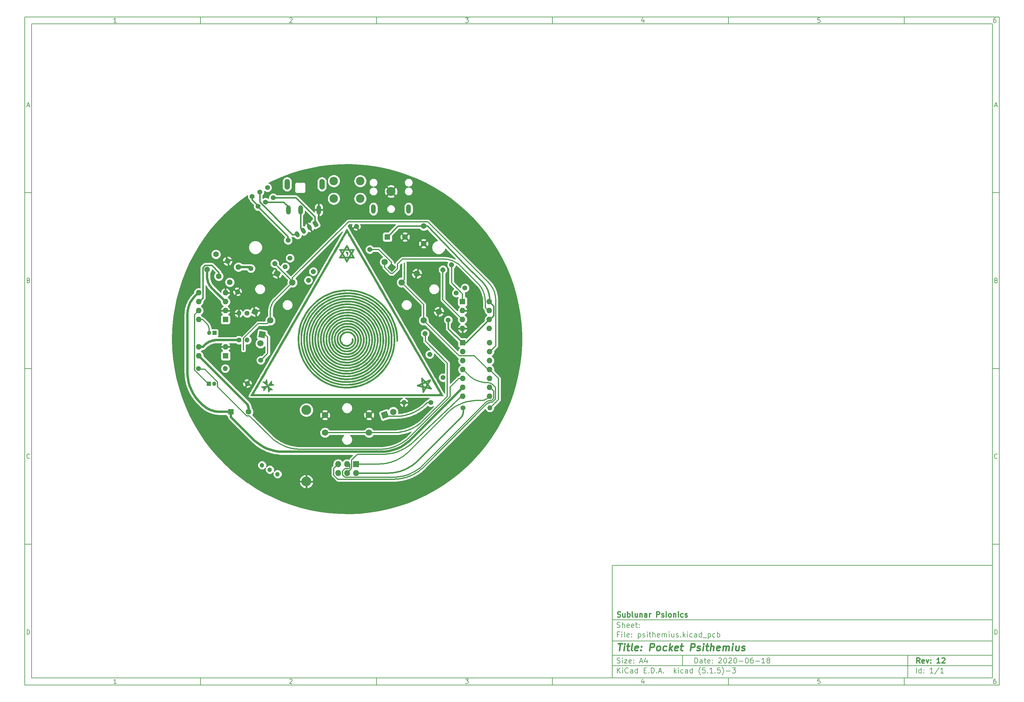
<source format=gbr>
G04 #@! TF.GenerationSoftware,KiCad,Pcbnew,(5.1.5)-3*
G04 #@! TF.CreationDate,2020-06-18T20:32:11+02:00*
G04 #@! TF.ProjectId,psithemius,70736974-6865-46d6-9975-732e6b696361,12*
G04 #@! TF.SameCoordinates,Original*
G04 #@! TF.FileFunction,Copper,L1,Top*
G04 #@! TF.FilePolarity,Positive*
%FSLAX46Y46*%
G04 Gerber Fmt 4.6, Leading zero omitted, Abs format (unit mm)*
G04 Created by KiCad (PCBNEW (5.1.5)-3) date 2020-06-18 20:32:11*
%MOMM*%
%LPD*%
G04 APERTURE LIST*
%ADD10C,0.100000*%
%ADD11C,0.150000*%
%ADD12C,0.300000*%
%ADD13C,0.400000*%
%ADD14C,0.010000*%
%ADD15C,1.303000*%
%ADD16O,1.308000X2.616000*%
%ADD17C,2.550000*%
%ADD18O,1.508000X3.016000*%
%ADD19O,1.727200X1.727200*%
%ADD20R,1.727200X1.727200*%
%ADD21C,2.400000*%
%ADD22O,2.800000X2.800000*%
%ADD23C,2.800000*%
%ADD24R,1.600000X1.600000*%
%ADD25O,1.600000X1.600000*%
%ADD26C,1.400000*%
%ADD27O,1.400000X1.400000*%
%ADD28C,1.600000*%
%ADD29C,1.200000*%
%ADD30C,1.400000*%
%ADD31R,1.200000X1.200000*%
%ADD32C,1.200000*%
%ADD33C,1.800000*%
%ADD34C,0.500000*%
%ADD35C,0.600000*%
%ADD36C,0.700000*%
%ADD37C,0.254000*%
G04 APERTURE END LIST*
D10*
D11*
X177002200Y-166007200D02*
X177002200Y-198007200D01*
X285002200Y-198007200D01*
X285002200Y-166007200D01*
X177002200Y-166007200D01*
D10*
D11*
X10000000Y-10000000D02*
X10000000Y-200007200D01*
X287002200Y-200007200D01*
X287002200Y-10000000D01*
X10000000Y-10000000D01*
D10*
D11*
X12000000Y-12000000D02*
X12000000Y-198007200D01*
X285002200Y-198007200D01*
X285002200Y-12000000D01*
X12000000Y-12000000D01*
D10*
D11*
X60000000Y-12000000D02*
X60000000Y-10000000D01*
D10*
D11*
X110000000Y-12000000D02*
X110000000Y-10000000D01*
D10*
D11*
X160000000Y-12000000D02*
X160000000Y-10000000D01*
D10*
D11*
X210000000Y-12000000D02*
X210000000Y-10000000D01*
D10*
D11*
X260000000Y-12000000D02*
X260000000Y-10000000D01*
D10*
D11*
X36065476Y-11588095D02*
X35322619Y-11588095D01*
X35694047Y-11588095D02*
X35694047Y-10288095D01*
X35570238Y-10473809D01*
X35446428Y-10597619D01*
X35322619Y-10659523D01*
D10*
D11*
X85322619Y-10411904D02*
X85384523Y-10350000D01*
X85508333Y-10288095D01*
X85817857Y-10288095D01*
X85941666Y-10350000D01*
X86003571Y-10411904D01*
X86065476Y-10535714D01*
X86065476Y-10659523D01*
X86003571Y-10845238D01*
X85260714Y-11588095D01*
X86065476Y-11588095D01*
D10*
D11*
X135260714Y-10288095D02*
X136065476Y-10288095D01*
X135632142Y-10783333D01*
X135817857Y-10783333D01*
X135941666Y-10845238D01*
X136003571Y-10907142D01*
X136065476Y-11030952D01*
X136065476Y-11340476D01*
X136003571Y-11464285D01*
X135941666Y-11526190D01*
X135817857Y-11588095D01*
X135446428Y-11588095D01*
X135322619Y-11526190D01*
X135260714Y-11464285D01*
D10*
D11*
X185941666Y-10721428D02*
X185941666Y-11588095D01*
X185632142Y-10226190D02*
X185322619Y-11154761D01*
X186127380Y-11154761D01*
D10*
D11*
X236003571Y-10288095D02*
X235384523Y-10288095D01*
X235322619Y-10907142D01*
X235384523Y-10845238D01*
X235508333Y-10783333D01*
X235817857Y-10783333D01*
X235941666Y-10845238D01*
X236003571Y-10907142D01*
X236065476Y-11030952D01*
X236065476Y-11340476D01*
X236003571Y-11464285D01*
X235941666Y-11526190D01*
X235817857Y-11588095D01*
X235508333Y-11588095D01*
X235384523Y-11526190D01*
X235322619Y-11464285D01*
D10*
D11*
X285941666Y-10288095D02*
X285694047Y-10288095D01*
X285570238Y-10350000D01*
X285508333Y-10411904D01*
X285384523Y-10597619D01*
X285322619Y-10845238D01*
X285322619Y-11340476D01*
X285384523Y-11464285D01*
X285446428Y-11526190D01*
X285570238Y-11588095D01*
X285817857Y-11588095D01*
X285941666Y-11526190D01*
X286003571Y-11464285D01*
X286065476Y-11340476D01*
X286065476Y-11030952D01*
X286003571Y-10907142D01*
X285941666Y-10845238D01*
X285817857Y-10783333D01*
X285570238Y-10783333D01*
X285446428Y-10845238D01*
X285384523Y-10907142D01*
X285322619Y-11030952D01*
D10*
D11*
X60000000Y-198007200D02*
X60000000Y-200007200D01*
D10*
D11*
X110000000Y-198007200D02*
X110000000Y-200007200D01*
D10*
D11*
X160000000Y-198007200D02*
X160000000Y-200007200D01*
D10*
D11*
X210000000Y-198007200D02*
X210000000Y-200007200D01*
D10*
D11*
X260000000Y-198007200D02*
X260000000Y-200007200D01*
D10*
D11*
X36065476Y-199595295D02*
X35322619Y-199595295D01*
X35694047Y-199595295D02*
X35694047Y-198295295D01*
X35570238Y-198481009D01*
X35446428Y-198604819D01*
X35322619Y-198666723D01*
D10*
D11*
X85322619Y-198419104D02*
X85384523Y-198357200D01*
X85508333Y-198295295D01*
X85817857Y-198295295D01*
X85941666Y-198357200D01*
X86003571Y-198419104D01*
X86065476Y-198542914D01*
X86065476Y-198666723D01*
X86003571Y-198852438D01*
X85260714Y-199595295D01*
X86065476Y-199595295D01*
D10*
D11*
X135260714Y-198295295D02*
X136065476Y-198295295D01*
X135632142Y-198790533D01*
X135817857Y-198790533D01*
X135941666Y-198852438D01*
X136003571Y-198914342D01*
X136065476Y-199038152D01*
X136065476Y-199347676D01*
X136003571Y-199471485D01*
X135941666Y-199533390D01*
X135817857Y-199595295D01*
X135446428Y-199595295D01*
X135322619Y-199533390D01*
X135260714Y-199471485D01*
D10*
D11*
X185941666Y-198728628D02*
X185941666Y-199595295D01*
X185632142Y-198233390D02*
X185322619Y-199161961D01*
X186127380Y-199161961D01*
D10*
D11*
X236003571Y-198295295D02*
X235384523Y-198295295D01*
X235322619Y-198914342D01*
X235384523Y-198852438D01*
X235508333Y-198790533D01*
X235817857Y-198790533D01*
X235941666Y-198852438D01*
X236003571Y-198914342D01*
X236065476Y-199038152D01*
X236065476Y-199347676D01*
X236003571Y-199471485D01*
X235941666Y-199533390D01*
X235817857Y-199595295D01*
X235508333Y-199595295D01*
X235384523Y-199533390D01*
X235322619Y-199471485D01*
D10*
D11*
X285941666Y-198295295D02*
X285694047Y-198295295D01*
X285570238Y-198357200D01*
X285508333Y-198419104D01*
X285384523Y-198604819D01*
X285322619Y-198852438D01*
X285322619Y-199347676D01*
X285384523Y-199471485D01*
X285446428Y-199533390D01*
X285570238Y-199595295D01*
X285817857Y-199595295D01*
X285941666Y-199533390D01*
X286003571Y-199471485D01*
X286065476Y-199347676D01*
X286065476Y-199038152D01*
X286003571Y-198914342D01*
X285941666Y-198852438D01*
X285817857Y-198790533D01*
X285570238Y-198790533D01*
X285446428Y-198852438D01*
X285384523Y-198914342D01*
X285322619Y-199038152D01*
D10*
D11*
X10000000Y-60000000D02*
X12000000Y-60000000D01*
D10*
D11*
X10000000Y-110000000D02*
X12000000Y-110000000D01*
D10*
D11*
X10000000Y-160000000D02*
X12000000Y-160000000D01*
D10*
D11*
X10690476Y-35216666D02*
X11309523Y-35216666D01*
X10566666Y-35588095D02*
X11000000Y-34288095D01*
X11433333Y-35588095D01*
D10*
D11*
X11092857Y-84907142D02*
X11278571Y-84969047D01*
X11340476Y-85030952D01*
X11402380Y-85154761D01*
X11402380Y-85340476D01*
X11340476Y-85464285D01*
X11278571Y-85526190D01*
X11154761Y-85588095D01*
X10659523Y-85588095D01*
X10659523Y-84288095D01*
X11092857Y-84288095D01*
X11216666Y-84350000D01*
X11278571Y-84411904D01*
X11340476Y-84535714D01*
X11340476Y-84659523D01*
X11278571Y-84783333D01*
X11216666Y-84845238D01*
X11092857Y-84907142D01*
X10659523Y-84907142D01*
D10*
D11*
X11402380Y-135464285D02*
X11340476Y-135526190D01*
X11154761Y-135588095D01*
X11030952Y-135588095D01*
X10845238Y-135526190D01*
X10721428Y-135402380D01*
X10659523Y-135278571D01*
X10597619Y-135030952D01*
X10597619Y-134845238D01*
X10659523Y-134597619D01*
X10721428Y-134473809D01*
X10845238Y-134350000D01*
X11030952Y-134288095D01*
X11154761Y-134288095D01*
X11340476Y-134350000D01*
X11402380Y-134411904D01*
D10*
D11*
X10659523Y-185588095D02*
X10659523Y-184288095D01*
X10969047Y-184288095D01*
X11154761Y-184350000D01*
X11278571Y-184473809D01*
X11340476Y-184597619D01*
X11402380Y-184845238D01*
X11402380Y-185030952D01*
X11340476Y-185278571D01*
X11278571Y-185402380D01*
X11154761Y-185526190D01*
X10969047Y-185588095D01*
X10659523Y-185588095D01*
D10*
D11*
X287002200Y-60000000D02*
X285002200Y-60000000D01*
D10*
D11*
X287002200Y-110000000D02*
X285002200Y-110000000D01*
D10*
D11*
X287002200Y-160000000D02*
X285002200Y-160000000D01*
D10*
D11*
X285692676Y-35216666D02*
X286311723Y-35216666D01*
X285568866Y-35588095D02*
X286002200Y-34288095D01*
X286435533Y-35588095D01*
D10*
D11*
X286095057Y-84907142D02*
X286280771Y-84969047D01*
X286342676Y-85030952D01*
X286404580Y-85154761D01*
X286404580Y-85340476D01*
X286342676Y-85464285D01*
X286280771Y-85526190D01*
X286156961Y-85588095D01*
X285661723Y-85588095D01*
X285661723Y-84288095D01*
X286095057Y-84288095D01*
X286218866Y-84350000D01*
X286280771Y-84411904D01*
X286342676Y-84535714D01*
X286342676Y-84659523D01*
X286280771Y-84783333D01*
X286218866Y-84845238D01*
X286095057Y-84907142D01*
X285661723Y-84907142D01*
D10*
D11*
X286404580Y-135464285D02*
X286342676Y-135526190D01*
X286156961Y-135588095D01*
X286033152Y-135588095D01*
X285847438Y-135526190D01*
X285723628Y-135402380D01*
X285661723Y-135278571D01*
X285599819Y-135030952D01*
X285599819Y-134845238D01*
X285661723Y-134597619D01*
X285723628Y-134473809D01*
X285847438Y-134350000D01*
X286033152Y-134288095D01*
X286156961Y-134288095D01*
X286342676Y-134350000D01*
X286404580Y-134411904D01*
D10*
D11*
X285661723Y-185588095D02*
X285661723Y-184288095D01*
X285971247Y-184288095D01*
X286156961Y-184350000D01*
X286280771Y-184473809D01*
X286342676Y-184597619D01*
X286404580Y-184845238D01*
X286404580Y-185030952D01*
X286342676Y-185278571D01*
X286280771Y-185402380D01*
X286156961Y-185526190D01*
X285971247Y-185588095D01*
X285661723Y-185588095D01*
D10*
D11*
X200434342Y-193785771D02*
X200434342Y-192285771D01*
X200791485Y-192285771D01*
X201005771Y-192357200D01*
X201148628Y-192500057D01*
X201220057Y-192642914D01*
X201291485Y-192928628D01*
X201291485Y-193142914D01*
X201220057Y-193428628D01*
X201148628Y-193571485D01*
X201005771Y-193714342D01*
X200791485Y-193785771D01*
X200434342Y-193785771D01*
X202577200Y-193785771D02*
X202577200Y-193000057D01*
X202505771Y-192857200D01*
X202362914Y-192785771D01*
X202077200Y-192785771D01*
X201934342Y-192857200D01*
X202577200Y-193714342D02*
X202434342Y-193785771D01*
X202077200Y-193785771D01*
X201934342Y-193714342D01*
X201862914Y-193571485D01*
X201862914Y-193428628D01*
X201934342Y-193285771D01*
X202077200Y-193214342D01*
X202434342Y-193214342D01*
X202577200Y-193142914D01*
X203077200Y-192785771D02*
X203648628Y-192785771D01*
X203291485Y-192285771D02*
X203291485Y-193571485D01*
X203362914Y-193714342D01*
X203505771Y-193785771D01*
X203648628Y-193785771D01*
X204720057Y-193714342D02*
X204577200Y-193785771D01*
X204291485Y-193785771D01*
X204148628Y-193714342D01*
X204077200Y-193571485D01*
X204077200Y-193000057D01*
X204148628Y-192857200D01*
X204291485Y-192785771D01*
X204577200Y-192785771D01*
X204720057Y-192857200D01*
X204791485Y-193000057D01*
X204791485Y-193142914D01*
X204077200Y-193285771D01*
X205434342Y-193642914D02*
X205505771Y-193714342D01*
X205434342Y-193785771D01*
X205362914Y-193714342D01*
X205434342Y-193642914D01*
X205434342Y-193785771D01*
X205434342Y-192857200D02*
X205505771Y-192928628D01*
X205434342Y-193000057D01*
X205362914Y-192928628D01*
X205434342Y-192857200D01*
X205434342Y-193000057D01*
X207220057Y-192428628D02*
X207291485Y-192357200D01*
X207434342Y-192285771D01*
X207791485Y-192285771D01*
X207934342Y-192357200D01*
X208005771Y-192428628D01*
X208077200Y-192571485D01*
X208077200Y-192714342D01*
X208005771Y-192928628D01*
X207148628Y-193785771D01*
X208077200Y-193785771D01*
X209005771Y-192285771D02*
X209148628Y-192285771D01*
X209291485Y-192357200D01*
X209362914Y-192428628D01*
X209434342Y-192571485D01*
X209505771Y-192857200D01*
X209505771Y-193214342D01*
X209434342Y-193500057D01*
X209362914Y-193642914D01*
X209291485Y-193714342D01*
X209148628Y-193785771D01*
X209005771Y-193785771D01*
X208862914Y-193714342D01*
X208791485Y-193642914D01*
X208720057Y-193500057D01*
X208648628Y-193214342D01*
X208648628Y-192857200D01*
X208720057Y-192571485D01*
X208791485Y-192428628D01*
X208862914Y-192357200D01*
X209005771Y-192285771D01*
X210077200Y-192428628D02*
X210148628Y-192357200D01*
X210291485Y-192285771D01*
X210648628Y-192285771D01*
X210791485Y-192357200D01*
X210862914Y-192428628D01*
X210934342Y-192571485D01*
X210934342Y-192714342D01*
X210862914Y-192928628D01*
X210005771Y-193785771D01*
X210934342Y-193785771D01*
X211862914Y-192285771D02*
X212005771Y-192285771D01*
X212148628Y-192357200D01*
X212220057Y-192428628D01*
X212291485Y-192571485D01*
X212362914Y-192857200D01*
X212362914Y-193214342D01*
X212291485Y-193500057D01*
X212220057Y-193642914D01*
X212148628Y-193714342D01*
X212005771Y-193785771D01*
X211862914Y-193785771D01*
X211720057Y-193714342D01*
X211648628Y-193642914D01*
X211577200Y-193500057D01*
X211505771Y-193214342D01*
X211505771Y-192857200D01*
X211577200Y-192571485D01*
X211648628Y-192428628D01*
X211720057Y-192357200D01*
X211862914Y-192285771D01*
X213005771Y-193214342D02*
X214148628Y-193214342D01*
X215148628Y-192285771D02*
X215291485Y-192285771D01*
X215434342Y-192357200D01*
X215505771Y-192428628D01*
X215577200Y-192571485D01*
X215648628Y-192857200D01*
X215648628Y-193214342D01*
X215577200Y-193500057D01*
X215505771Y-193642914D01*
X215434342Y-193714342D01*
X215291485Y-193785771D01*
X215148628Y-193785771D01*
X215005771Y-193714342D01*
X214934342Y-193642914D01*
X214862914Y-193500057D01*
X214791485Y-193214342D01*
X214791485Y-192857200D01*
X214862914Y-192571485D01*
X214934342Y-192428628D01*
X215005771Y-192357200D01*
X215148628Y-192285771D01*
X216934342Y-192285771D02*
X216648628Y-192285771D01*
X216505771Y-192357200D01*
X216434342Y-192428628D01*
X216291485Y-192642914D01*
X216220057Y-192928628D01*
X216220057Y-193500057D01*
X216291485Y-193642914D01*
X216362914Y-193714342D01*
X216505771Y-193785771D01*
X216791485Y-193785771D01*
X216934342Y-193714342D01*
X217005771Y-193642914D01*
X217077200Y-193500057D01*
X217077200Y-193142914D01*
X217005771Y-193000057D01*
X216934342Y-192928628D01*
X216791485Y-192857200D01*
X216505771Y-192857200D01*
X216362914Y-192928628D01*
X216291485Y-193000057D01*
X216220057Y-193142914D01*
X217720057Y-193214342D02*
X218862914Y-193214342D01*
X220362914Y-193785771D02*
X219505771Y-193785771D01*
X219934342Y-193785771D02*
X219934342Y-192285771D01*
X219791485Y-192500057D01*
X219648628Y-192642914D01*
X219505771Y-192714342D01*
X221220057Y-192928628D02*
X221077200Y-192857200D01*
X221005771Y-192785771D01*
X220934342Y-192642914D01*
X220934342Y-192571485D01*
X221005771Y-192428628D01*
X221077200Y-192357200D01*
X221220057Y-192285771D01*
X221505771Y-192285771D01*
X221648628Y-192357200D01*
X221720057Y-192428628D01*
X221791485Y-192571485D01*
X221791485Y-192642914D01*
X221720057Y-192785771D01*
X221648628Y-192857200D01*
X221505771Y-192928628D01*
X221220057Y-192928628D01*
X221077200Y-193000057D01*
X221005771Y-193071485D01*
X220934342Y-193214342D01*
X220934342Y-193500057D01*
X221005771Y-193642914D01*
X221077200Y-193714342D01*
X221220057Y-193785771D01*
X221505771Y-193785771D01*
X221648628Y-193714342D01*
X221720057Y-193642914D01*
X221791485Y-193500057D01*
X221791485Y-193214342D01*
X221720057Y-193071485D01*
X221648628Y-193000057D01*
X221505771Y-192928628D01*
D10*
D11*
X177002200Y-194507200D02*
X285002200Y-194507200D01*
D10*
D11*
X178434342Y-196585771D02*
X178434342Y-195085771D01*
X179291485Y-196585771D02*
X178648628Y-195728628D01*
X179291485Y-195085771D02*
X178434342Y-195942914D01*
X179934342Y-196585771D02*
X179934342Y-195585771D01*
X179934342Y-195085771D02*
X179862914Y-195157200D01*
X179934342Y-195228628D01*
X180005771Y-195157200D01*
X179934342Y-195085771D01*
X179934342Y-195228628D01*
X181505771Y-196442914D02*
X181434342Y-196514342D01*
X181220057Y-196585771D01*
X181077200Y-196585771D01*
X180862914Y-196514342D01*
X180720057Y-196371485D01*
X180648628Y-196228628D01*
X180577200Y-195942914D01*
X180577200Y-195728628D01*
X180648628Y-195442914D01*
X180720057Y-195300057D01*
X180862914Y-195157200D01*
X181077200Y-195085771D01*
X181220057Y-195085771D01*
X181434342Y-195157200D01*
X181505771Y-195228628D01*
X182791485Y-196585771D02*
X182791485Y-195800057D01*
X182720057Y-195657200D01*
X182577200Y-195585771D01*
X182291485Y-195585771D01*
X182148628Y-195657200D01*
X182791485Y-196514342D02*
X182648628Y-196585771D01*
X182291485Y-196585771D01*
X182148628Y-196514342D01*
X182077200Y-196371485D01*
X182077200Y-196228628D01*
X182148628Y-196085771D01*
X182291485Y-196014342D01*
X182648628Y-196014342D01*
X182791485Y-195942914D01*
X184148628Y-196585771D02*
X184148628Y-195085771D01*
X184148628Y-196514342D02*
X184005771Y-196585771D01*
X183720057Y-196585771D01*
X183577200Y-196514342D01*
X183505771Y-196442914D01*
X183434342Y-196300057D01*
X183434342Y-195871485D01*
X183505771Y-195728628D01*
X183577200Y-195657200D01*
X183720057Y-195585771D01*
X184005771Y-195585771D01*
X184148628Y-195657200D01*
X186005771Y-195800057D02*
X186505771Y-195800057D01*
X186720057Y-196585771D02*
X186005771Y-196585771D01*
X186005771Y-195085771D01*
X186720057Y-195085771D01*
X187362914Y-196442914D02*
X187434342Y-196514342D01*
X187362914Y-196585771D01*
X187291485Y-196514342D01*
X187362914Y-196442914D01*
X187362914Y-196585771D01*
X188077200Y-196585771D02*
X188077200Y-195085771D01*
X188434342Y-195085771D01*
X188648628Y-195157200D01*
X188791485Y-195300057D01*
X188862914Y-195442914D01*
X188934342Y-195728628D01*
X188934342Y-195942914D01*
X188862914Y-196228628D01*
X188791485Y-196371485D01*
X188648628Y-196514342D01*
X188434342Y-196585771D01*
X188077200Y-196585771D01*
X189577200Y-196442914D02*
X189648628Y-196514342D01*
X189577200Y-196585771D01*
X189505771Y-196514342D01*
X189577200Y-196442914D01*
X189577200Y-196585771D01*
X190220057Y-196157200D02*
X190934342Y-196157200D01*
X190077200Y-196585771D02*
X190577200Y-195085771D01*
X191077200Y-196585771D01*
X191577200Y-196442914D02*
X191648628Y-196514342D01*
X191577200Y-196585771D01*
X191505771Y-196514342D01*
X191577200Y-196442914D01*
X191577200Y-196585771D01*
X194577200Y-196585771D02*
X194577200Y-195085771D01*
X194720057Y-196014342D02*
X195148628Y-196585771D01*
X195148628Y-195585771D02*
X194577200Y-196157200D01*
X195791485Y-196585771D02*
X195791485Y-195585771D01*
X195791485Y-195085771D02*
X195720057Y-195157200D01*
X195791485Y-195228628D01*
X195862914Y-195157200D01*
X195791485Y-195085771D01*
X195791485Y-195228628D01*
X197148628Y-196514342D02*
X197005771Y-196585771D01*
X196720057Y-196585771D01*
X196577200Y-196514342D01*
X196505771Y-196442914D01*
X196434342Y-196300057D01*
X196434342Y-195871485D01*
X196505771Y-195728628D01*
X196577200Y-195657200D01*
X196720057Y-195585771D01*
X197005771Y-195585771D01*
X197148628Y-195657200D01*
X198434342Y-196585771D02*
X198434342Y-195800057D01*
X198362914Y-195657200D01*
X198220057Y-195585771D01*
X197934342Y-195585771D01*
X197791485Y-195657200D01*
X198434342Y-196514342D02*
X198291485Y-196585771D01*
X197934342Y-196585771D01*
X197791485Y-196514342D01*
X197720057Y-196371485D01*
X197720057Y-196228628D01*
X197791485Y-196085771D01*
X197934342Y-196014342D01*
X198291485Y-196014342D01*
X198434342Y-195942914D01*
X199791485Y-196585771D02*
X199791485Y-195085771D01*
X199791485Y-196514342D02*
X199648628Y-196585771D01*
X199362914Y-196585771D01*
X199220057Y-196514342D01*
X199148628Y-196442914D01*
X199077200Y-196300057D01*
X199077200Y-195871485D01*
X199148628Y-195728628D01*
X199220057Y-195657200D01*
X199362914Y-195585771D01*
X199648628Y-195585771D01*
X199791485Y-195657200D01*
X202077200Y-197157200D02*
X202005771Y-197085771D01*
X201862914Y-196871485D01*
X201791485Y-196728628D01*
X201720057Y-196514342D01*
X201648628Y-196157200D01*
X201648628Y-195871485D01*
X201720057Y-195514342D01*
X201791485Y-195300057D01*
X201862914Y-195157200D01*
X202005771Y-194942914D01*
X202077200Y-194871485D01*
X203362914Y-195085771D02*
X202648628Y-195085771D01*
X202577200Y-195800057D01*
X202648628Y-195728628D01*
X202791485Y-195657200D01*
X203148628Y-195657200D01*
X203291485Y-195728628D01*
X203362914Y-195800057D01*
X203434342Y-195942914D01*
X203434342Y-196300057D01*
X203362914Y-196442914D01*
X203291485Y-196514342D01*
X203148628Y-196585771D01*
X202791485Y-196585771D01*
X202648628Y-196514342D01*
X202577200Y-196442914D01*
X204077200Y-196442914D02*
X204148628Y-196514342D01*
X204077200Y-196585771D01*
X204005771Y-196514342D01*
X204077200Y-196442914D01*
X204077200Y-196585771D01*
X205577200Y-196585771D02*
X204720057Y-196585771D01*
X205148628Y-196585771D02*
X205148628Y-195085771D01*
X205005771Y-195300057D01*
X204862914Y-195442914D01*
X204720057Y-195514342D01*
X206220057Y-196442914D02*
X206291485Y-196514342D01*
X206220057Y-196585771D01*
X206148628Y-196514342D01*
X206220057Y-196442914D01*
X206220057Y-196585771D01*
X207648628Y-195085771D02*
X206934342Y-195085771D01*
X206862914Y-195800057D01*
X206934342Y-195728628D01*
X207077200Y-195657200D01*
X207434342Y-195657200D01*
X207577200Y-195728628D01*
X207648628Y-195800057D01*
X207720057Y-195942914D01*
X207720057Y-196300057D01*
X207648628Y-196442914D01*
X207577200Y-196514342D01*
X207434342Y-196585771D01*
X207077200Y-196585771D01*
X206934342Y-196514342D01*
X206862914Y-196442914D01*
X208220057Y-197157200D02*
X208291485Y-197085771D01*
X208434342Y-196871485D01*
X208505771Y-196728628D01*
X208577200Y-196514342D01*
X208648628Y-196157200D01*
X208648628Y-195871485D01*
X208577200Y-195514342D01*
X208505771Y-195300057D01*
X208434342Y-195157200D01*
X208291485Y-194942914D01*
X208220057Y-194871485D01*
X209362914Y-196014342D02*
X210505771Y-196014342D01*
X211077200Y-195085771D02*
X212005771Y-195085771D01*
X211505771Y-195657200D01*
X211720057Y-195657200D01*
X211862914Y-195728628D01*
X211934342Y-195800057D01*
X212005771Y-195942914D01*
X212005771Y-196300057D01*
X211934342Y-196442914D01*
X211862914Y-196514342D01*
X211720057Y-196585771D01*
X211291485Y-196585771D01*
X211148628Y-196514342D01*
X211077200Y-196442914D01*
D10*
D11*
X177002200Y-191507200D02*
X285002200Y-191507200D01*
D10*
D12*
X264411485Y-193785771D02*
X263911485Y-193071485D01*
X263554342Y-193785771D02*
X263554342Y-192285771D01*
X264125771Y-192285771D01*
X264268628Y-192357200D01*
X264340057Y-192428628D01*
X264411485Y-192571485D01*
X264411485Y-192785771D01*
X264340057Y-192928628D01*
X264268628Y-193000057D01*
X264125771Y-193071485D01*
X263554342Y-193071485D01*
X265625771Y-193714342D02*
X265482914Y-193785771D01*
X265197200Y-193785771D01*
X265054342Y-193714342D01*
X264982914Y-193571485D01*
X264982914Y-193000057D01*
X265054342Y-192857200D01*
X265197200Y-192785771D01*
X265482914Y-192785771D01*
X265625771Y-192857200D01*
X265697200Y-193000057D01*
X265697200Y-193142914D01*
X264982914Y-193285771D01*
X266197200Y-192785771D02*
X266554342Y-193785771D01*
X266911485Y-192785771D01*
X267482914Y-193642914D02*
X267554342Y-193714342D01*
X267482914Y-193785771D01*
X267411485Y-193714342D01*
X267482914Y-193642914D01*
X267482914Y-193785771D01*
X267482914Y-192857200D02*
X267554342Y-192928628D01*
X267482914Y-193000057D01*
X267411485Y-192928628D01*
X267482914Y-192857200D01*
X267482914Y-193000057D01*
X270125771Y-193785771D02*
X269268628Y-193785771D01*
X269697200Y-193785771D02*
X269697200Y-192285771D01*
X269554342Y-192500057D01*
X269411485Y-192642914D01*
X269268628Y-192714342D01*
X270697200Y-192428628D02*
X270768628Y-192357200D01*
X270911485Y-192285771D01*
X271268628Y-192285771D01*
X271411485Y-192357200D01*
X271482914Y-192428628D01*
X271554342Y-192571485D01*
X271554342Y-192714342D01*
X271482914Y-192928628D01*
X270625771Y-193785771D01*
X271554342Y-193785771D01*
D10*
D11*
X178362914Y-193714342D02*
X178577200Y-193785771D01*
X178934342Y-193785771D01*
X179077200Y-193714342D01*
X179148628Y-193642914D01*
X179220057Y-193500057D01*
X179220057Y-193357200D01*
X179148628Y-193214342D01*
X179077200Y-193142914D01*
X178934342Y-193071485D01*
X178648628Y-193000057D01*
X178505771Y-192928628D01*
X178434342Y-192857200D01*
X178362914Y-192714342D01*
X178362914Y-192571485D01*
X178434342Y-192428628D01*
X178505771Y-192357200D01*
X178648628Y-192285771D01*
X179005771Y-192285771D01*
X179220057Y-192357200D01*
X179862914Y-193785771D02*
X179862914Y-192785771D01*
X179862914Y-192285771D02*
X179791485Y-192357200D01*
X179862914Y-192428628D01*
X179934342Y-192357200D01*
X179862914Y-192285771D01*
X179862914Y-192428628D01*
X180434342Y-192785771D02*
X181220057Y-192785771D01*
X180434342Y-193785771D01*
X181220057Y-193785771D01*
X182362914Y-193714342D02*
X182220057Y-193785771D01*
X181934342Y-193785771D01*
X181791485Y-193714342D01*
X181720057Y-193571485D01*
X181720057Y-193000057D01*
X181791485Y-192857200D01*
X181934342Y-192785771D01*
X182220057Y-192785771D01*
X182362914Y-192857200D01*
X182434342Y-193000057D01*
X182434342Y-193142914D01*
X181720057Y-193285771D01*
X183077200Y-193642914D02*
X183148628Y-193714342D01*
X183077200Y-193785771D01*
X183005771Y-193714342D01*
X183077200Y-193642914D01*
X183077200Y-193785771D01*
X183077200Y-192857200D02*
X183148628Y-192928628D01*
X183077200Y-193000057D01*
X183005771Y-192928628D01*
X183077200Y-192857200D01*
X183077200Y-193000057D01*
X184862914Y-193357200D02*
X185577200Y-193357200D01*
X184720057Y-193785771D02*
X185220057Y-192285771D01*
X185720057Y-193785771D01*
X186862914Y-192785771D02*
X186862914Y-193785771D01*
X186505771Y-192214342D02*
X186148628Y-193285771D01*
X187077200Y-193285771D01*
D10*
D11*
X263434342Y-196585771D02*
X263434342Y-195085771D01*
X264791485Y-196585771D02*
X264791485Y-195085771D01*
X264791485Y-196514342D02*
X264648628Y-196585771D01*
X264362914Y-196585771D01*
X264220057Y-196514342D01*
X264148628Y-196442914D01*
X264077200Y-196300057D01*
X264077200Y-195871485D01*
X264148628Y-195728628D01*
X264220057Y-195657200D01*
X264362914Y-195585771D01*
X264648628Y-195585771D01*
X264791485Y-195657200D01*
X265505771Y-196442914D02*
X265577200Y-196514342D01*
X265505771Y-196585771D01*
X265434342Y-196514342D01*
X265505771Y-196442914D01*
X265505771Y-196585771D01*
X265505771Y-195657200D02*
X265577200Y-195728628D01*
X265505771Y-195800057D01*
X265434342Y-195728628D01*
X265505771Y-195657200D01*
X265505771Y-195800057D01*
X268148628Y-196585771D02*
X267291485Y-196585771D01*
X267720057Y-196585771D02*
X267720057Y-195085771D01*
X267577200Y-195300057D01*
X267434342Y-195442914D01*
X267291485Y-195514342D01*
X269862914Y-195014342D02*
X268577200Y-196942914D01*
X271148628Y-196585771D02*
X270291485Y-196585771D01*
X270720057Y-196585771D02*
X270720057Y-195085771D01*
X270577200Y-195300057D01*
X270434342Y-195442914D01*
X270291485Y-195514342D01*
D10*
D11*
X177002200Y-187507200D02*
X285002200Y-187507200D01*
D10*
D13*
X178714580Y-188211961D02*
X179857438Y-188211961D01*
X179036009Y-190211961D02*
X179286009Y-188211961D01*
X180274104Y-190211961D02*
X180440771Y-188878628D01*
X180524104Y-188211961D02*
X180416961Y-188307200D01*
X180500295Y-188402438D01*
X180607438Y-188307200D01*
X180524104Y-188211961D01*
X180500295Y-188402438D01*
X181107438Y-188878628D02*
X181869342Y-188878628D01*
X181476485Y-188211961D02*
X181262200Y-189926247D01*
X181333628Y-190116723D01*
X181512200Y-190211961D01*
X181702676Y-190211961D01*
X182655057Y-190211961D02*
X182476485Y-190116723D01*
X182405057Y-189926247D01*
X182619342Y-188211961D01*
X184190771Y-190116723D02*
X183988390Y-190211961D01*
X183607438Y-190211961D01*
X183428866Y-190116723D01*
X183357438Y-189926247D01*
X183452676Y-189164342D01*
X183571723Y-188973866D01*
X183774104Y-188878628D01*
X184155057Y-188878628D01*
X184333628Y-188973866D01*
X184405057Y-189164342D01*
X184381247Y-189354819D01*
X183405057Y-189545295D01*
X185155057Y-190021485D02*
X185238390Y-190116723D01*
X185131247Y-190211961D01*
X185047914Y-190116723D01*
X185155057Y-190021485D01*
X185131247Y-190211961D01*
X185286009Y-188973866D02*
X185369342Y-189069104D01*
X185262200Y-189164342D01*
X185178866Y-189069104D01*
X185286009Y-188973866D01*
X185262200Y-189164342D01*
X187607438Y-190211961D02*
X187857438Y-188211961D01*
X188619342Y-188211961D01*
X188797914Y-188307200D01*
X188881247Y-188402438D01*
X188952676Y-188592914D01*
X188916961Y-188878628D01*
X188797914Y-189069104D01*
X188690771Y-189164342D01*
X188488390Y-189259580D01*
X187726485Y-189259580D01*
X189893152Y-190211961D02*
X189714580Y-190116723D01*
X189631247Y-190021485D01*
X189559819Y-189831009D01*
X189631247Y-189259580D01*
X189750295Y-189069104D01*
X189857438Y-188973866D01*
X190059819Y-188878628D01*
X190345533Y-188878628D01*
X190524104Y-188973866D01*
X190607438Y-189069104D01*
X190678866Y-189259580D01*
X190607438Y-189831009D01*
X190488390Y-190021485D01*
X190381247Y-190116723D01*
X190178866Y-190211961D01*
X189893152Y-190211961D01*
X192286009Y-190116723D02*
X192083628Y-190211961D01*
X191702676Y-190211961D01*
X191524104Y-190116723D01*
X191440771Y-190021485D01*
X191369342Y-189831009D01*
X191440771Y-189259580D01*
X191559819Y-189069104D01*
X191666961Y-188973866D01*
X191869342Y-188878628D01*
X192250295Y-188878628D01*
X192428866Y-188973866D01*
X193131247Y-190211961D02*
X193381247Y-188211961D01*
X193416961Y-189450057D02*
X193893152Y-190211961D01*
X194059819Y-188878628D02*
X193202676Y-189640533D01*
X195524104Y-190116723D02*
X195321723Y-190211961D01*
X194940771Y-190211961D01*
X194762200Y-190116723D01*
X194690771Y-189926247D01*
X194786009Y-189164342D01*
X194905057Y-188973866D01*
X195107438Y-188878628D01*
X195488390Y-188878628D01*
X195666961Y-188973866D01*
X195738390Y-189164342D01*
X195714580Y-189354819D01*
X194738390Y-189545295D01*
X196345533Y-188878628D02*
X197107438Y-188878628D01*
X196714580Y-188211961D02*
X196500295Y-189926247D01*
X196571723Y-190116723D01*
X196750295Y-190211961D01*
X196940771Y-190211961D01*
X199131247Y-190211961D02*
X199381247Y-188211961D01*
X200143152Y-188211961D01*
X200321723Y-188307200D01*
X200405057Y-188402438D01*
X200476485Y-188592914D01*
X200440771Y-188878628D01*
X200321723Y-189069104D01*
X200214580Y-189164342D01*
X200012200Y-189259580D01*
X199250295Y-189259580D01*
X201047914Y-190116723D02*
X201226485Y-190211961D01*
X201607438Y-190211961D01*
X201809819Y-190116723D01*
X201928866Y-189926247D01*
X201940771Y-189831009D01*
X201869342Y-189640533D01*
X201690771Y-189545295D01*
X201405057Y-189545295D01*
X201226485Y-189450057D01*
X201155057Y-189259580D01*
X201166961Y-189164342D01*
X201286009Y-188973866D01*
X201488390Y-188878628D01*
X201774104Y-188878628D01*
X201952676Y-188973866D01*
X202750295Y-190211961D02*
X202916961Y-188878628D01*
X203000295Y-188211961D02*
X202893152Y-188307200D01*
X202976485Y-188402438D01*
X203083628Y-188307200D01*
X203000295Y-188211961D01*
X202976485Y-188402438D01*
X203583628Y-188878628D02*
X204345533Y-188878628D01*
X203952676Y-188211961D02*
X203738390Y-189926247D01*
X203809819Y-190116723D01*
X203988390Y-190211961D01*
X204178866Y-190211961D01*
X204845533Y-190211961D02*
X205095533Y-188211961D01*
X205702676Y-190211961D02*
X205833628Y-189164342D01*
X205762200Y-188973866D01*
X205583628Y-188878628D01*
X205297914Y-188878628D01*
X205095533Y-188973866D01*
X204988390Y-189069104D01*
X207428866Y-190116723D02*
X207226485Y-190211961D01*
X206845533Y-190211961D01*
X206666961Y-190116723D01*
X206595533Y-189926247D01*
X206690771Y-189164342D01*
X206809819Y-188973866D01*
X207012200Y-188878628D01*
X207393152Y-188878628D01*
X207571723Y-188973866D01*
X207643152Y-189164342D01*
X207619342Y-189354819D01*
X206643152Y-189545295D01*
X208369342Y-190211961D02*
X208536009Y-188878628D01*
X208512200Y-189069104D02*
X208619342Y-188973866D01*
X208821723Y-188878628D01*
X209107438Y-188878628D01*
X209286009Y-188973866D01*
X209357438Y-189164342D01*
X209226485Y-190211961D01*
X209357438Y-189164342D02*
X209476485Y-188973866D01*
X209678866Y-188878628D01*
X209964580Y-188878628D01*
X210143152Y-188973866D01*
X210214580Y-189164342D01*
X210083628Y-190211961D01*
X211036009Y-190211961D02*
X211202676Y-188878628D01*
X211286009Y-188211961D02*
X211178866Y-188307200D01*
X211262200Y-188402438D01*
X211369342Y-188307200D01*
X211286009Y-188211961D01*
X211262200Y-188402438D01*
X213012200Y-188878628D02*
X212845533Y-190211961D01*
X212155057Y-188878628D02*
X212024104Y-189926247D01*
X212095533Y-190116723D01*
X212274104Y-190211961D01*
X212559819Y-190211961D01*
X212762200Y-190116723D01*
X212869342Y-190021485D01*
X213714580Y-190116723D02*
X213893152Y-190211961D01*
X214274104Y-190211961D01*
X214476485Y-190116723D01*
X214595533Y-189926247D01*
X214607438Y-189831009D01*
X214536009Y-189640533D01*
X214357438Y-189545295D01*
X214071723Y-189545295D01*
X213893152Y-189450057D01*
X213821723Y-189259580D01*
X213833628Y-189164342D01*
X213952676Y-188973866D01*
X214155057Y-188878628D01*
X214440771Y-188878628D01*
X214619342Y-188973866D01*
D10*
D11*
X178934342Y-185600057D02*
X178434342Y-185600057D01*
X178434342Y-186385771D02*
X178434342Y-184885771D01*
X179148628Y-184885771D01*
X179720057Y-186385771D02*
X179720057Y-185385771D01*
X179720057Y-184885771D02*
X179648628Y-184957200D01*
X179720057Y-185028628D01*
X179791485Y-184957200D01*
X179720057Y-184885771D01*
X179720057Y-185028628D01*
X180648628Y-186385771D02*
X180505771Y-186314342D01*
X180434342Y-186171485D01*
X180434342Y-184885771D01*
X181791485Y-186314342D02*
X181648628Y-186385771D01*
X181362914Y-186385771D01*
X181220057Y-186314342D01*
X181148628Y-186171485D01*
X181148628Y-185600057D01*
X181220057Y-185457200D01*
X181362914Y-185385771D01*
X181648628Y-185385771D01*
X181791485Y-185457200D01*
X181862914Y-185600057D01*
X181862914Y-185742914D01*
X181148628Y-185885771D01*
X182505771Y-186242914D02*
X182577200Y-186314342D01*
X182505771Y-186385771D01*
X182434342Y-186314342D01*
X182505771Y-186242914D01*
X182505771Y-186385771D01*
X182505771Y-185457200D02*
X182577200Y-185528628D01*
X182505771Y-185600057D01*
X182434342Y-185528628D01*
X182505771Y-185457200D01*
X182505771Y-185600057D01*
X184362914Y-185385771D02*
X184362914Y-186885771D01*
X184362914Y-185457200D02*
X184505771Y-185385771D01*
X184791485Y-185385771D01*
X184934342Y-185457200D01*
X185005771Y-185528628D01*
X185077200Y-185671485D01*
X185077200Y-186100057D01*
X185005771Y-186242914D01*
X184934342Y-186314342D01*
X184791485Y-186385771D01*
X184505771Y-186385771D01*
X184362914Y-186314342D01*
X185648628Y-186314342D02*
X185791485Y-186385771D01*
X186077200Y-186385771D01*
X186220057Y-186314342D01*
X186291485Y-186171485D01*
X186291485Y-186100057D01*
X186220057Y-185957200D01*
X186077200Y-185885771D01*
X185862914Y-185885771D01*
X185720057Y-185814342D01*
X185648628Y-185671485D01*
X185648628Y-185600057D01*
X185720057Y-185457200D01*
X185862914Y-185385771D01*
X186077200Y-185385771D01*
X186220057Y-185457200D01*
X186934342Y-186385771D02*
X186934342Y-185385771D01*
X186934342Y-184885771D02*
X186862914Y-184957200D01*
X186934342Y-185028628D01*
X187005771Y-184957200D01*
X186934342Y-184885771D01*
X186934342Y-185028628D01*
X187434342Y-185385771D02*
X188005771Y-185385771D01*
X187648628Y-184885771D02*
X187648628Y-186171485D01*
X187720057Y-186314342D01*
X187862914Y-186385771D01*
X188005771Y-186385771D01*
X188505771Y-186385771D02*
X188505771Y-184885771D01*
X189148628Y-186385771D02*
X189148628Y-185600057D01*
X189077200Y-185457200D01*
X188934342Y-185385771D01*
X188720057Y-185385771D01*
X188577200Y-185457200D01*
X188505771Y-185528628D01*
X190434342Y-186314342D02*
X190291485Y-186385771D01*
X190005771Y-186385771D01*
X189862914Y-186314342D01*
X189791485Y-186171485D01*
X189791485Y-185600057D01*
X189862914Y-185457200D01*
X190005771Y-185385771D01*
X190291485Y-185385771D01*
X190434342Y-185457200D01*
X190505771Y-185600057D01*
X190505771Y-185742914D01*
X189791485Y-185885771D01*
X191148628Y-186385771D02*
X191148628Y-185385771D01*
X191148628Y-185528628D02*
X191220057Y-185457200D01*
X191362914Y-185385771D01*
X191577200Y-185385771D01*
X191720057Y-185457200D01*
X191791485Y-185600057D01*
X191791485Y-186385771D01*
X191791485Y-185600057D02*
X191862914Y-185457200D01*
X192005771Y-185385771D01*
X192220057Y-185385771D01*
X192362914Y-185457200D01*
X192434342Y-185600057D01*
X192434342Y-186385771D01*
X193148628Y-186385771D02*
X193148628Y-185385771D01*
X193148628Y-184885771D02*
X193077200Y-184957200D01*
X193148628Y-185028628D01*
X193220057Y-184957200D01*
X193148628Y-184885771D01*
X193148628Y-185028628D01*
X194505771Y-185385771D02*
X194505771Y-186385771D01*
X193862914Y-185385771D02*
X193862914Y-186171485D01*
X193934342Y-186314342D01*
X194077200Y-186385771D01*
X194291485Y-186385771D01*
X194434342Y-186314342D01*
X194505771Y-186242914D01*
X195148628Y-186314342D02*
X195291485Y-186385771D01*
X195577200Y-186385771D01*
X195720057Y-186314342D01*
X195791485Y-186171485D01*
X195791485Y-186100057D01*
X195720057Y-185957200D01*
X195577200Y-185885771D01*
X195362914Y-185885771D01*
X195220057Y-185814342D01*
X195148628Y-185671485D01*
X195148628Y-185600057D01*
X195220057Y-185457200D01*
X195362914Y-185385771D01*
X195577200Y-185385771D01*
X195720057Y-185457200D01*
X196434342Y-186242914D02*
X196505771Y-186314342D01*
X196434342Y-186385771D01*
X196362914Y-186314342D01*
X196434342Y-186242914D01*
X196434342Y-186385771D01*
X197148628Y-186385771D02*
X197148628Y-184885771D01*
X197291485Y-185814342D02*
X197720057Y-186385771D01*
X197720057Y-185385771D02*
X197148628Y-185957200D01*
X198362914Y-186385771D02*
X198362914Y-185385771D01*
X198362914Y-184885771D02*
X198291485Y-184957200D01*
X198362914Y-185028628D01*
X198434342Y-184957200D01*
X198362914Y-184885771D01*
X198362914Y-185028628D01*
X199720057Y-186314342D02*
X199577200Y-186385771D01*
X199291485Y-186385771D01*
X199148628Y-186314342D01*
X199077200Y-186242914D01*
X199005771Y-186100057D01*
X199005771Y-185671485D01*
X199077200Y-185528628D01*
X199148628Y-185457200D01*
X199291485Y-185385771D01*
X199577200Y-185385771D01*
X199720057Y-185457200D01*
X201005771Y-186385771D02*
X201005771Y-185600057D01*
X200934342Y-185457200D01*
X200791485Y-185385771D01*
X200505771Y-185385771D01*
X200362914Y-185457200D01*
X201005771Y-186314342D02*
X200862914Y-186385771D01*
X200505771Y-186385771D01*
X200362914Y-186314342D01*
X200291485Y-186171485D01*
X200291485Y-186028628D01*
X200362914Y-185885771D01*
X200505771Y-185814342D01*
X200862914Y-185814342D01*
X201005771Y-185742914D01*
X202362914Y-186385771D02*
X202362914Y-184885771D01*
X202362914Y-186314342D02*
X202220057Y-186385771D01*
X201934342Y-186385771D01*
X201791485Y-186314342D01*
X201720057Y-186242914D01*
X201648628Y-186100057D01*
X201648628Y-185671485D01*
X201720057Y-185528628D01*
X201791485Y-185457200D01*
X201934342Y-185385771D01*
X202220057Y-185385771D01*
X202362914Y-185457200D01*
X202720057Y-186528628D02*
X203862914Y-186528628D01*
X204220057Y-185385771D02*
X204220057Y-186885771D01*
X204220057Y-185457200D02*
X204362914Y-185385771D01*
X204648628Y-185385771D01*
X204791485Y-185457200D01*
X204862914Y-185528628D01*
X204934342Y-185671485D01*
X204934342Y-186100057D01*
X204862914Y-186242914D01*
X204791485Y-186314342D01*
X204648628Y-186385771D01*
X204362914Y-186385771D01*
X204220057Y-186314342D01*
X206220057Y-186314342D02*
X206077200Y-186385771D01*
X205791485Y-186385771D01*
X205648628Y-186314342D01*
X205577200Y-186242914D01*
X205505771Y-186100057D01*
X205505771Y-185671485D01*
X205577200Y-185528628D01*
X205648628Y-185457200D01*
X205791485Y-185385771D01*
X206077200Y-185385771D01*
X206220057Y-185457200D01*
X206862914Y-186385771D02*
X206862914Y-184885771D01*
X206862914Y-185457200D02*
X207005771Y-185385771D01*
X207291485Y-185385771D01*
X207434342Y-185457200D01*
X207505771Y-185528628D01*
X207577200Y-185671485D01*
X207577200Y-186100057D01*
X207505771Y-186242914D01*
X207434342Y-186314342D01*
X207291485Y-186385771D01*
X207005771Y-186385771D01*
X206862914Y-186314342D01*
D10*
D11*
X177002200Y-181507200D02*
X285002200Y-181507200D01*
D10*
D11*
X178362914Y-183614342D02*
X178577200Y-183685771D01*
X178934342Y-183685771D01*
X179077200Y-183614342D01*
X179148628Y-183542914D01*
X179220057Y-183400057D01*
X179220057Y-183257200D01*
X179148628Y-183114342D01*
X179077200Y-183042914D01*
X178934342Y-182971485D01*
X178648628Y-182900057D01*
X178505771Y-182828628D01*
X178434342Y-182757200D01*
X178362914Y-182614342D01*
X178362914Y-182471485D01*
X178434342Y-182328628D01*
X178505771Y-182257200D01*
X178648628Y-182185771D01*
X179005771Y-182185771D01*
X179220057Y-182257200D01*
X179862914Y-183685771D02*
X179862914Y-182185771D01*
X180505771Y-183685771D02*
X180505771Y-182900057D01*
X180434342Y-182757200D01*
X180291485Y-182685771D01*
X180077200Y-182685771D01*
X179934342Y-182757200D01*
X179862914Y-182828628D01*
X181791485Y-183614342D02*
X181648628Y-183685771D01*
X181362914Y-183685771D01*
X181220057Y-183614342D01*
X181148628Y-183471485D01*
X181148628Y-182900057D01*
X181220057Y-182757200D01*
X181362914Y-182685771D01*
X181648628Y-182685771D01*
X181791485Y-182757200D01*
X181862914Y-182900057D01*
X181862914Y-183042914D01*
X181148628Y-183185771D01*
X183077200Y-183614342D02*
X182934342Y-183685771D01*
X182648628Y-183685771D01*
X182505771Y-183614342D01*
X182434342Y-183471485D01*
X182434342Y-182900057D01*
X182505771Y-182757200D01*
X182648628Y-182685771D01*
X182934342Y-182685771D01*
X183077200Y-182757200D01*
X183148628Y-182900057D01*
X183148628Y-183042914D01*
X182434342Y-183185771D01*
X183577200Y-182685771D02*
X184148628Y-182685771D01*
X183791485Y-182185771D02*
X183791485Y-183471485D01*
X183862914Y-183614342D01*
X184005771Y-183685771D01*
X184148628Y-183685771D01*
X184648628Y-183542914D02*
X184720057Y-183614342D01*
X184648628Y-183685771D01*
X184577200Y-183614342D01*
X184648628Y-183542914D01*
X184648628Y-183685771D01*
X184648628Y-182757200D02*
X184720057Y-182828628D01*
X184648628Y-182900057D01*
X184577200Y-182828628D01*
X184648628Y-182757200D01*
X184648628Y-182900057D01*
D10*
D12*
X178482914Y-180614342D02*
X178697200Y-180685771D01*
X179054342Y-180685771D01*
X179197200Y-180614342D01*
X179268628Y-180542914D01*
X179340057Y-180400057D01*
X179340057Y-180257200D01*
X179268628Y-180114342D01*
X179197200Y-180042914D01*
X179054342Y-179971485D01*
X178768628Y-179900057D01*
X178625771Y-179828628D01*
X178554342Y-179757200D01*
X178482914Y-179614342D01*
X178482914Y-179471485D01*
X178554342Y-179328628D01*
X178625771Y-179257200D01*
X178768628Y-179185771D01*
X179125771Y-179185771D01*
X179340057Y-179257200D01*
X180625771Y-179685771D02*
X180625771Y-180685771D01*
X179982914Y-179685771D02*
X179982914Y-180471485D01*
X180054342Y-180614342D01*
X180197200Y-180685771D01*
X180411485Y-180685771D01*
X180554342Y-180614342D01*
X180625771Y-180542914D01*
X181340057Y-180685771D02*
X181340057Y-179185771D01*
X181340057Y-179757200D02*
X181482914Y-179685771D01*
X181768628Y-179685771D01*
X181911485Y-179757200D01*
X181982914Y-179828628D01*
X182054342Y-179971485D01*
X182054342Y-180400057D01*
X181982914Y-180542914D01*
X181911485Y-180614342D01*
X181768628Y-180685771D01*
X181482914Y-180685771D01*
X181340057Y-180614342D01*
X182911485Y-180685771D02*
X182768628Y-180614342D01*
X182697200Y-180471485D01*
X182697200Y-179185771D01*
X184125771Y-179685771D02*
X184125771Y-180685771D01*
X183482914Y-179685771D02*
X183482914Y-180471485D01*
X183554342Y-180614342D01*
X183697200Y-180685771D01*
X183911485Y-180685771D01*
X184054342Y-180614342D01*
X184125771Y-180542914D01*
X184840057Y-179685771D02*
X184840057Y-180685771D01*
X184840057Y-179828628D02*
X184911485Y-179757200D01*
X185054342Y-179685771D01*
X185268628Y-179685771D01*
X185411485Y-179757200D01*
X185482914Y-179900057D01*
X185482914Y-180685771D01*
X186840057Y-180685771D02*
X186840057Y-179900057D01*
X186768628Y-179757200D01*
X186625771Y-179685771D01*
X186340057Y-179685771D01*
X186197200Y-179757200D01*
X186840057Y-180614342D02*
X186697200Y-180685771D01*
X186340057Y-180685771D01*
X186197200Y-180614342D01*
X186125771Y-180471485D01*
X186125771Y-180328628D01*
X186197200Y-180185771D01*
X186340057Y-180114342D01*
X186697200Y-180114342D01*
X186840057Y-180042914D01*
X187554342Y-180685771D02*
X187554342Y-179685771D01*
X187554342Y-179971485D02*
X187625771Y-179828628D01*
X187697200Y-179757200D01*
X187840057Y-179685771D01*
X187982914Y-179685771D01*
X189625771Y-180685771D02*
X189625771Y-179185771D01*
X190197200Y-179185771D01*
X190340057Y-179257200D01*
X190411485Y-179328628D01*
X190482914Y-179471485D01*
X190482914Y-179685771D01*
X190411485Y-179828628D01*
X190340057Y-179900057D01*
X190197200Y-179971485D01*
X189625771Y-179971485D01*
X191054342Y-180614342D02*
X191197200Y-180685771D01*
X191482914Y-180685771D01*
X191625771Y-180614342D01*
X191697200Y-180471485D01*
X191697200Y-180400057D01*
X191625771Y-180257200D01*
X191482914Y-180185771D01*
X191268628Y-180185771D01*
X191125771Y-180114342D01*
X191054342Y-179971485D01*
X191054342Y-179900057D01*
X191125771Y-179757200D01*
X191268628Y-179685771D01*
X191482914Y-179685771D01*
X191625771Y-179757200D01*
X192340057Y-180685771D02*
X192340057Y-179685771D01*
X192340057Y-179185771D02*
X192268628Y-179257200D01*
X192340057Y-179328628D01*
X192411485Y-179257200D01*
X192340057Y-179185771D01*
X192340057Y-179328628D01*
X193268628Y-180685771D02*
X193125771Y-180614342D01*
X193054342Y-180542914D01*
X192982914Y-180400057D01*
X192982914Y-179971485D01*
X193054342Y-179828628D01*
X193125771Y-179757200D01*
X193268628Y-179685771D01*
X193482914Y-179685771D01*
X193625771Y-179757200D01*
X193697200Y-179828628D01*
X193768628Y-179971485D01*
X193768628Y-180400057D01*
X193697200Y-180542914D01*
X193625771Y-180614342D01*
X193482914Y-180685771D01*
X193268628Y-180685771D01*
X194411485Y-179685771D02*
X194411485Y-180685771D01*
X194411485Y-179828628D02*
X194482914Y-179757200D01*
X194625771Y-179685771D01*
X194840057Y-179685771D01*
X194982914Y-179757200D01*
X195054342Y-179900057D01*
X195054342Y-180685771D01*
X195768628Y-180685771D02*
X195768628Y-179685771D01*
X195768628Y-179185771D02*
X195697200Y-179257200D01*
X195768628Y-179328628D01*
X195840057Y-179257200D01*
X195768628Y-179185771D01*
X195768628Y-179328628D01*
X197125771Y-180614342D02*
X196982914Y-180685771D01*
X196697200Y-180685771D01*
X196554342Y-180614342D01*
X196482914Y-180542914D01*
X196411485Y-180400057D01*
X196411485Y-179971485D01*
X196482914Y-179828628D01*
X196554342Y-179757200D01*
X196697200Y-179685771D01*
X196982914Y-179685771D01*
X197125771Y-179757200D01*
X197697200Y-180614342D02*
X197840057Y-180685771D01*
X198125771Y-180685771D01*
X198268628Y-180614342D01*
X198340057Y-180471485D01*
X198340057Y-180400057D01*
X198268628Y-180257200D01*
X198125771Y-180185771D01*
X197911485Y-180185771D01*
X197768628Y-180114342D01*
X197697200Y-179971485D01*
X197697200Y-179900057D01*
X197768628Y-179757200D01*
X197911485Y-179685771D01*
X198125771Y-179685771D01*
X198268628Y-179757200D01*
D10*
D11*
X197002200Y-191507200D02*
X197002200Y-194507200D01*
D10*
D11*
X261002200Y-191507200D02*
X261002200Y-198007200D01*
D14*
G36*
X101545545Y-70225710D02*
G01*
X101575488Y-70268491D01*
X101624005Y-70343933D01*
X101691865Y-70453361D01*
X101779836Y-70598100D01*
X101888684Y-70779475D01*
X102019177Y-70998811D01*
X102172084Y-71257432D01*
X102348171Y-71556663D01*
X102548205Y-71897830D01*
X102772956Y-72282257D01*
X103023190Y-72711269D01*
X103299674Y-73186191D01*
X103603176Y-73708348D01*
X103934465Y-74279064D01*
X104294306Y-74899666D01*
X104683469Y-75571476D01*
X105102720Y-76295821D01*
X105552827Y-77074025D01*
X106034557Y-77907413D01*
X106548679Y-78797310D01*
X107095959Y-79745042D01*
X107677165Y-80751931D01*
X108293065Y-81819305D01*
X108944427Y-82948487D01*
X109632017Y-84140802D01*
X110356604Y-85397576D01*
X111118954Y-86720132D01*
X111919837Y-88109797D01*
X112760018Y-89567895D01*
X113640266Y-91095750D01*
X114561348Y-92694688D01*
X115286080Y-93952903D01*
X116045394Y-95271240D01*
X116794206Y-96571405D01*
X117531403Y-97851467D01*
X118255875Y-99109496D01*
X118966511Y-100343561D01*
X119662201Y-101551731D01*
X120341832Y-102732077D01*
X121004295Y-103882667D01*
X121648477Y-105001570D01*
X122273268Y-106086856D01*
X122877558Y-107136596D01*
X123460235Y-108148857D01*
X124020187Y-109121709D01*
X124556305Y-110053223D01*
X125067477Y-110941466D01*
X125552591Y-111784509D01*
X126010538Y-112580422D01*
X126440206Y-113327272D01*
X126840484Y-114023131D01*
X127210262Y-114666067D01*
X127548427Y-115254150D01*
X127853869Y-115785448D01*
X128125478Y-116258033D01*
X128362141Y-116669972D01*
X128562749Y-117019336D01*
X128726190Y-117304193D01*
X128851353Y-117522614D01*
X128937127Y-117672668D01*
X128982401Y-117752423D01*
X128989667Y-117765721D01*
X128947704Y-117766882D01*
X128823302Y-117768027D01*
X128618685Y-117769154D01*
X128336080Y-117770262D01*
X127977714Y-117771348D01*
X127545813Y-117772412D01*
X127042602Y-117773451D01*
X126470309Y-117774464D01*
X125831160Y-117775448D01*
X125127381Y-117776404D01*
X124361197Y-117777327D01*
X123534836Y-117778218D01*
X122650524Y-117779074D01*
X121710487Y-117779894D01*
X120716951Y-117780675D01*
X119672143Y-117781416D01*
X118578289Y-117782116D01*
X117437614Y-117782773D01*
X116252347Y-117783385D01*
X115024712Y-117783950D01*
X113756936Y-117784467D01*
X112451245Y-117784933D01*
X111109866Y-117785348D01*
X109735024Y-117785710D01*
X108328947Y-117786016D01*
X106893861Y-117786265D01*
X105431990Y-117786456D01*
X103945563Y-117786587D01*
X102436806Y-117786656D01*
X101553485Y-117786667D01*
X74117303Y-117786667D01*
X74198137Y-117649083D01*
X74223602Y-117605018D01*
X74290192Y-117489531D01*
X74396786Y-117304574D01*
X74411713Y-117278667D01*
X75050094Y-117278667D01*
X101557742Y-117278667D01*
X103052179Y-117278611D01*
X104525496Y-117278446D01*
X105975428Y-117278174D01*
X107399713Y-117277799D01*
X108796086Y-117277324D01*
X110162286Y-117276752D01*
X111496047Y-117276085D01*
X112795108Y-117275327D01*
X114057205Y-117274480D01*
X115280073Y-117273548D01*
X116461451Y-117272534D01*
X117599074Y-117271440D01*
X118690680Y-117270271D01*
X119734005Y-117269027D01*
X120726786Y-117267714D01*
X121666758Y-117266333D01*
X122551660Y-117264888D01*
X123379228Y-117263382D01*
X124147198Y-117261817D01*
X124853307Y-117260197D01*
X125495291Y-117258525D01*
X126070888Y-117256804D01*
X126577834Y-117255036D01*
X127013866Y-117253226D01*
X127376720Y-117251374D01*
X127664133Y-117249486D01*
X127873842Y-117247564D01*
X128003583Y-117245610D01*
X128051093Y-117243628D01*
X128051278Y-117243476D01*
X128026787Y-117198298D01*
X127961499Y-117082477D01*
X127856795Y-116898405D01*
X127714053Y-116648474D01*
X127534653Y-116335075D01*
X127319976Y-115960602D01*
X127071399Y-115527446D01*
X126790304Y-115037998D01*
X126478070Y-114494652D01*
X126136076Y-113899798D01*
X125765702Y-113255830D01*
X125368328Y-112565138D01*
X124945333Y-111830116D01*
X124498097Y-111053154D01*
X124028000Y-110236646D01*
X123536420Y-109382983D01*
X123024739Y-108494556D01*
X122494335Y-107573759D01*
X121946589Y-106622983D01*
X121382879Y-105644620D01*
X120804585Y-104641063D01*
X120213088Y-103614702D01*
X119609766Y-102567931D01*
X118995999Y-101503140D01*
X118373168Y-100422723D01*
X117742651Y-99329071D01*
X117105828Y-98224577D01*
X116464079Y-97111631D01*
X115818784Y-95992627D01*
X115171321Y-94869956D01*
X114523072Y-93746011D01*
X113875414Y-92623183D01*
X113229729Y-91503864D01*
X112587396Y-90390446D01*
X111949793Y-89285322D01*
X111318302Y-88190883D01*
X110694301Y-87109521D01*
X110079171Y-86043629D01*
X109474290Y-84995598D01*
X108881039Y-83967821D01*
X108300796Y-82962689D01*
X107734943Y-81982594D01*
X107184858Y-81029929D01*
X106651921Y-80107085D01*
X106137511Y-79216455D01*
X105643009Y-78360430D01*
X105169794Y-77541403D01*
X104719245Y-76761765D01*
X104292743Y-76023909D01*
X103891666Y-75330226D01*
X103517394Y-74683109D01*
X103171308Y-74084950D01*
X102854787Y-73538140D01*
X102569210Y-73045071D01*
X102315957Y-72608137D01*
X102096407Y-72229728D01*
X101911941Y-71912236D01*
X101763937Y-71658054D01*
X101653777Y-71469574D01*
X101582838Y-71349188D01*
X101552501Y-71299287D01*
X101551423Y-71297979D01*
X101528929Y-71335922D01*
X101465325Y-71445268D01*
X101361747Y-71624043D01*
X101219332Y-71870277D01*
X101039215Y-72181997D01*
X100822535Y-72557231D01*
X100570427Y-72994009D01*
X100284028Y-73490358D01*
X99964473Y-74044306D01*
X99612901Y-74653883D01*
X99230446Y-75317115D01*
X98818247Y-76032031D01*
X98377438Y-76796660D01*
X97909157Y-77609029D01*
X97414540Y-78467168D01*
X96894724Y-79369104D01*
X96350844Y-80312865D01*
X95784039Y-81296480D01*
X95195443Y-82317978D01*
X94586193Y-83375385D01*
X93957427Y-84466731D01*
X93310280Y-85590044D01*
X92645889Y-86743351D01*
X91965391Y-87924682D01*
X91269921Y-89132065D01*
X90560617Y-90363527D01*
X89838615Y-91617098D01*
X89105051Y-92890804D01*
X88371433Y-94164667D01*
X87627105Y-95457143D01*
X86893050Y-96731752D01*
X86170413Y-97986508D01*
X85460336Y-99219426D01*
X84763963Y-100428524D01*
X84082437Y-101611816D01*
X83416900Y-102767318D01*
X82768497Y-103893046D01*
X82138370Y-104987015D01*
X81527662Y-106047242D01*
X80937517Y-107071741D01*
X80369078Y-108058529D01*
X79823488Y-109005621D01*
X79301890Y-109911033D01*
X78805428Y-110772781D01*
X78335244Y-111588880D01*
X77892482Y-112357346D01*
X77478285Y-113076195D01*
X77093796Y-113743442D01*
X76740158Y-114357104D01*
X76418515Y-114915195D01*
X76130009Y-115415731D01*
X75875785Y-115856729D01*
X75656984Y-116236204D01*
X75474750Y-116552171D01*
X75330227Y-116802647D01*
X75224558Y-116985646D01*
X75158885Y-117099185D01*
X75134473Y-117141083D01*
X75050094Y-117278667D01*
X74411713Y-117278667D01*
X74542259Y-117052098D01*
X74725489Y-116734052D01*
X74945352Y-116352388D01*
X75200723Y-115909056D01*
X75490481Y-115406006D01*
X75813502Y-114845190D01*
X76168662Y-114228558D01*
X76554837Y-113558060D01*
X76970905Y-112835648D01*
X77415742Y-112063271D01*
X77888225Y-111242881D01*
X78387230Y-110376428D01*
X78911634Y-109465863D01*
X79460314Y-108513136D01*
X80032145Y-107520198D01*
X80626006Y-106489000D01*
X81240771Y-105421492D01*
X81875319Y-104319624D01*
X82528525Y-103185349D01*
X83199266Y-102020615D01*
X83886418Y-100827374D01*
X84588859Y-99607576D01*
X85305466Y-98363172D01*
X86035113Y-97096113D01*
X86776679Y-95808349D01*
X87529039Y-94501831D01*
X87881649Y-93889500D01*
X88638317Y-92575542D01*
X89384624Y-91279675D01*
X90119449Y-90003840D01*
X90841674Y-88749978D01*
X91550179Y-87520031D01*
X92243844Y-86315940D01*
X92921549Y-85139648D01*
X93582176Y-83993096D01*
X94224605Y-82878225D01*
X94847715Y-81796976D01*
X95450388Y-80751293D01*
X96031503Y-79743115D01*
X96589942Y-78774385D01*
X97124585Y-77847044D01*
X97634311Y-76963034D01*
X98118003Y-76124297D01*
X98574539Y-75332773D01*
X99002801Y-74590405D01*
X99401668Y-73899134D01*
X99770022Y-73260902D01*
X100106743Y-72677651D01*
X100410711Y-72151321D01*
X100680806Y-71683855D01*
X100915910Y-71277194D01*
X101114902Y-70933279D01*
X101276662Y-70654053D01*
X101400072Y-70441457D01*
X101484012Y-70297432D01*
X101527362Y-70223920D01*
X101533411Y-70214265D01*
X101545545Y-70225710D01*
G37*
X101545545Y-70225710D02*
X101575488Y-70268491D01*
X101624005Y-70343933D01*
X101691865Y-70453361D01*
X101779836Y-70598100D01*
X101888684Y-70779475D01*
X102019177Y-70998811D01*
X102172084Y-71257432D01*
X102348171Y-71556663D01*
X102548205Y-71897830D01*
X102772956Y-72282257D01*
X103023190Y-72711269D01*
X103299674Y-73186191D01*
X103603176Y-73708348D01*
X103934465Y-74279064D01*
X104294306Y-74899666D01*
X104683469Y-75571476D01*
X105102720Y-76295821D01*
X105552827Y-77074025D01*
X106034557Y-77907413D01*
X106548679Y-78797310D01*
X107095959Y-79745042D01*
X107677165Y-80751931D01*
X108293065Y-81819305D01*
X108944427Y-82948487D01*
X109632017Y-84140802D01*
X110356604Y-85397576D01*
X111118954Y-86720132D01*
X111919837Y-88109797D01*
X112760018Y-89567895D01*
X113640266Y-91095750D01*
X114561348Y-92694688D01*
X115286080Y-93952903D01*
X116045394Y-95271240D01*
X116794206Y-96571405D01*
X117531403Y-97851467D01*
X118255875Y-99109496D01*
X118966511Y-100343561D01*
X119662201Y-101551731D01*
X120341832Y-102732077D01*
X121004295Y-103882667D01*
X121648477Y-105001570D01*
X122273268Y-106086856D01*
X122877558Y-107136596D01*
X123460235Y-108148857D01*
X124020187Y-109121709D01*
X124556305Y-110053223D01*
X125067477Y-110941466D01*
X125552591Y-111784509D01*
X126010538Y-112580422D01*
X126440206Y-113327272D01*
X126840484Y-114023131D01*
X127210262Y-114666067D01*
X127548427Y-115254150D01*
X127853869Y-115785448D01*
X128125478Y-116258033D01*
X128362141Y-116669972D01*
X128562749Y-117019336D01*
X128726190Y-117304193D01*
X128851353Y-117522614D01*
X128937127Y-117672668D01*
X128982401Y-117752423D01*
X128989667Y-117765721D01*
X128947704Y-117766882D01*
X128823302Y-117768027D01*
X128618685Y-117769154D01*
X128336080Y-117770262D01*
X127977714Y-117771348D01*
X127545813Y-117772412D01*
X127042602Y-117773451D01*
X126470309Y-117774464D01*
X125831160Y-117775448D01*
X125127381Y-117776404D01*
X124361197Y-117777327D01*
X123534836Y-117778218D01*
X122650524Y-117779074D01*
X121710487Y-117779894D01*
X120716951Y-117780675D01*
X119672143Y-117781416D01*
X118578289Y-117782116D01*
X117437614Y-117782773D01*
X116252347Y-117783385D01*
X115024712Y-117783950D01*
X113756936Y-117784467D01*
X112451245Y-117784933D01*
X111109866Y-117785348D01*
X109735024Y-117785710D01*
X108328947Y-117786016D01*
X106893861Y-117786265D01*
X105431990Y-117786456D01*
X103945563Y-117786587D01*
X102436806Y-117786656D01*
X101553485Y-117786667D01*
X74117303Y-117786667D01*
X74198137Y-117649083D01*
X74223602Y-117605018D01*
X74290192Y-117489531D01*
X74396786Y-117304574D01*
X74411713Y-117278667D01*
X75050094Y-117278667D01*
X101557742Y-117278667D01*
X103052179Y-117278611D01*
X104525496Y-117278446D01*
X105975428Y-117278174D01*
X107399713Y-117277799D01*
X108796086Y-117277324D01*
X110162286Y-117276752D01*
X111496047Y-117276085D01*
X112795108Y-117275327D01*
X114057205Y-117274480D01*
X115280073Y-117273548D01*
X116461451Y-117272534D01*
X117599074Y-117271440D01*
X118690680Y-117270271D01*
X119734005Y-117269027D01*
X120726786Y-117267714D01*
X121666758Y-117266333D01*
X122551660Y-117264888D01*
X123379228Y-117263382D01*
X124147198Y-117261817D01*
X124853307Y-117260197D01*
X125495291Y-117258525D01*
X126070888Y-117256804D01*
X126577834Y-117255036D01*
X127013866Y-117253226D01*
X127376720Y-117251374D01*
X127664133Y-117249486D01*
X127873842Y-117247564D01*
X128003583Y-117245610D01*
X128051093Y-117243628D01*
X128051278Y-117243476D01*
X128026787Y-117198298D01*
X127961499Y-117082477D01*
X127856795Y-116898405D01*
X127714053Y-116648474D01*
X127534653Y-116335075D01*
X127319976Y-115960602D01*
X127071399Y-115527446D01*
X126790304Y-115037998D01*
X126478070Y-114494652D01*
X126136076Y-113899798D01*
X125765702Y-113255830D01*
X125368328Y-112565138D01*
X124945333Y-111830116D01*
X124498097Y-111053154D01*
X124028000Y-110236646D01*
X123536420Y-109382983D01*
X123024739Y-108494556D01*
X122494335Y-107573759D01*
X121946589Y-106622983D01*
X121382879Y-105644620D01*
X120804585Y-104641063D01*
X120213088Y-103614702D01*
X119609766Y-102567931D01*
X118995999Y-101503140D01*
X118373168Y-100422723D01*
X117742651Y-99329071D01*
X117105828Y-98224577D01*
X116464079Y-97111631D01*
X115818784Y-95992627D01*
X115171321Y-94869956D01*
X114523072Y-93746011D01*
X113875414Y-92623183D01*
X113229729Y-91503864D01*
X112587396Y-90390446D01*
X111949793Y-89285322D01*
X111318302Y-88190883D01*
X110694301Y-87109521D01*
X110079171Y-86043629D01*
X109474290Y-84995598D01*
X108881039Y-83967821D01*
X108300796Y-82962689D01*
X107734943Y-81982594D01*
X107184858Y-81029929D01*
X106651921Y-80107085D01*
X106137511Y-79216455D01*
X105643009Y-78360430D01*
X105169794Y-77541403D01*
X104719245Y-76761765D01*
X104292743Y-76023909D01*
X103891666Y-75330226D01*
X103517394Y-74683109D01*
X103171308Y-74084950D01*
X102854787Y-73538140D01*
X102569210Y-73045071D01*
X102315957Y-72608137D01*
X102096407Y-72229728D01*
X101911941Y-71912236D01*
X101763937Y-71658054D01*
X101653777Y-71469574D01*
X101582838Y-71349188D01*
X101552501Y-71299287D01*
X101551423Y-71297979D01*
X101528929Y-71335922D01*
X101465325Y-71445268D01*
X101361747Y-71624043D01*
X101219332Y-71870277D01*
X101039215Y-72181997D01*
X100822535Y-72557231D01*
X100570427Y-72994009D01*
X100284028Y-73490358D01*
X99964473Y-74044306D01*
X99612901Y-74653883D01*
X99230446Y-75317115D01*
X98818247Y-76032031D01*
X98377438Y-76796660D01*
X97909157Y-77609029D01*
X97414540Y-78467168D01*
X96894724Y-79369104D01*
X96350844Y-80312865D01*
X95784039Y-81296480D01*
X95195443Y-82317978D01*
X94586193Y-83375385D01*
X93957427Y-84466731D01*
X93310280Y-85590044D01*
X92645889Y-86743351D01*
X91965391Y-87924682D01*
X91269921Y-89132065D01*
X90560617Y-90363527D01*
X89838615Y-91617098D01*
X89105051Y-92890804D01*
X88371433Y-94164667D01*
X87627105Y-95457143D01*
X86893050Y-96731752D01*
X86170413Y-97986508D01*
X85460336Y-99219426D01*
X84763963Y-100428524D01*
X84082437Y-101611816D01*
X83416900Y-102767318D01*
X82768497Y-103893046D01*
X82138370Y-104987015D01*
X81527662Y-106047242D01*
X80937517Y-107071741D01*
X80369078Y-108058529D01*
X79823488Y-109005621D01*
X79301890Y-109911033D01*
X78805428Y-110772781D01*
X78335244Y-111588880D01*
X77892482Y-112357346D01*
X77478285Y-113076195D01*
X77093796Y-113743442D01*
X76740158Y-114357104D01*
X76418515Y-114915195D01*
X76130009Y-115415731D01*
X75875785Y-115856729D01*
X75656984Y-116236204D01*
X75474750Y-116552171D01*
X75330227Y-116802647D01*
X75224558Y-116985646D01*
X75158885Y-117099185D01*
X75134473Y-117141083D01*
X75050094Y-117278667D01*
X74411713Y-117278667D01*
X74542259Y-117052098D01*
X74725489Y-116734052D01*
X74945352Y-116352388D01*
X75200723Y-115909056D01*
X75490481Y-115406006D01*
X75813502Y-114845190D01*
X76168662Y-114228558D01*
X76554837Y-113558060D01*
X76970905Y-112835648D01*
X77415742Y-112063271D01*
X77888225Y-111242881D01*
X78387230Y-110376428D01*
X78911634Y-109465863D01*
X79460314Y-108513136D01*
X80032145Y-107520198D01*
X80626006Y-106489000D01*
X81240771Y-105421492D01*
X81875319Y-104319624D01*
X82528525Y-103185349D01*
X83199266Y-102020615D01*
X83886418Y-100827374D01*
X84588859Y-99607576D01*
X85305466Y-98363172D01*
X86035113Y-97096113D01*
X86776679Y-95808349D01*
X87529039Y-94501831D01*
X87881649Y-93889500D01*
X88638317Y-92575542D01*
X89384624Y-91279675D01*
X90119449Y-90003840D01*
X90841674Y-88749978D01*
X91550179Y-87520031D01*
X92243844Y-86315940D01*
X92921549Y-85139648D01*
X93582176Y-83993096D01*
X94224605Y-82878225D01*
X94847715Y-81796976D01*
X95450388Y-80751293D01*
X96031503Y-79743115D01*
X96589942Y-78774385D01*
X97124585Y-77847044D01*
X97634311Y-76963034D01*
X98118003Y-76124297D01*
X98574539Y-75332773D01*
X99002801Y-74590405D01*
X99401668Y-73899134D01*
X99770022Y-73260902D01*
X100106743Y-72677651D01*
X100410711Y-72151321D01*
X100680806Y-71683855D01*
X100915910Y-71277194D01*
X101114902Y-70933279D01*
X101276662Y-70654053D01*
X101400072Y-70441457D01*
X101484012Y-70297432D01*
X101527362Y-70223920D01*
X101533411Y-70214265D01*
X101545545Y-70225710D01*
G36*
X122892893Y-112591744D02*
G01*
X122990545Y-112648541D01*
X123114103Y-112761825D01*
X123248884Y-112907750D01*
X123396660Y-113073234D01*
X123547356Y-113240503D01*
X123677156Y-113383179D01*
X123724573Y-113434672D01*
X123908861Y-113633511D01*
X124523752Y-113360589D01*
X124780304Y-113248201D01*
X124971900Y-113168935D01*
X125110092Y-113119651D01*
X125206429Y-113097206D01*
X125272464Y-113098459D01*
X125319748Y-113120270D01*
X125340533Y-113138467D01*
X125375501Y-113189933D01*
X125384115Y-113257642D01*
X125362606Y-113352223D01*
X125307204Y-113484307D01*
X125214139Y-113664523D01*
X125079642Y-113903500D01*
X125052597Y-113950370D01*
X124713860Y-114535931D01*
X125179597Y-115061721D01*
X125376311Y-115288951D01*
X125516509Y-115465065D01*
X125604194Y-115598157D01*
X125643367Y-115696324D01*
X125638032Y-115767659D01*
X125592190Y-115820259D01*
X125563351Y-115837897D01*
X125507396Y-115850480D01*
X125408609Y-115846750D01*
X125256918Y-115825326D01*
X125042251Y-115784831D01*
X124795119Y-115732729D01*
X124566608Y-115683858D01*
X124369284Y-115643101D01*
X124216956Y-115613193D01*
X124123432Y-115596869D01*
X124100233Y-115595093D01*
X124077298Y-115633804D01*
X124019654Y-115733171D01*
X123934692Y-115880397D01*
X123829805Y-116062681D01*
X123763572Y-116178000D01*
X123611613Y-116438017D01*
X123491607Y-116629448D01*
X123396742Y-116758976D01*
X123320209Y-116833287D01*
X123255198Y-116859065D01*
X123194897Y-116842995D01*
X123135349Y-116794635D01*
X123111485Y-116765067D01*
X123091379Y-116721565D01*
X123073138Y-116652807D01*
X123054869Y-116547474D01*
X123034678Y-116394243D01*
X123010671Y-116181795D01*
X122980956Y-115898807D01*
X122973660Y-115827865D01*
X122950454Y-115614382D01*
X122930202Y-115470736D01*
X122916428Y-115413375D01*
X123335679Y-115413375D01*
X123349363Y-115594604D01*
X123363473Y-115736004D01*
X123381250Y-115858776D01*
X123385431Y-115880117D01*
X123401195Y-115930980D01*
X123424751Y-115933183D01*
X123467059Y-115878084D01*
X123537055Y-115760548D01*
X123600546Y-115635617D01*
X123632405Y-115541207D01*
X123629231Y-115501974D01*
X123563949Y-115469006D01*
X123463923Y-115440314D01*
X123335679Y-115413375D01*
X122916428Y-115413375D01*
X122908983Y-115382375D01*
X122882877Y-115334751D01*
X122847963Y-115313311D01*
X122834012Y-115309541D01*
X122761782Y-115293500D01*
X122624562Y-115263277D01*
X122440074Y-115222767D01*
X122368347Y-115207049D01*
X124338189Y-115207049D01*
X124340462Y-115222806D01*
X124387344Y-115238205D01*
X124486419Y-115263370D01*
X124606911Y-115291189D01*
X124718045Y-115314549D01*
X124788083Y-115326249D01*
X124837246Y-115317693D01*
X124841000Y-115310288D01*
X124813661Y-115264160D01*
X124745854Y-115183321D01*
X124658889Y-115090172D01*
X124574079Y-115007108D01*
X124512735Y-114956529D01*
X124498494Y-114950333D01*
X124461156Y-114982046D01*
X124409876Y-115056294D01*
X124362829Y-115141741D01*
X124338189Y-115207049D01*
X122368347Y-115207049D01*
X122226041Y-115175865D01*
X122154769Y-115160266D01*
X121938430Y-115110672D01*
X121749628Y-115063159D01*
X121604946Y-115022217D01*
X121520967Y-114992335D01*
X121509186Y-114985490D01*
X121462648Y-114901286D01*
X121460884Y-114793784D01*
X121473766Y-114768669D01*
X122386444Y-114768669D01*
X122411450Y-114799108D01*
X122512892Y-114831653D01*
X122618500Y-114858022D01*
X122758628Y-114890089D01*
X122834161Y-114893574D01*
X122862833Y-114859662D01*
X122862376Y-114779538D01*
X122858589Y-114738667D01*
X122841003Y-114632619D01*
X122816713Y-114573645D01*
X122808757Y-114569333D01*
X122754764Y-114585917D01*
X122649938Y-114628817D01*
X122550765Y-114673257D01*
X122434131Y-114730123D01*
X122386444Y-114768669D01*
X121473766Y-114768669D01*
X121504217Y-114709307D01*
X121507250Y-114706776D01*
X121562845Y-114676025D01*
X121681628Y-114618823D01*
X121848919Y-114541967D01*
X122050041Y-114452253D01*
X122174000Y-114398051D01*
X122234349Y-114371843D01*
X123225164Y-114371843D01*
X123254660Y-114671671D01*
X123270887Y-114821024D01*
X123285941Y-114932986D01*
X123296758Y-114985011D01*
X123297361Y-114985922D01*
X123344249Y-115004189D01*
X123446278Y-115032593D01*
X123575614Y-115064435D01*
X123704420Y-115093015D01*
X123804862Y-115111632D01*
X123833555Y-115114985D01*
X123898538Y-115079822D01*
X123986736Y-114972416D01*
X124057109Y-114861174D01*
X124208608Y-114602681D01*
X124013530Y-114374340D01*
X123912434Y-114261580D01*
X123830193Y-114179982D01*
X123783632Y-114146150D01*
X123782184Y-114146000D01*
X123727354Y-114161783D01*
X123619045Y-114203092D01*
X123485539Y-114258921D01*
X123225164Y-114371843D01*
X122234349Y-114371843D01*
X122383064Y-114307261D01*
X122562386Y-114229323D01*
X122698703Y-114170005D01*
X122778753Y-114135077D01*
X122794298Y-114128208D01*
X122792335Y-114087466D01*
X122782320Y-113978617D01*
X122780521Y-113961051D01*
X124209361Y-113961051D01*
X124220421Y-113999117D01*
X124273424Y-114063912D01*
X124343298Y-114130417D01*
X124404971Y-114173614D01*
X124426951Y-114178183D01*
X124465303Y-114137714D01*
X124528780Y-114044739D01*
X124588471Y-113945459D01*
X124714659Y-113724512D01*
X124608209Y-113764984D01*
X124508471Y-113807245D01*
X124389300Y-113863313D01*
X124281187Y-113918199D01*
X124214622Y-113956915D01*
X124209361Y-113961051D01*
X122780521Y-113961051D01*
X122765834Y-113817670D01*
X122744461Y-113620637D01*
X122741680Y-113595667D01*
X122722871Y-113421337D01*
X123122859Y-113421337D01*
X123128833Y-113515197D01*
X123141774Y-113638356D01*
X123158949Y-113763588D01*
X123172266Y-113839083D01*
X123191251Y-113908366D01*
X123225049Y-113928264D01*
X123296920Y-113902372D01*
X123363551Y-113868652D01*
X123490565Y-113802971D01*
X123315174Y-113593485D01*
X123223408Y-113486124D01*
X123155246Y-113410572D01*
X123126586Y-113384000D01*
X123122859Y-113421337D01*
X122722871Y-113421337D01*
X122708366Y-113286906D01*
X122686237Y-113051649D01*
X122675123Y-112879499D01*
X122674852Y-112760058D01*
X122685253Y-112682930D01*
X122706155Y-112637717D01*
X122725609Y-112620316D01*
X122808723Y-112584611D01*
X122892893Y-112591744D01*
G37*
X122892893Y-112591744D02*
X122990545Y-112648541D01*
X123114103Y-112761825D01*
X123248884Y-112907750D01*
X123396660Y-113073234D01*
X123547356Y-113240503D01*
X123677156Y-113383179D01*
X123724573Y-113434672D01*
X123908861Y-113633511D01*
X124523752Y-113360589D01*
X124780304Y-113248201D01*
X124971900Y-113168935D01*
X125110092Y-113119651D01*
X125206429Y-113097206D01*
X125272464Y-113098459D01*
X125319748Y-113120270D01*
X125340533Y-113138467D01*
X125375501Y-113189933D01*
X125384115Y-113257642D01*
X125362606Y-113352223D01*
X125307204Y-113484307D01*
X125214139Y-113664523D01*
X125079642Y-113903500D01*
X125052597Y-113950370D01*
X124713860Y-114535931D01*
X125179597Y-115061721D01*
X125376311Y-115288951D01*
X125516509Y-115465065D01*
X125604194Y-115598157D01*
X125643367Y-115696324D01*
X125638032Y-115767659D01*
X125592190Y-115820259D01*
X125563351Y-115837897D01*
X125507396Y-115850480D01*
X125408609Y-115846750D01*
X125256918Y-115825326D01*
X125042251Y-115784831D01*
X124795119Y-115732729D01*
X124566608Y-115683858D01*
X124369284Y-115643101D01*
X124216956Y-115613193D01*
X124123432Y-115596869D01*
X124100233Y-115595093D01*
X124077298Y-115633804D01*
X124019654Y-115733171D01*
X123934692Y-115880397D01*
X123829805Y-116062681D01*
X123763572Y-116178000D01*
X123611613Y-116438017D01*
X123491607Y-116629448D01*
X123396742Y-116758976D01*
X123320209Y-116833287D01*
X123255198Y-116859065D01*
X123194897Y-116842995D01*
X123135349Y-116794635D01*
X123111485Y-116765067D01*
X123091379Y-116721565D01*
X123073138Y-116652807D01*
X123054869Y-116547474D01*
X123034678Y-116394243D01*
X123010671Y-116181795D01*
X122980956Y-115898807D01*
X122973660Y-115827865D01*
X122950454Y-115614382D01*
X122930202Y-115470736D01*
X122916428Y-115413375D01*
X123335679Y-115413375D01*
X123349363Y-115594604D01*
X123363473Y-115736004D01*
X123381250Y-115858776D01*
X123385431Y-115880117D01*
X123401195Y-115930980D01*
X123424751Y-115933183D01*
X123467059Y-115878084D01*
X123537055Y-115760548D01*
X123600546Y-115635617D01*
X123632405Y-115541207D01*
X123629231Y-115501974D01*
X123563949Y-115469006D01*
X123463923Y-115440314D01*
X123335679Y-115413375D01*
X122916428Y-115413375D01*
X122908983Y-115382375D01*
X122882877Y-115334751D01*
X122847963Y-115313311D01*
X122834012Y-115309541D01*
X122761782Y-115293500D01*
X122624562Y-115263277D01*
X122440074Y-115222767D01*
X122368347Y-115207049D01*
X124338189Y-115207049D01*
X124340462Y-115222806D01*
X124387344Y-115238205D01*
X124486419Y-115263370D01*
X124606911Y-115291189D01*
X124718045Y-115314549D01*
X124788083Y-115326249D01*
X124837246Y-115317693D01*
X124841000Y-115310288D01*
X124813661Y-115264160D01*
X124745854Y-115183321D01*
X124658889Y-115090172D01*
X124574079Y-115007108D01*
X124512735Y-114956529D01*
X124498494Y-114950333D01*
X124461156Y-114982046D01*
X124409876Y-115056294D01*
X124362829Y-115141741D01*
X124338189Y-115207049D01*
X122368347Y-115207049D01*
X122226041Y-115175865D01*
X122154769Y-115160266D01*
X121938430Y-115110672D01*
X121749628Y-115063159D01*
X121604946Y-115022217D01*
X121520967Y-114992335D01*
X121509186Y-114985490D01*
X121462648Y-114901286D01*
X121460884Y-114793784D01*
X121473766Y-114768669D01*
X122386444Y-114768669D01*
X122411450Y-114799108D01*
X122512892Y-114831653D01*
X122618500Y-114858022D01*
X122758628Y-114890089D01*
X122834161Y-114893574D01*
X122862833Y-114859662D01*
X122862376Y-114779538D01*
X122858589Y-114738667D01*
X122841003Y-114632619D01*
X122816713Y-114573645D01*
X122808757Y-114569333D01*
X122754764Y-114585917D01*
X122649938Y-114628817D01*
X122550765Y-114673257D01*
X122434131Y-114730123D01*
X122386444Y-114768669D01*
X121473766Y-114768669D01*
X121504217Y-114709307D01*
X121507250Y-114706776D01*
X121562845Y-114676025D01*
X121681628Y-114618823D01*
X121848919Y-114541967D01*
X122050041Y-114452253D01*
X122174000Y-114398051D01*
X122234349Y-114371843D01*
X123225164Y-114371843D01*
X123254660Y-114671671D01*
X123270887Y-114821024D01*
X123285941Y-114932986D01*
X123296758Y-114985011D01*
X123297361Y-114985922D01*
X123344249Y-115004189D01*
X123446278Y-115032593D01*
X123575614Y-115064435D01*
X123704420Y-115093015D01*
X123804862Y-115111632D01*
X123833555Y-115114985D01*
X123898538Y-115079822D01*
X123986736Y-114972416D01*
X124057109Y-114861174D01*
X124208608Y-114602681D01*
X124013530Y-114374340D01*
X123912434Y-114261580D01*
X123830193Y-114179982D01*
X123783632Y-114146150D01*
X123782184Y-114146000D01*
X123727354Y-114161783D01*
X123619045Y-114203092D01*
X123485539Y-114258921D01*
X123225164Y-114371843D01*
X122234349Y-114371843D01*
X122383064Y-114307261D01*
X122562386Y-114229323D01*
X122698703Y-114170005D01*
X122778753Y-114135077D01*
X122794298Y-114128208D01*
X122792335Y-114087466D01*
X122782320Y-113978617D01*
X122780521Y-113961051D01*
X124209361Y-113961051D01*
X124220421Y-113999117D01*
X124273424Y-114063912D01*
X124343298Y-114130417D01*
X124404971Y-114173614D01*
X124426951Y-114178183D01*
X124465303Y-114137714D01*
X124528780Y-114044739D01*
X124588471Y-113945459D01*
X124714659Y-113724512D01*
X124608209Y-113764984D01*
X124508471Y-113807245D01*
X124389300Y-113863313D01*
X124281187Y-113918199D01*
X124214622Y-113956915D01*
X124209361Y-113961051D01*
X122780521Y-113961051D01*
X122765834Y-113817670D01*
X122744461Y-113620637D01*
X122741680Y-113595667D01*
X122722871Y-113421337D01*
X123122859Y-113421337D01*
X123128833Y-113515197D01*
X123141774Y-113638356D01*
X123158949Y-113763588D01*
X123172266Y-113839083D01*
X123191251Y-113908366D01*
X123225049Y-113928264D01*
X123296920Y-113902372D01*
X123363551Y-113868652D01*
X123490565Y-113802971D01*
X123315174Y-113593485D01*
X123223408Y-113486124D01*
X123155246Y-113410572D01*
X123126586Y-113384000D01*
X123122859Y-113421337D01*
X122722871Y-113421337D01*
X122708366Y-113286906D01*
X122686237Y-113051649D01*
X122675123Y-112879499D01*
X122674852Y-112760058D01*
X122685253Y-112682930D01*
X122706155Y-112637717D01*
X122725609Y-112620316D01*
X122808723Y-112584611D01*
X122892893Y-112591744D01*
G36*
X78809364Y-113026319D02*
G01*
X78825169Y-113049393D01*
X78840056Y-113108574D01*
X78862148Y-113237725D01*
X78889363Y-113422662D01*
X78919617Y-113649199D01*
X78950828Y-113903152D01*
X78952006Y-113913167D01*
X78982794Y-114165294D01*
X79012215Y-114388098D01*
X79038304Y-114568074D01*
X79059098Y-114691719D01*
X79072633Y-114745527D01*
X79073171Y-114746239D01*
X79106893Y-114724741D01*
X79182480Y-114646605D01*
X79290468Y-114522526D01*
X79421394Y-114363201D01*
X79502000Y-114261555D01*
X79727840Y-113975652D01*
X79907289Y-113754084D01*
X80043854Y-113592788D01*
X80141047Y-113487700D01*
X80202376Y-113434758D01*
X80223479Y-113426333D01*
X80237378Y-113465603D01*
X80246963Y-113571271D01*
X80251042Y-113725128D01*
X80250303Y-113835557D01*
X80242833Y-114244781D01*
X80462451Y-114375307D01*
X80609875Y-114462036D01*
X80751553Y-114543957D01*
X80821290Y-114583451D01*
X80906645Y-114638779D01*
X80921867Y-114675725D01*
X80898005Y-114696015D01*
X80837597Y-114712014D01*
X80707537Y-114735316D01*
X80522301Y-114763701D01*
X80296367Y-114794946D01*
X80052333Y-114825845D01*
X79803023Y-114857475D01*
X79582526Y-114888156D01*
X79404716Y-114915735D01*
X79283464Y-114938064D01*
X79232786Y-114952860D01*
X79253386Y-114987407D01*
X79331770Y-115065502D01*
X79458696Y-115178962D01*
X79624923Y-115319604D01*
X79821211Y-115479245D01*
X79879991Y-115525990D01*
X80127783Y-115723639D01*
X80310143Y-115875265D01*
X80428873Y-115986298D01*
X80485777Y-116062170D01*
X80482658Y-116108315D01*
X80421320Y-116130162D01*
X80303567Y-116133146D01*
X80131200Y-116122697D01*
X80076652Y-116118369D01*
X79731577Y-116090370D01*
X79522786Y-116451685D01*
X79431561Y-116604883D01*
X79354391Y-116725862D01*
X79301653Y-116798814D01*
X79285587Y-116813000D01*
X79254948Y-116777452D01*
X79234284Y-116717750D01*
X79222083Y-116646046D01*
X79202329Y-116505747D01*
X79177059Y-116312378D01*
X79148309Y-116081466D01*
X79121861Y-115860500D01*
X79092695Y-115614789D01*
X79066409Y-115398081D01*
X79044753Y-115224431D01*
X79029479Y-115107892D01*
X79022565Y-115063196D01*
X78994705Y-115084196D01*
X78922222Y-115162754D01*
X78812806Y-115289862D01*
X78674150Y-115456509D01*
X78513945Y-115653685D01*
X78445245Y-115739472D01*
X78258528Y-115973132D01*
X78117528Y-116147283D01*
X78015275Y-116268696D01*
X77944799Y-116344138D01*
X77899132Y-116380379D01*
X77871303Y-116384187D01*
X77854344Y-116362332D01*
X77842274Y-116325109D01*
X77825651Y-116217583D01*
X77817192Y-116061140D01*
X77818345Y-115904958D01*
X77829833Y-115610749D01*
X77533500Y-115426280D01*
X77387401Y-115335635D01*
X77263822Y-115259508D01*
X77184593Y-115211332D01*
X77174019Y-115205081D01*
X77132474Y-115162214D01*
X77136184Y-115143038D01*
X77184092Y-115130266D01*
X77302984Y-115109383D01*
X77479779Y-115082372D01*
X77701398Y-115051211D01*
X77954759Y-115017881D01*
X78003664Y-115011686D01*
X78262291Y-114978813D01*
X78492464Y-114948971D01*
X78680880Y-114923931D01*
X78814236Y-114905468D01*
X78879227Y-114895353D01*
X78882603Y-114894566D01*
X78886545Y-114884393D01*
X78867293Y-114858512D01*
X78818654Y-114811699D01*
X78734436Y-114738732D01*
X78608444Y-114634388D01*
X78434487Y-114493443D01*
X78206371Y-114310676D01*
X77917904Y-114080861D01*
X77915994Y-114079343D01*
X77494155Y-113743833D01*
X77934562Y-113722667D01*
X78374968Y-113701500D01*
X78520313Y-113447500D01*
X78630543Y-113255959D01*
X78706870Y-113128116D01*
X78756987Y-113053926D01*
X78788587Y-113023342D01*
X78809364Y-113026319D01*
G37*
X78809364Y-113026319D02*
X78825169Y-113049393D01*
X78840056Y-113108574D01*
X78862148Y-113237725D01*
X78889363Y-113422662D01*
X78919617Y-113649199D01*
X78950828Y-113903152D01*
X78952006Y-113913167D01*
X78982794Y-114165294D01*
X79012215Y-114388098D01*
X79038304Y-114568074D01*
X79059098Y-114691719D01*
X79072633Y-114745527D01*
X79073171Y-114746239D01*
X79106893Y-114724741D01*
X79182480Y-114646605D01*
X79290468Y-114522526D01*
X79421394Y-114363201D01*
X79502000Y-114261555D01*
X79727840Y-113975652D01*
X79907289Y-113754084D01*
X80043854Y-113592788D01*
X80141047Y-113487700D01*
X80202376Y-113434758D01*
X80223479Y-113426333D01*
X80237378Y-113465603D01*
X80246963Y-113571271D01*
X80251042Y-113725128D01*
X80250303Y-113835557D01*
X80242833Y-114244781D01*
X80462451Y-114375307D01*
X80609875Y-114462036D01*
X80751553Y-114543957D01*
X80821290Y-114583451D01*
X80906645Y-114638779D01*
X80921867Y-114675725D01*
X80898005Y-114696015D01*
X80837597Y-114712014D01*
X80707537Y-114735316D01*
X80522301Y-114763701D01*
X80296367Y-114794946D01*
X80052333Y-114825845D01*
X79803023Y-114857475D01*
X79582526Y-114888156D01*
X79404716Y-114915735D01*
X79283464Y-114938064D01*
X79232786Y-114952860D01*
X79253386Y-114987407D01*
X79331770Y-115065502D01*
X79458696Y-115178962D01*
X79624923Y-115319604D01*
X79821211Y-115479245D01*
X79879991Y-115525990D01*
X80127783Y-115723639D01*
X80310143Y-115875265D01*
X80428873Y-115986298D01*
X80485777Y-116062170D01*
X80482658Y-116108315D01*
X80421320Y-116130162D01*
X80303567Y-116133146D01*
X80131200Y-116122697D01*
X80076652Y-116118369D01*
X79731577Y-116090370D01*
X79522786Y-116451685D01*
X79431561Y-116604883D01*
X79354391Y-116725862D01*
X79301653Y-116798814D01*
X79285587Y-116813000D01*
X79254948Y-116777452D01*
X79234284Y-116717750D01*
X79222083Y-116646046D01*
X79202329Y-116505747D01*
X79177059Y-116312378D01*
X79148309Y-116081466D01*
X79121861Y-115860500D01*
X79092695Y-115614789D01*
X79066409Y-115398081D01*
X79044753Y-115224431D01*
X79029479Y-115107892D01*
X79022565Y-115063196D01*
X78994705Y-115084196D01*
X78922222Y-115162754D01*
X78812806Y-115289862D01*
X78674150Y-115456509D01*
X78513945Y-115653685D01*
X78445245Y-115739472D01*
X78258528Y-115973132D01*
X78117528Y-116147283D01*
X78015275Y-116268696D01*
X77944799Y-116344138D01*
X77899132Y-116380379D01*
X77871303Y-116384187D01*
X77854344Y-116362332D01*
X77842274Y-116325109D01*
X77825651Y-116217583D01*
X77817192Y-116061140D01*
X77818345Y-115904958D01*
X77829833Y-115610749D01*
X77533500Y-115426280D01*
X77387401Y-115335635D01*
X77263822Y-115259508D01*
X77184593Y-115211332D01*
X77174019Y-115205081D01*
X77132474Y-115162214D01*
X77136184Y-115143038D01*
X77184092Y-115130266D01*
X77302984Y-115109383D01*
X77479779Y-115082372D01*
X77701398Y-115051211D01*
X77954759Y-115017881D01*
X78003664Y-115011686D01*
X78262291Y-114978813D01*
X78492464Y-114948971D01*
X78680880Y-114923931D01*
X78814236Y-114905468D01*
X78879227Y-114895353D01*
X78882603Y-114894566D01*
X78886545Y-114884393D01*
X78867293Y-114858512D01*
X78818654Y-114811699D01*
X78734436Y-114738732D01*
X78608444Y-114634388D01*
X78434487Y-114493443D01*
X78206371Y-114310676D01*
X77917904Y-114080861D01*
X77915994Y-114079343D01*
X77494155Y-113743833D01*
X77934562Y-113722667D01*
X78374968Y-113701500D01*
X78520313Y-113447500D01*
X78630543Y-113255959D01*
X78706870Y-113128116D01*
X78756987Y-113053926D01*
X78788587Y-113023342D01*
X78809364Y-113026319D01*
G36*
X102561352Y-87553960D02*
G01*
X103592435Y-87653392D01*
X104615998Y-87829341D01*
X105627807Y-88081740D01*
X106623633Y-88410522D01*
X107599242Y-88815620D01*
X108550405Y-89296968D01*
X109472889Y-89854497D01*
X110214775Y-90375833D01*
X111069076Y-91068008D01*
X111865291Y-91817133D01*
X112600696Y-92618794D01*
X113272562Y-93468579D01*
X113878165Y-94362075D01*
X114414778Y-95294869D01*
X114879673Y-96262549D01*
X115270125Y-97260701D01*
X115583408Y-98284912D01*
X115816793Y-99330770D01*
X115844467Y-99487633D01*
X115893241Y-99803883D01*
X115935953Y-100139356D01*
X115972007Y-100482706D01*
X116000806Y-100822591D01*
X116021754Y-101147666D01*
X116034253Y-101446587D01*
X116037708Y-101708010D01*
X116031522Y-101920591D01*
X116015098Y-102072986D01*
X115987839Y-102153851D01*
X115984866Y-102157200D01*
X115893595Y-102201422D01*
X115785003Y-102199428D01*
X115707271Y-102155083D01*
X115690248Y-102095622D01*
X115672305Y-101968167D01*
X115655213Y-101789349D01*
X115640743Y-101575797D01*
X115636269Y-101488333D01*
X115572323Y-100592915D01*
X115465649Y-99754331D01*
X115357952Y-99160000D01*
X115103086Y-98124981D01*
X114771146Y-97119134D01*
X114365575Y-96146062D01*
X113889812Y-95209370D01*
X113347302Y-94312662D01*
X112741484Y-93459543D01*
X112075802Y-92653617D01*
X111353696Y-91898488D01*
X110578609Y-91197762D01*
X109753981Y-90555042D01*
X108883256Y-89973932D01*
X107969874Y-89458038D01*
X107017278Y-89010963D01*
X106028909Y-88636312D01*
X105029000Y-88342915D01*
X104317189Y-88181455D01*
X103628776Y-88064334D01*
X102938935Y-87988895D01*
X102222844Y-87952479D01*
X101455680Y-87952426D01*
X101395547Y-87953810D01*
X100831421Y-87975185D01*
X100323702Y-88012235D01*
X99844999Y-88068544D01*
X99367921Y-88147695D01*
X98865075Y-88253270D01*
X98569168Y-88323513D01*
X97524187Y-88622582D01*
X96516446Y-88997606D01*
X95546822Y-89448081D01*
X94616189Y-89973503D01*
X93725425Y-90573368D01*
X92875404Y-91247170D01*
X92067005Y-91994406D01*
X91900448Y-92162828D01*
X91167140Y-92975085D01*
X90506672Y-93830022D01*
X89920035Y-94725537D01*
X89408217Y-95659529D01*
X88972207Y-96629897D01*
X88612992Y-97634540D01*
X88331563Y-98671357D01*
X88128906Y-99738247D01*
X88050489Y-100345333D01*
X88026509Y-100646528D01*
X88011173Y-101009619D01*
X88004311Y-101412299D01*
X88005753Y-101832258D01*
X88015329Y-102247187D01*
X88032870Y-102634776D01*
X88058207Y-102972716D01*
X88071430Y-103097000D01*
X88240100Y-104163835D01*
X88488530Y-105203472D01*
X88815525Y-106213510D01*
X89219893Y-107191546D01*
X89700437Y-108135179D01*
X90255965Y-109042007D01*
X90885282Y-109909627D01*
X91587194Y-110735638D01*
X92165460Y-111331178D01*
X92975184Y-112063193D01*
X93822369Y-112719279D01*
X94707004Y-113299432D01*
X95629079Y-113803647D01*
X96588585Y-114231920D01*
X97585512Y-114584245D01*
X98619849Y-114860618D01*
X99691586Y-115061034D01*
X100160667Y-115123476D01*
X100402326Y-115144482D01*
X100707515Y-115159759D01*
X101055998Y-115169306D01*
X101427539Y-115173120D01*
X101801904Y-115171198D01*
X102158856Y-115163538D01*
X102478161Y-115150137D01*
X102739583Y-115130994D01*
X102806500Y-115123798D01*
X103866858Y-114960820D01*
X104882659Y-114728448D01*
X105861158Y-114424247D01*
X106809615Y-114045784D01*
X107735285Y-113590625D01*
X108254898Y-113296292D01*
X109139822Y-112722054D01*
X109974754Y-112081505D01*
X110756274Y-111379039D01*
X111480965Y-110619050D01*
X112145405Y-109805935D01*
X112746176Y-108944086D01*
X113279859Y-108037901D01*
X113743034Y-107091772D01*
X114132282Y-106110096D01*
X114336941Y-105478973D01*
X114520106Y-104792335D01*
X114657852Y-104110967D01*
X114753004Y-103414188D01*
X114808383Y-102681316D01*
X114826814Y-101891668D01*
X114826815Y-101890500D01*
X114822992Y-101398462D01*
X114809009Y-100968645D01*
X114782738Y-100578984D01*
X114742050Y-100207414D01*
X114684815Y-99831870D01*
X114608905Y-99430288D01*
X114572660Y-99256598D01*
X114313503Y-98242420D01*
X113975700Y-97255033D01*
X113562280Y-96298915D01*
X113076272Y-95378546D01*
X112520703Y-94498404D01*
X111898601Y-93662966D01*
X111212996Y-92876713D01*
X110466914Y-92144122D01*
X109663385Y-91469672D01*
X108965811Y-90964543D01*
X108073017Y-90410434D01*
X107152362Y-89934409D01*
X106207953Y-89536749D01*
X105243899Y-89217731D01*
X104264309Y-88977636D01*
X103273290Y-88816742D01*
X102274950Y-88735329D01*
X101273400Y-88733675D01*
X100272746Y-88812061D01*
X99277097Y-88970765D01*
X98290562Y-89210066D01*
X97317249Y-89530243D01*
X96361267Y-89931577D01*
X96041473Y-90086285D01*
X95134926Y-90584787D01*
X94280013Y-91144965D01*
X93478768Y-91762678D01*
X92733227Y-92433783D01*
X92045424Y-93154136D01*
X91417395Y-93919595D01*
X90851174Y-94726016D01*
X90348796Y-95569257D01*
X89912297Y-96445175D01*
X89543712Y-97349626D01*
X89245074Y-98278468D01*
X89018420Y-99227557D01*
X88865785Y-100192751D01*
X88789203Y-101169907D01*
X88790709Y-102154882D01*
X88872339Y-103143532D01*
X89036127Y-104131715D01*
X89068502Y-104282333D01*
X89332415Y-105280340D01*
X89673716Y-106248220D01*
X90089262Y-107181989D01*
X90575912Y-108077667D01*
X91130526Y-108931272D01*
X91749960Y-109738820D01*
X92431075Y-110496330D01*
X93170728Y-111199821D01*
X93965778Y-111845310D01*
X94813083Y-112428815D01*
X95709503Y-112946353D01*
X96033167Y-113110629D01*
X96979556Y-113529221D01*
X97942960Y-113866346D01*
X98920402Y-114121430D01*
X99908904Y-114293899D01*
X100905491Y-114383177D01*
X101907184Y-114388690D01*
X102476111Y-114354400D01*
X103487061Y-114227158D01*
X104482199Y-114017779D01*
X105457123Y-113728019D01*
X106407434Y-113359634D01*
X107328732Y-112914382D01*
X108216616Y-112394018D01*
X109066687Y-111800300D01*
X109271467Y-111641653D01*
X109518093Y-111435473D01*
X109802082Y-111179552D01*
X110107607Y-110889713D01*
X110418839Y-110581778D01*
X110719951Y-110271569D01*
X110995117Y-109974907D01*
X111228508Y-109707616D01*
X111327220Y-109586607D01*
X111944978Y-108740000D01*
X112484377Y-107861770D01*
X112946070Y-106950433D01*
X113330711Y-106004507D01*
X113638953Y-105022507D01*
X113871449Y-104002952D01*
X113927106Y-103686001D01*
X113956115Y-103497660D01*
X113978614Y-103319928D01*
X113995422Y-103137741D01*
X114007357Y-102936039D01*
X114015241Y-102699760D01*
X114019890Y-102413843D01*
X114022126Y-102063226D01*
X114022470Y-101932833D01*
X114021947Y-101520416D01*
X114017576Y-101175348D01*
X114007852Y-100880344D01*
X113991274Y-100618121D01*
X113966336Y-100371393D01*
X113931537Y-100122875D01*
X113885372Y-99855284D01*
X113826340Y-99551333D01*
X113807091Y-99456333D01*
X113567280Y-98489237D01*
X113249656Y-97549206D01*
X112857919Y-96640406D01*
X112395767Y-95767006D01*
X111866900Y-94933173D01*
X111275017Y-94143073D01*
X110623817Y-93400875D01*
X109916998Y-92710746D01*
X109158261Y-92076853D01*
X108351304Y-91503362D01*
X107499825Y-90994443D01*
X106607525Y-90554261D01*
X105678103Y-90186985D01*
X105536329Y-90138644D01*
X104573333Y-89860508D01*
X103602468Y-89665134D01*
X102628001Y-89551492D01*
X101654198Y-89518551D01*
X100685325Y-89565280D01*
X99725651Y-89690649D01*
X98779441Y-89893628D01*
X97850962Y-90173186D01*
X96944481Y-90528293D01*
X96064264Y-90957917D01*
X95214578Y-91461030D01*
X94399690Y-92036600D01*
X93623867Y-92683596D01*
X93155745Y-93128745D01*
X92467325Y-93874444D01*
X91849226Y-94662353D01*
X91302666Y-95488209D01*
X90828864Y-96347750D01*
X90429038Y-97236712D01*
X90104408Y-98150834D01*
X89856193Y-99085852D01*
X89685611Y-100037504D01*
X89593880Y-101001527D01*
X89582220Y-101973659D01*
X89651850Y-102949637D01*
X89803988Y-103925199D01*
X89919837Y-104446100D01*
X90194532Y-105387389D01*
X90546971Y-106301092D01*
X90973387Y-107182516D01*
X91470009Y-108026964D01*
X92033069Y-108829739D01*
X92658798Y-109586148D01*
X93343426Y-110291494D01*
X94083185Y-110941081D01*
X94874305Y-111530214D01*
X95713018Y-112054197D01*
X96262377Y-112347855D01*
X97096377Y-112732031D01*
X97918223Y-113039954D01*
X98743235Y-113275453D01*
X99586733Y-113442362D01*
X100464037Y-113544510D01*
X101197833Y-113582110D01*
X101772563Y-113587439D01*
X102291451Y-113571227D01*
X102781087Y-113531251D01*
X103268063Y-113465290D01*
X103778968Y-113371119D01*
X103817677Y-113363131D01*
X104763842Y-113124276D01*
X105680874Y-112808841D01*
X106564812Y-112420643D01*
X107411695Y-111963502D01*
X108217562Y-111441236D01*
X108978452Y-110857663D01*
X109690405Y-110216603D01*
X110349460Y-109521872D01*
X110951655Y-108777291D01*
X111493031Y-107986676D01*
X111969625Y-107153848D01*
X112377478Y-106282624D01*
X112712628Y-105376823D01*
X112940991Y-104567730D01*
X113132762Y-103601366D01*
X113240435Y-102634253D01*
X113264490Y-101669501D01*
X113205409Y-100710216D01*
X113063672Y-99759508D01*
X112839759Y-98820484D01*
X112534152Y-97896251D01*
X112147331Y-96989919D01*
X111679777Y-96104595D01*
X111614965Y-95994358D01*
X111091713Y-95194572D01*
X110502919Y-94440755D01*
X109854341Y-93737057D01*
X109151739Y-93087630D01*
X108400871Y-92496622D01*
X107607498Y-91968185D01*
X106777377Y-91506469D01*
X105916268Y-91115625D01*
X105029930Y-90799802D01*
X104124123Y-90563151D01*
X104059785Y-90549585D01*
X103732191Y-90483705D01*
X103447960Y-90432513D01*
X103187920Y-90394242D01*
X102932900Y-90367126D01*
X102663729Y-90349396D01*
X102361236Y-90339287D01*
X102006250Y-90335030D01*
X101727000Y-90334576D01*
X101110879Y-90344889D01*
X100556145Y-90376740D01*
X100041503Y-90433456D01*
X99545655Y-90518363D01*
X99047305Y-90634787D01*
X98525156Y-90786052D01*
X98237172Y-90879581D01*
X97315619Y-91230245D01*
X96443204Y-91649056D01*
X95616206Y-92138287D01*
X94830901Y-92700206D01*
X94083567Y-93337083D01*
X93860706Y-93548453D01*
X93213979Y-94220192D01*
X92644040Y-94906378D01*
X92143058Y-95618580D01*
X91703203Y-96368366D01*
X91316644Y-97167302D01*
X91162816Y-97533920D01*
X90861425Y-98372569D01*
X90635156Y-99206564D01*
X90481010Y-100051703D01*
X90395985Y-100923787D01*
X90375758Y-101678833D01*
X90418966Y-102642039D01*
X90543797Y-103584009D01*
X90750422Y-104505236D01*
X91039010Y-105406211D01*
X91409730Y-106287429D01*
X91862752Y-107149380D01*
X92398245Y-107992558D01*
X92683062Y-108388667D01*
X92874995Y-108627871D01*
X93119339Y-108904953D01*
X93401740Y-109205718D01*
X93707849Y-109515971D01*
X94023314Y-109821519D01*
X94333784Y-110108165D01*
X94624909Y-110361717D01*
X94882337Y-110567978D01*
X94899170Y-110580611D01*
X95712800Y-111137776D01*
X96554407Y-111615829D01*
X97422125Y-112014142D01*
X98314088Y-112332085D01*
X99228428Y-112569029D01*
X100163281Y-112724346D01*
X101116779Y-112797406D01*
X101494167Y-112803468D01*
X102408939Y-112768086D01*
X103288032Y-112661571D01*
X104142650Y-112481267D01*
X104983998Y-112224517D01*
X105823282Y-111888665D01*
X106297367Y-111664641D01*
X107162436Y-111188608D01*
X107969684Y-110650778D01*
X108718447Y-110051818D01*
X109408058Y-109392396D01*
X110037852Y-108673178D01*
X110607163Y-107894832D01*
X111115325Y-107058026D01*
X111360396Y-106589500D01*
X111748153Y-105715064D01*
X112053734Y-104823290D01*
X112276753Y-103917072D01*
X112416820Y-102999303D01*
X112473549Y-102072875D01*
X112446552Y-101140682D01*
X112335440Y-100205616D01*
X112266620Y-99827752D01*
X112039933Y-98910449D01*
X111733829Y-98019739D01*
X111350467Y-97159548D01*
X110892006Y-96333801D01*
X110360606Y-95546423D01*
X109758424Y-94801339D01*
X109151254Y-94163869D01*
X108437235Y-93525781D01*
X107682819Y-92958762D01*
X106892355Y-92464205D01*
X106070193Y-92043497D01*
X105220685Y-91698031D01*
X104348179Y-91429195D01*
X103457027Y-91238381D01*
X102551578Y-91126979D01*
X101636183Y-91096378D01*
X100715191Y-91147970D01*
X100012500Y-91243290D01*
X99140911Y-91433611D01*
X98276973Y-91704126D01*
X97430180Y-92050379D01*
X96610024Y-92467916D01*
X95825995Y-92952285D01*
X95087586Y-93499031D01*
X94932500Y-93626992D01*
X94266255Y-94240342D01*
X93653351Y-94911747D01*
X93097948Y-95633776D01*
X92604207Y-96398997D01*
X92176287Y-97199979D01*
X91818349Y-98029289D01*
X91534552Y-98879496D01*
X91329059Y-99743167D01*
X91254129Y-100197990D01*
X91168694Y-101112992D01*
X91166159Y-102025154D01*
X91244784Y-102929547D01*
X91402827Y-103821246D01*
X91638547Y-104695323D01*
X91950205Y-105546851D01*
X92336058Y-106370902D01*
X92794367Y-107162551D01*
X93323389Y-107916868D01*
X93921386Y-108628928D01*
X94409023Y-109127416D01*
X95120271Y-109751187D01*
X95877341Y-110304442D01*
X96676594Y-110785383D01*
X97514390Y-111192211D01*
X98387090Y-111523127D01*
X99291055Y-111776332D01*
X100076000Y-111928293D01*
X100390010Y-111965459D01*
X100764245Y-111991135D01*
X101176222Y-112005308D01*
X101603459Y-112007962D01*
X102023472Y-111999081D01*
X102413780Y-111978649D01*
X102751900Y-111946651D01*
X102870000Y-111930221D01*
X103810728Y-111743666D01*
X104708151Y-111484513D01*
X105563639Y-111152087D01*
X106378561Y-110745709D01*
X107154289Y-110264705D01*
X107892192Y-109708396D01*
X108537294Y-109130990D01*
X109194863Y-108439216D01*
X109776899Y-107709201D01*
X110283507Y-106940748D01*
X110714794Y-106133661D01*
X111070866Y-105287740D01*
X111351828Y-104402788D01*
X111555541Y-103491141D01*
X111587236Y-103304629D01*
X111611349Y-103132913D01*
X111628872Y-102959660D01*
X111640802Y-102768536D01*
X111648132Y-102543207D01*
X111651857Y-102267338D01*
X111652970Y-101924597D01*
X111652976Y-101890500D01*
X111652046Y-101541054D01*
X111648593Y-101259927D01*
X111641622Y-101030784D01*
X111630139Y-100837292D01*
X111613150Y-100663117D01*
X111589661Y-100491924D01*
X111558677Y-100307379D01*
X111555541Y-100289858D01*
X111349296Y-99367213D01*
X111069415Y-98486283D01*
X110715491Y-97646290D01*
X110287118Y-96846455D01*
X109783891Y-96085997D01*
X109205402Y-95364138D01*
X108714053Y-94839747D01*
X108021559Y-94204416D01*
X107288860Y-93643272D01*
X106517223Y-93156980D01*
X105707916Y-92746205D01*
X104862206Y-92411613D01*
X103981360Y-92153868D01*
X103335667Y-92017944D01*
X103109825Y-91979712D01*
X102909414Y-91951274D01*
X102714355Y-91931168D01*
X102504570Y-91917930D01*
X102259978Y-91910096D01*
X101960502Y-91906201D01*
X101790500Y-91905299D01*
X101356773Y-91907804D01*
X100983848Y-91920580D01*
X100648210Y-91946232D01*
X100326343Y-91987366D01*
X99994729Y-92046589D01*
X99629853Y-92126507D01*
X99486735Y-92160626D01*
X98628610Y-92411387D01*
X97802818Y-92737814D01*
X97013604Y-93135703D01*
X96265213Y-93600847D01*
X95561889Y-94129043D01*
X94907876Y-94716085D01*
X94307420Y-95357768D01*
X93764764Y-96049886D01*
X93284153Y-96788236D01*
X92869832Y-97568610D01*
X92526046Y-98386805D01*
X92257038Y-99238616D01*
X92227600Y-99352318D01*
X92146893Y-99685256D01*
X92084742Y-99978443D01*
X92038860Y-100252153D01*
X92006958Y-100526663D01*
X91986748Y-100822247D01*
X91975940Y-101159181D01*
X91972246Y-101557740D01*
X91972169Y-101615333D01*
X91977371Y-102096818D01*
X91995558Y-102516164D01*
X92029595Y-102895293D01*
X92082347Y-103256127D01*
X92156680Y-103620586D01*
X92255457Y-104010592D01*
X92311103Y-104208824D01*
X92596927Y-105052470D01*
X92956714Y-105860634D01*
X93386201Y-106629037D01*
X93881125Y-107353402D01*
X94437225Y-108029449D01*
X95050236Y-108652900D01*
X95715897Y-109219476D01*
X96429945Y-109724898D01*
X97188116Y-110164889D01*
X97986149Y-110535168D01*
X98819781Y-110831458D01*
X98946397Y-110868900D01*
X99342129Y-110977262D01*
X99697606Y-111060465D01*
X100034979Y-111121461D01*
X100376399Y-111163203D01*
X100744018Y-111188641D01*
X101159986Y-111200729D01*
X101451833Y-111202814D01*
X101894903Y-111199273D01*
X102274465Y-111186078D01*
X102611363Y-111160888D01*
X102926439Y-111121359D01*
X103240537Y-111065150D01*
X103574499Y-110989917D01*
X103759000Y-110943517D01*
X104598604Y-110683954D01*
X105404539Y-110350005D01*
X106172523Y-109945977D01*
X106898273Y-109476181D01*
X107577507Y-108944928D01*
X108205942Y-108356527D01*
X108779295Y-107715288D01*
X109293285Y-107025521D01*
X109743628Y-106291536D01*
X110126042Y-105517643D01*
X110436245Y-104708151D01*
X110632427Y-104026102D01*
X110744135Y-103517826D01*
X110820296Y-103034420D01*
X110864878Y-102542309D01*
X110881849Y-102007920D01*
X110882272Y-101911667D01*
X110849436Y-101076334D01*
X110747107Y-100278480D01*
X110572095Y-99504238D01*
X110321214Y-98739743D01*
X109991273Y-97971126D01*
X109962397Y-97911167D01*
X109542926Y-97142751D01*
X109053234Y-96418173D01*
X108498330Y-95742428D01*
X107883222Y-95120506D01*
X107212920Y-94557402D01*
X106492430Y-94058108D01*
X105726763Y-93627616D01*
X105605381Y-93567862D01*
X104811815Y-93230530D01*
X103997926Y-92973826D01*
X103169186Y-92797733D01*
X102331065Y-92702239D01*
X101489035Y-92687328D01*
X100648567Y-92752984D01*
X99815132Y-92899194D01*
X98994202Y-93125943D01*
X98191248Y-93433216D01*
X97855647Y-93588738D01*
X97095791Y-94005557D01*
X96384630Y-94487671D01*
X95725705Y-95030159D01*
X95122561Y-95628103D01*
X94578742Y-96276585D01*
X94097791Y-96970685D01*
X93683252Y-97705485D01*
X93338668Y-98476066D01*
X93067584Y-99277509D01*
X92873542Y-100104895D01*
X92795463Y-100612608D01*
X92769318Y-100909246D01*
X92754846Y-101263386D01*
X92751780Y-101648712D01*
X92759853Y-102038905D01*
X92778799Y-102407649D01*
X92808349Y-102728626D01*
X92817668Y-102800519D01*
X92976308Y-103635774D01*
X93214215Y-104446711D01*
X93528303Y-105228662D01*
X93915485Y-105976958D01*
X94372672Y-106686930D01*
X94896777Y-107353910D01*
X95484715Y-107973228D01*
X96133396Y-108540216D01*
X96839734Y-109050206D01*
X97030945Y-109171961D01*
X97741901Y-109564157D01*
X98493893Y-109887107D01*
X99276541Y-110138242D01*
X100079462Y-110314990D01*
X100892276Y-110414781D01*
X101704603Y-110435045D01*
X102062480Y-110417871D01*
X102894139Y-110317065D01*
X103705752Y-110136375D01*
X104492238Y-109879255D01*
X105248517Y-109549153D01*
X105969509Y-109149523D01*
X106650133Y-108683813D01*
X107285309Y-108155476D01*
X107869956Y-107567962D01*
X108398996Y-106924722D01*
X108867346Y-106229207D01*
X109243179Y-105540157D01*
X109579478Y-104758282D01*
X109832943Y-103962716D01*
X110003566Y-103157282D01*
X110091336Y-102345805D01*
X110096245Y-101532106D01*
X110018283Y-100720008D01*
X109857440Y-99913334D01*
X109613707Y-99115906D01*
X109287075Y-98331549D01*
X109261073Y-98277162D01*
X108857460Y-97536250D01*
X108386160Y-96843363D01*
X107851831Y-96202541D01*
X107259131Y-95617828D01*
X106612721Y-95093264D01*
X105917258Y-94632892D01*
X105177401Y-94240754D01*
X104397810Y-93920890D01*
X104140000Y-93834233D01*
X103458909Y-93654860D01*
X102739712Y-93535218D01*
X102007048Y-93478192D01*
X101285559Y-93486667D01*
X101212574Y-93491396D01*
X100399470Y-93589631D01*
X99609558Y-93766449D01*
X98847394Y-94017910D01*
X98117532Y-94340071D01*
X97424526Y-94728990D01*
X96772930Y-95180725D01*
X96167299Y-95691335D01*
X95612188Y-96256878D01*
X95112150Y-96873411D01*
X94671741Y-97536994D01*
X94295515Y-98243683D01*
X93988026Y-98989538D01*
X93753829Y-99770616D01*
X93702891Y-99991010D01*
X93574447Y-100780523D01*
X93528581Y-101571951D01*
X93563534Y-102359734D01*
X93677546Y-103138313D01*
X93868859Y-103902128D01*
X94135715Y-104645618D01*
X94476353Y-105363226D01*
X94889017Y-106049391D01*
X95371946Y-106698553D01*
X95923382Y-107305153D01*
X96058359Y-107436771D01*
X96677564Y-107971395D01*
X97337186Y-108435262D01*
X98031814Y-108826686D01*
X98756042Y-109143979D01*
X99504460Y-109385456D01*
X100271661Y-109549430D01*
X101052236Y-109634214D01*
X101840776Y-109638122D01*
X102631874Y-109559467D01*
X102785333Y-109534477D01*
X103574368Y-109357301D01*
X104325629Y-109105316D01*
X105041215Y-108777445D01*
X105723220Y-108372608D01*
X106373740Y-107889727D01*
X106905682Y-107415000D01*
X107476261Y-106809928D01*
X107969390Y-106170955D01*
X108385903Y-105496427D01*
X108726633Y-104784692D01*
X108992413Y-104034097D01*
X109184079Y-103242989D01*
X109265104Y-102738702D01*
X109286410Y-102494099D01*
X109296429Y-102189332D01*
X109295861Y-101848046D01*
X109285408Y-101493889D01*
X109265772Y-101150510D01*
X109237654Y-100841555D01*
X109201756Y-100590673D01*
X109201307Y-100588252D01*
X109011684Y-99798354D01*
X108741988Y-99035598D01*
X108392785Y-98301309D01*
X107964637Y-97596812D01*
X107874575Y-97466667D01*
X107682575Y-97217584D01*
X107439005Y-96936476D01*
X107161132Y-96640607D01*
X106866221Y-96347245D01*
X106571540Y-96073657D01*
X106294356Y-95837109D01*
X106087333Y-95679425D01*
X105404006Y-95245805D01*
X104697123Y-94890771D01*
X103971608Y-94614421D01*
X103232386Y-94416854D01*
X102484381Y-94298167D01*
X101732519Y-94258457D01*
X100981725Y-94297822D01*
X100236922Y-94416359D01*
X99503037Y-94614167D01*
X98784993Y-94891343D01*
X98087716Y-95247985D01*
X97663000Y-95512386D01*
X97028951Y-95983815D01*
X96455835Y-96507663D01*
X95945842Y-97078545D01*
X95501166Y-97691078D01*
X95123999Y-98339878D01*
X94816532Y-99019560D01*
X94580959Y-99724741D01*
X94419470Y-100450035D01*
X94334259Y-101190060D01*
X94327517Y-101939430D01*
X94401438Y-102692762D01*
X94510586Y-103254820D01*
X94728519Y-103997326D01*
X95020652Y-104704003D01*
X95382643Y-105370641D01*
X95810152Y-105993030D01*
X96298839Y-106566962D01*
X96844363Y-107088226D01*
X97442382Y-107552613D01*
X98088556Y-107955915D01*
X98778545Y-108293921D01*
X99508008Y-108562422D01*
X100160667Y-108733899D01*
X100328326Y-108767739D01*
X100484923Y-108792735D01*
X100648152Y-108810158D01*
X100835707Y-108821285D01*
X101065281Y-108827389D01*
X101354569Y-108829744D01*
X101494167Y-108829922D01*
X101895738Y-108825864D01*
X102235031Y-108811527D01*
X102534141Y-108783669D01*
X102815164Y-108739046D01*
X103100194Y-108674415D01*
X103411328Y-108586532D01*
X103638958Y-108515104D01*
X103960012Y-108396507D01*
X104321344Y-108237945D01*
X104697216Y-108052466D01*
X105061892Y-107853118D01*
X105389634Y-107652951D01*
X105537000Y-107552815D01*
X105805255Y-107344720D01*
X106101982Y-107085210D01*
X106408364Y-106793097D01*
X106705584Y-106487196D01*
X106974825Y-106186320D01*
X107197270Y-105909283D01*
X107241436Y-105848667D01*
X107418200Y-105579157D01*
X107604340Y-105258936D01*
X107787358Y-104912559D01*
X107954757Y-104564586D01*
X108094040Y-104239572D01*
X108178588Y-104007167D01*
X108375382Y-103266346D01*
X108488377Y-102523170D01*
X108518199Y-101781661D01*
X108465475Y-101045842D01*
X108330832Y-100319733D01*
X108114897Y-99607357D01*
X107818297Y-98912735D01*
X107441657Y-98239889D01*
X107230333Y-97922575D01*
X107012074Y-97639554D01*
X106741786Y-97332205D01*
X106439540Y-97020580D01*
X106125410Y-96724731D01*
X105819468Y-96464712D01*
X105620933Y-96314757D01*
X104975406Y-95909141D01*
X104286830Y-95573443D01*
X103566442Y-95312611D01*
X103024422Y-95171774D01*
X102719736Y-95121984D01*
X102355709Y-95088763D01*
X101956031Y-95072111D01*
X101544390Y-95072028D01*
X101144476Y-95088515D01*
X100779976Y-95121570D01*
X100474581Y-95171196D01*
X100471911Y-95171774D01*
X99732785Y-95374149D01*
X99032899Y-95649293D01*
X98376211Y-95993260D01*
X97766681Y-96402102D01*
X97208270Y-96871872D01*
X96704936Y-97398622D01*
X96260638Y-97978405D01*
X95879337Y-98607275D01*
X95564992Y-99281282D01*
X95321561Y-99996482D01*
X95218711Y-100408833D01*
X95184558Y-100626023D01*
X95159964Y-100907059D01*
X95144911Y-101231665D01*
X95139379Y-101579562D01*
X95143352Y-101930475D01*
X95156811Y-102264125D01*
X95179738Y-102560236D01*
X95212115Y-102798530D01*
X95220890Y-102843000D01*
X95414623Y-103558075D01*
X95681574Y-104239814D01*
X96017305Y-104882902D01*
X96417377Y-105482023D01*
X96877353Y-106031863D01*
X97392795Y-106527107D01*
X97959265Y-106962439D01*
X98572326Y-107332545D01*
X99215878Y-107627559D01*
X99909634Y-107855184D01*
X100610861Y-107999654D01*
X101314692Y-108061576D01*
X102016256Y-108041557D01*
X102710685Y-107940206D01*
X103393110Y-107758128D01*
X104058662Y-107495932D01*
X104702473Y-107154224D01*
X105101846Y-106893386D01*
X105376397Y-106681016D01*
X105673471Y-106418803D01*
X105971627Y-106128064D01*
X106249425Y-105830117D01*
X106485425Y-105546278D01*
X106566196Y-105437424D01*
X106944576Y-104834224D01*
X107258246Y-104185109D01*
X107500131Y-103506190D01*
X107618764Y-103041476D01*
X107675349Y-102687141D01*
X107708353Y-102279534D01*
X107717776Y-101846699D01*
X107703618Y-101416680D01*
X107665878Y-101017522D01*
X107618764Y-100739524D01*
X107427422Y-100041161D01*
X107163350Y-99379089D01*
X106830837Y-98758157D01*
X106434175Y-98183217D01*
X105977653Y-97659116D01*
X105465561Y-97190706D01*
X104902190Y-96782835D01*
X104291829Y-96440354D01*
X103638769Y-96168112D01*
X103547115Y-96136854D01*
X103107627Y-96006605D01*
X102691040Y-95919333D01*
X102263911Y-95869752D01*
X101792801Y-95852573D01*
X101748167Y-95852436D01*
X101273348Y-95866316D01*
X100845615Y-95912214D01*
X100431729Y-95995387D01*
X99998447Y-96121092D01*
X99951527Y-96136621D01*
X99298450Y-96398180D01*
X98688049Y-96729474D01*
X98124950Y-97125261D01*
X97613779Y-97580302D01*
X97159161Y-98089355D01*
X96765724Y-98647181D01*
X96438093Y-99248537D01*
X96180895Y-99888185D01*
X95998756Y-100560883D01*
X95984756Y-100630241D01*
X95942038Y-100930224D01*
X95917157Y-101283303D01*
X95910116Y-101661087D01*
X95920918Y-102035185D01*
X95949565Y-102377206D01*
X95984573Y-102604832D01*
X96159741Y-103292396D01*
X96404153Y-103932440D01*
X96719939Y-104529059D01*
X97109230Y-105086350D01*
X97515813Y-105549045D01*
X98033138Y-106025202D01*
X98588790Y-106426197D01*
X99185003Y-106753257D01*
X99824008Y-107007611D01*
X100499333Y-107188662D01*
X100781632Y-107231682D01*
X101119339Y-107257651D01*
X101485063Y-107266570D01*
X101851415Y-107258443D01*
X102191004Y-107233273D01*
X102476441Y-107191062D01*
X102489000Y-107188462D01*
X103154316Y-107007282D01*
X103781382Y-106754434D01*
X104365643Y-106434571D01*
X104902546Y-106052349D01*
X105387537Y-105612423D01*
X105816061Y-105119450D01*
X106183566Y-104578082D01*
X106485497Y-103992977D01*
X106717301Y-103368789D01*
X106874424Y-102710174D01*
X106875452Y-102704297D01*
X106912577Y-102390217D01*
X106927405Y-102024912D01*
X106920901Y-101637348D01*
X106894034Y-101256492D01*
X106847771Y-100911310D01*
X106809382Y-100726333D01*
X106611789Y-100080768D01*
X106348514Y-99486226D01*
X106015511Y-98935684D01*
X105608736Y-98422118D01*
X105295220Y-98097439D01*
X104781181Y-97657678D01*
X104233698Y-97295674D01*
X103653079Y-97011561D01*
X103039629Y-96805472D01*
X102393655Y-96677542D01*
X101945081Y-96635742D01*
X101336229Y-96644692D01*
X100734117Y-96733801D01*
X100146227Y-96898566D01*
X99580039Y-97134481D01*
X99043034Y-97437043D01*
X98542693Y-97801747D01*
X98086498Y-98224090D01*
X97681928Y-98699567D01*
X97336464Y-99223673D01*
X97190148Y-99498667D01*
X96947271Y-100085187D01*
X96785276Y-100688469D01*
X96703784Y-101301505D01*
X96702414Y-101917286D01*
X96780788Y-102528806D01*
X96938525Y-103129056D01*
X97175245Y-103711028D01*
X97444620Y-104196188D01*
X97827148Y-104726407D01*
X98265293Y-105193160D01*
X98756920Y-105594890D01*
X99299891Y-105930041D01*
X99892068Y-106197056D01*
X100425471Y-106367424D01*
X100574521Y-106403439D01*
X100718531Y-106428880D01*
X100877029Y-106445413D01*
X101069543Y-106454708D01*
X101315602Y-106458431D01*
X101494167Y-106458689D01*
X101771666Y-106456980D01*
X101985181Y-106451479D01*
X102155377Y-106440104D01*
X102302919Y-106420773D01*
X102448471Y-106391403D01*
X102612698Y-106349911D01*
X102636172Y-106343606D01*
X103204808Y-106148248D01*
X103754275Y-105877493D01*
X104269248Y-105540525D01*
X104734403Y-105146528D01*
X104881178Y-104998360D01*
X105278681Y-104520062D01*
X105602826Y-104007662D01*
X105852649Y-103467941D01*
X106027190Y-102907677D01*
X106125485Y-102333649D01*
X106146573Y-101752635D01*
X106089492Y-101171415D01*
X105953279Y-100596766D01*
X105736972Y-100035469D01*
X105619040Y-99799800D01*
X105289047Y-99272173D01*
X104897812Y-98802074D01*
X104448440Y-98392006D01*
X103944041Y-98044477D01*
X103387720Y-97761990D01*
X102848833Y-97566523D01*
X102696395Y-97522806D01*
X102562859Y-97491699D01*
X102428130Y-97471029D01*
X102272117Y-97458623D01*
X102074724Y-97452305D01*
X101815859Y-97449903D01*
X101769333Y-97449743D01*
X101469996Y-97451273D01*
X101237791Y-97458765D01*
X101055313Y-97473527D01*
X100905155Y-97496864D01*
X100795667Y-97522843D01*
X100192094Y-97727759D01*
X99638263Y-97997405D01*
X99137760Y-98328352D01*
X98694171Y-98717172D01*
X98311083Y-99160435D01*
X97992081Y-99654712D01*
X97740754Y-100196576D01*
X97619065Y-100559848D01*
X97565325Y-100807141D01*
X97526324Y-101110578D01*
X97503424Y-101442696D01*
X97497989Y-101776036D01*
X97511381Y-102083136D01*
X97533924Y-102275562D01*
X97665384Y-102831016D01*
X97872736Y-103357490D01*
X98150176Y-103848227D01*
X98491899Y-104296474D01*
X98892098Y-104695474D01*
X99344970Y-105038471D01*
X99844709Y-105318711D01*
X100308833Y-105504801D01*
X100844028Y-105640079D01*
X101380305Y-105694805D01*
X101910736Y-105672713D01*
X102428391Y-105577538D01*
X102926344Y-105413013D01*
X103397665Y-105182874D01*
X103835427Y-104890855D01*
X104232702Y-104540690D01*
X104582561Y-104136114D01*
X104878076Y-103680861D01*
X105112319Y-103178666D01*
X105220272Y-102857407D01*
X105329285Y-102337859D01*
X105358733Y-101821660D01*
X105313474Y-101315300D01*
X105198369Y-100825271D01*
X105018279Y-100358065D01*
X104778064Y-99920172D01*
X104482584Y-99518083D01*
X104136700Y-99158291D01*
X103745272Y-98847287D01*
X103313160Y-98591561D01*
X102845225Y-98397605D01*
X102346327Y-98271911D01*
X101821326Y-98220970D01*
X101748167Y-98220174D01*
X101206448Y-98260431D01*
X100690623Y-98380999D01*
X100203679Y-98580679D01*
X99748606Y-98858272D01*
X99367173Y-99175238D01*
X98995136Y-99581602D01*
X98698189Y-100019865D01*
X98477793Y-100484293D01*
X98335407Y-100969155D01*
X98272490Y-101468717D01*
X98290503Y-101977247D01*
X98390905Y-102489012D01*
X98464252Y-102721376D01*
X98582246Y-103016316D01*
X98719529Y-103275987D01*
X98890739Y-103522576D01*
X99110514Y-103778271D01*
X99271566Y-103945074D01*
X99657357Y-104288378D01*
X100053302Y-104550930D01*
X100468466Y-104736639D01*
X100911916Y-104849412D01*
X101392717Y-104893157D01*
X101473000Y-104894011D01*
X101966615Y-104861700D01*
X102419261Y-104761042D01*
X102844826Y-104587233D01*
X103257197Y-104335466D01*
X103403794Y-104225840D01*
X103779982Y-103880810D01*
X104083975Y-103492613D01*
X104314012Y-103064643D01*
X104468331Y-102600292D01*
X104545170Y-102102954D01*
X104550301Y-102017500D01*
X104552313Y-101649076D01*
X104516074Y-101327074D01*
X104434943Y-101019370D01*
X104302277Y-100693840D01*
X104257059Y-100599333D01*
X104160484Y-100416951D01*
X104057324Y-100258384D01*
X103929890Y-100100100D01*
X103760493Y-99918568D01*
X103696625Y-99853825D01*
X103510241Y-99672352D01*
X103355726Y-99538325D01*
X103210234Y-99434578D01*
X103050919Y-99343946D01*
X102953791Y-99295707D01*
X102646697Y-99169556D01*
X102318777Y-99071509D01*
X102000820Y-99009393D01*
X101753675Y-98990667D01*
X101354136Y-99028107D01*
X100943376Y-99134567D01*
X100543553Y-99301257D01*
X100176825Y-99519387D01*
X99936841Y-99711439D01*
X99615301Y-100058060D01*
X99366852Y-100436258D01*
X99191763Y-100837654D01*
X99090305Y-101253870D01*
X99062746Y-101676525D01*
X99109356Y-102097241D01*
X99230404Y-102507639D01*
X99426159Y-102899340D01*
X99696892Y-103263964D01*
X99818496Y-103392696D01*
X100172416Y-103692945D01*
X100548502Y-103911917D01*
X100949251Y-104050685D01*
X101377160Y-104110323D01*
X101494166Y-104113000D01*
X101902821Y-104074311D01*
X102289856Y-103963638D01*
X102647983Y-103789074D01*
X102969914Y-103558710D01*
X103248362Y-103280637D01*
X103476039Y-102962946D01*
X103645658Y-102613731D01*
X103749930Y-102241082D01*
X103781568Y-101853091D01*
X103759862Y-101597362D01*
X103657287Y-101198277D01*
X103479922Y-100827333D01*
X103235851Y-100495330D01*
X102933158Y-100213069D01*
X102579924Y-99991353D01*
X102545407Y-99974488D01*
X102395404Y-99904773D01*
X102277939Y-99859258D01*
X102167004Y-99832792D01*
X102036594Y-99820224D01*
X101860702Y-99816405D01*
X101745971Y-99816167D01*
X101538443Y-99817357D01*
X101389767Y-99824483D01*
X101274131Y-99842876D01*
X101165720Y-99877866D01*
X101038724Y-99934785D01*
X100941638Y-99982286D01*
X100586243Y-100201247D01*
X100294432Y-100475297D01*
X100067789Y-100802881D01*
X100028759Y-100878052D01*
X99955500Y-101040255D01*
X99910400Y-101184213D01*
X99885008Y-101345348D01*
X99871982Y-101535066D01*
X99874948Y-101848023D01*
X99922273Y-102114522D01*
X100021942Y-102364557D01*
X100150679Y-102581883D01*
X100381034Y-102860882D01*
X100652303Y-103075641D01*
X100953218Y-103224500D01*
X101272511Y-103305797D01*
X101598914Y-103317871D01*
X101921159Y-103259062D01*
X102227978Y-103127709D01*
X102501357Y-102928352D01*
X102736702Y-102660314D01*
X102897103Y-102357248D01*
X102979307Y-102025681D01*
X102986126Y-101955863D01*
X103012503Y-101763284D01*
X103061919Y-101642871D01*
X103140900Y-101583746D01*
X103215782Y-101573000D01*
X103291862Y-101605855D01*
X103360952Y-101679178D01*
X103395649Y-101745296D01*
X103410137Y-101821707D01*
X103405657Y-101932521D01*
X103383450Y-102101847D01*
X103382901Y-102105542D01*
X103287874Y-102486974D01*
X103128787Y-102822974D01*
X102914710Y-103110772D01*
X102654714Y-103347598D01*
X102357872Y-103530682D01*
X102033255Y-103657254D01*
X101689933Y-103724544D01*
X101336980Y-103729783D01*
X100983465Y-103670201D01*
X100638462Y-103543027D01*
X100311040Y-103345492D01*
X100054833Y-103121735D01*
X99791371Y-102796647D01*
X99602189Y-102443541D01*
X99485540Y-102071650D01*
X99439674Y-101690211D01*
X99462842Y-101308458D01*
X99553296Y-100935628D01*
X99709287Y-100580955D01*
X99929066Y-100253675D01*
X100210883Y-99963022D01*
X100552991Y-99718233D01*
X100715965Y-99630469D01*
X101133525Y-99470064D01*
X101558695Y-99391342D01*
X101983064Y-99392849D01*
X102398221Y-99473130D01*
X102795759Y-99630731D01*
X103167266Y-99864197D01*
X103436470Y-100100964D01*
X103737297Y-100453144D01*
X103957362Y-100823744D01*
X104099767Y-101220860D01*
X104167616Y-101652588D01*
X104170827Y-102017500D01*
X104110327Y-102482379D01*
X103973846Y-102910269D01*
X103760255Y-103303702D01*
X103468427Y-103665208D01*
X103410191Y-103724426D01*
X103043084Y-104031992D01*
X102644393Y-104265230D01*
X102222521Y-104424442D01*
X101785871Y-104509929D01*
X101342847Y-104521993D01*
X100901852Y-104460933D01*
X100471290Y-104327052D01*
X100059564Y-104120651D01*
X99675078Y-103842030D01*
X99405092Y-103580893D01*
X99215692Y-103342085D01*
X99035329Y-103056958D01*
X98879720Y-102754486D01*
X98764578Y-102463646D01*
X98726732Y-102330114D01*
X98654450Y-101841018D01*
X98665114Y-101344376D01*
X98758304Y-100847412D01*
X98826042Y-100628494D01*
X99018645Y-100199893D01*
X99282493Y-99803268D01*
X99607290Y-99447804D01*
X99982740Y-99142682D01*
X100398549Y-98897086D01*
X100844419Y-98720199D01*
X101018234Y-98673227D01*
X101252065Y-98635378D01*
X101537081Y-98615195D01*
X101842991Y-98612568D01*
X102139499Y-98627388D01*
X102396313Y-98659547D01*
X102486295Y-98678506D01*
X102971134Y-98841156D01*
X103420332Y-99076737D01*
X103827244Y-99378633D01*
X104185224Y-99740229D01*
X104487627Y-100154909D01*
X104727810Y-100616058D01*
X104885859Y-101067449D01*
X104930279Y-101299144D01*
X104956214Y-101585891D01*
X104963671Y-101900119D01*
X104952659Y-102214257D01*
X104923182Y-102500735D01*
X104885454Y-102694833D01*
X104714089Y-103195468D01*
X104469557Y-103659604D01*
X104157760Y-104081021D01*
X103784599Y-104453498D01*
X103355976Y-104770815D01*
X102877792Y-105026750D01*
X102552500Y-105154096D01*
X102394989Y-105203513D01*
X102247544Y-105238271D01*
X102086728Y-105261752D01*
X101889105Y-105277338D01*
X101631240Y-105288410D01*
X101618778Y-105288826D01*
X101229906Y-105290427D01*
X100895759Y-105263296D01*
X100589582Y-105201715D01*
X100284621Y-105099961D01*
X99954121Y-104952315D01*
X99885500Y-104918235D01*
X99407234Y-104631466D01*
X98984457Y-104282135D01*
X98621104Y-103874837D01*
X98321105Y-103414166D01*
X98088394Y-102904720D01*
X98037258Y-102758333D01*
X97980414Y-102574334D01*
X97940908Y-102413150D01*
X97914676Y-102248579D01*
X97897653Y-102054416D01*
X97885774Y-101804458D01*
X97884694Y-101774874D01*
X97877734Y-101515510D01*
X97879429Y-101314278D01*
X97891691Y-101144916D01*
X97916433Y-100981158D01*
X97955566Y-100796740D01*
X97956075Y-100794537D01*
X98120706Y-100265582D01*
X98359183Y-99771167D01*
X98665686Y-99317160D01*
X99034399Y-98909428D01*
X99459502Y-98553836D01*
X99935177Y-98256253D01*
X100455607Y-98022545D01*
X100820409Y-97906239D01*
X101043327Y-97863789D01*
X101324722Y-97836499D01*
X101639775Y-97824341D01*
X101963668Y-97827290D01*
X102271585Y-97845321D01*
X102538707Y-97878406D01*
X102679500Y-97908183D01*
X103237557Y-98098346D01*
X103754612Y-98359158D01*
X104225284Y-98684843D01*
X104644195Y-99069622D01*
X105005965Y-99507718D01*
X105305213Y-99993353D01*
X105536562Y-100520749D01*
X105694631Y-101084130D01*
X105710168Y-101163192D01*
X105737984Y-101378022D01*
X105754157Y-101643260D01*
X105758683Y-101930770D01*
X105751559Y-102212414D01*
X105732784Y-102460053D01*
X105710322Y-102610167D01*
X105555377Y-103190933D01*
X105335413Y-103721319D01*
X105045457Y-104210636D01*
X104680534Y-104668196D01*
X104521662Y-104835186D01*
X104062352Y-105241020D01*
X103569582Y-105569199D01*
X103044370Y-105819295D01*
X102487735Y-105990880D01*
X101900696Y-106083525D01*
X101510295Y-106101190D01*
X100914925Y-106062245D01*
X100338519Y-105944012D01*
X99787601Y-105750952D01*
X99268698Y-105487524D01*
X98788335Y-105158189D01*
X98353039Y-104767407D01*
X97969335Y-104319638D01*
X97643748Y-103819343D01*
X97387818Y-103283564D01*
X97282280Y-103005393D01*
X97205118Y-102760680D01*
X97152211Y-102526012D01*
X97119434Y-102277975D01*
X97102664Y-101993154D01*
X97097779Y-101648135D01*
X97097773Y-101636500D01*
X97099003Y-101358389D01*
X97104166Y-101144443D01*
X97115260Y-100974183D01*
X97134282Y-100827131D01*
X97163229Y-100682806D01*
X97204101Y-100520730D01*
X97208061Y-100505954D01*
X97409797Y-99913635D01*
X97683140Y-99362078D01*
X98023146Y-98855869D01*
X98424873Y-98399593D01*
X98883377Y-97997837D01*
X99393717Y-97655186D01*
X99950948Y-97376226D01*
X100550129Y-97165542D01*
X100901500Y-97079229D01*
X101078197Y-97054318D01*
X101315256Y-97037589D01*
X101589029Y-97029035D01*
X101875866Y-97028649D01*
X102152121Y-97036423D01*
X102394143Y-97052351D01*
X102578285Y-97076425D01*
X102594833Y-97079748D01*
X103218739Y-97252159D01*
X103802884Y-97494478D01*
X104342913Y-97801434D01*
X104834471Y-98167756D01*
X105273202Y-98588175D01*
X105654751Y-99057419D01*
X105974762Y-99570219D01*
X106228880Y-100121305D01*
X106412749Y-100705406D01*
X106522015Y-101317252D01*
X106553000Y-101869333D01*
X106512205Y-102519977D01*
X106390745Y-103146545D01*
X106190008Y-103745838D01*
X105911383Y-104314654D01*
X105556258Y-104849793D01*
X105126022Y-105348054D01*
X104982795Y-105489593D01*
X104487437Y-105906303D01*
X103957009Y-106249575D01*
X103398196Y-106519626D01*
X102817682Y-106716670D01*
X102222154Y-106840925D01*
X101618296Y-106892606D01*
X101012794Y-106871929D01*
X100412333Y-106779111D01*
X99823598Y-106614366D01*
X99253274Y-106377912D01*
X98708048Y-106069963D01*
X98194603Y-105690737D01*
X97733618Y-105255379D01*
X97303013Y-104736712D01*
X96941725Y-104171943D01*
X96653309Y-103567962D01*
X96441317Y-102931660D01*
X96364512Y-102600637D01*
X96310871Y-102218258D01*
X96288155Y-101787502D01*
X96295784Y-101338580D01*
X96333176Y-100901699D01*
X96399750Y-100507069D01*
X96405268Y-100482761D01*
X96597149Y-99835694D01*
X96862561Y-99225782D01*
X97196835Y-98657724D01*
X97595302Y-98136218D01*
X98053295Y-97665964D01*
X98566144Y-97251660D01*
X99129183Y-96898004D01*
X99737742Y-96609695D01*
X100387154Y-96391431D01*
X100499333Y-96362118D01*
X100772954Y-96309948D01*
X101105394Y-96272284D01*
X101471940Y-96249837D01*
X101847876Y-96243321D01*
X102208487Y-96253446D01*
X102529058Y-96280924D01*
X102658333Y-96299944D01*
X103326337Y-96457436D01*
X103960182Y-96692292D01*
X104558870Y-97003970D01*
X105121402Y-97391932D01*
X105646781Y-97855638D01*
X105772258Y-97983393D01*
X106226281Y-98518450D01*
X106606995Y-99095578D01*
X106913242Y-99712555D01*
X107143865Y-100367154D01*
X107259266Y-100844451D01*
X107299066Y-101116772D01*
X107324412Y-101444239D01*
X107335307Y-101801697D01*
X107331749Y-102163988D01*
X107313740Y-102505957D01*
X107281279Y-102802446D01*
X107259238Y-102927667D01*
X107074177Y-103618291D01*
X106816682Y-104269599D01*
X106491106Y-104877432D01*
X106101801Y-105437629D01*
X105653122Y-105946031D01*
X105149421Y-106398477D01*
X104595051Y-106790807D01*
X103994365Y-107118862D01*
X103351717Y-107378481D01*
X102671459Y-107565504D01*
X102341930Y-107626836D01*
X102086586Y-107654667D01*
X101774483Y-107669231D01*
X101432431Y-107670862D01*
X101087238Y-107659894D01*
X100765713Y-107636660D01*
X100509517Y-107604018D01*
X100280124Y-107558159D01*
X100014980Y-107493605D01*
X99757633Y-107421321D01*
X99655194Y-107388934D01*
X99009323Y-107131387D01*
X98401342Y-106801789D01*
X97836445Y-106406184D01*
X97319823Y-105950618D01*
X96856668Y-105441136D01*
X96452173Y-104883785D01*
X96111529Y-104284609D01*
X95839929Y-103649654D01*
X95642566Y-102984967D01*
X95571825Y-102634457D01*
X95534652Y-102334319D01*
X95512694Y-101979798D01*
X95506026Y-101599812D01*
X95514724Y-101223278D01*
X95538864Y-100879116D01*
X95566625Y-100662833D01*
X95720555Y-99979062D01*
X95952058Y-99320316D01*
X96256173Y-98692730D01*
X96627941Y-98102436D01*
X97062401Y-97555569D01*
X97554594Y-97058262D01*
X98099560Y-96616648D01*
X98692340Y-96236861D01*
X99327973Y-95925034D01*
X99432493Y-95882188D01*
X100111354Y-95654704D01*
X100796399Y-95508545D01*
X101482222Y-95441167D01*
X102163417Y-95450026D01*
X102834578Y-95532578D01*
X103490300Y-95686278D01*
X104125177Y-95908581D01*
X104733802Y-96196944D01*
X105310771Y-96548823D01*
X105850677Y-96961672D01*
X106348115Y-97432948D01*
X106797678Y-97960106D01*
X107193961Y-98540602D01*
X107531558Y-99171892D01*
X107793325Y-99817303D01*
X107988425Y-100506754D01*
X108102470Y-101209998D01*
X108136495Y-101920098D01*
X108091535Y-102630120D01*
X107968624Y-103333130D01*
X107768799Y-104022192D01*
X107493095Y-104690372D01*
X107142546Y-105330735D01*
X106920386Y-105665503D01*
X106705760Y-105942811D01*
X106441456Y-106244159D01*
X106148927Y-106547665D01*
X105849628Y-106831452D01*
X105565014Y-107073639D01*
X105462796Y-107151967D01*
X104831740Y-107566773D01*
X104170238Y-107904734D01*
X103484011Y-108165086D01*
X102778776Y-108347063D01*
X102060253Y-108449901D01*
X101334160Y-108472835D01*
X100606216Y-108415099D01*
X99882141Y-108275929D01*
X99167652Y-108054559D01*
X99050396Y-108009811D01*
X98380507Y-107702398D01*
X97750733Y-107323866D01*
X97165966Y-106880089D01*
X96631097Y-106376940D01*
X96151017Y-105820293D01*
X95730618Y-105216021D01*
X95374790Y-104569996D01*
X95088426Y-103888093D01*
X94876416Y-103176185D01*
X94823283Y-102934069D01*
X94726141Y-102242048D01*
X94704420Y-101529227D01*
X94756235Y-100809331D01*
X94879699Y-100096083D01*
X95072924Y-99403208D01*
X95334026Y-98744428D01*
X95425175Y-98555760D01*
X95798980Y-97906904D01*
X96240556Y-97301589D01*
X96743101Y-96745049D01*
X97299812Y-96242519D01*
X97903888Y-95799232D01*
X98548526Y-95420421D01*
X99226922Y-95111321D01*
X99932275Y-94877166D01*
X100330000Y-94782065D01*
X101080338Y-94669963D01*
X101835552Y-94640888D01*
X102589237Y-94693958D01*
X103334989Y-94828288D01*
X104066405Y-95042993D01*
X104777080Y-95337191D01*
X104942259Y-95418721D01*
X105623827Y-95812220D01*
X106250529Y-96268919D01*
X106819807Y-96785445D01*
X107329107Y-97358427D01*
X107775874Y-97984493D01*
X108157552Y-98660269D01*
X108471585Y-99382384D01*
X108715419Y-100147465D01*
X108803689Y-100514667D01*
X108836611Y-100676541D01*
X108861153Y-100827038D01*
X108878479Y-100982955D01*
X108889754Y-101161090D01*
X108896142Y-101378241D01*
X108898808Y-101651206D01*
X108899079Y-101890500D01*
X108895191Y-102291992D01*
X108882308Y-102630383D01*
X108857358Y-102927028D01*
X108817273Y-103203286D01*
X108758981Y-103480513D01*
X108679413Y-103780065D01*
X108580338Y-104107903D01*
X108471782Y-104408955D01*
X108324305Y-104753866D01*
X108149861Y-105118820D01*
X107960401Y-105479997D01*
X107767877Y-105813579D01*
X107584242Y-106095747D01*
X107579352Y-106102667D01*
X107387815Y-106350435D01*
X107144898Y-106630396D01*
X106867795Y-106925357D01*
X106573704Y-107218123D01*
X106279821Y-107491502D01*
X106003341Y-107728301D01*
X105791000Y-107890714D01*
X105541605Y-108054366D01*
X105241531Y-108230961D01*
X104912781Y-108409203D01*
X104577361Y-108577798D01*
X104257278Y-108725449D01*
X103974535Y-108840860D01*
X103864833Y-108879437D01*
X103088955Y-109090843D01*
X102309077Y-109218986D01*
X101530066Y-109264803D01*
X100756787Y-109229232D01*
X99994109Y-109113210D01*
X99246896Y-108917674D01*
X98520016Y-108643563D01*
X97818334Y-108291814D01*
X97146717Y-107863364D01*
X96665879Y-107492437D01*
X96078466Y-106948473D01*
X95555705Y-106350902D01*
X95099333Y-105702777D01*
X94711087Y-105007147D01*
X94392703Y-104267065D01*
X94145919Y-103485582D01*
X93995452Y-102800667D01*
X93956339Y-102504128D01*
X93931264Y-102148607D01*
X93920231Y-101758618D01*
X93923241Y-101358672D01*
X93940296Y-100973285D01*
X93971398Y-100626967D01*
X93995267Y-100457316D01*
X94167828Y-99667476D01*
X94417036Y-98908197D01*
X94738979Y-98183997D01*
X95129742Y-97499396D01*
X95585411Y-96858911D01*
X96102073Y-96267062D01*
X96675813Y-95728366D01*
X97302718Y-95247344D01*
X97978874Y-94828512D01*
X98700367Y-94476390D01*
X99402448Y-94214719D01*
X99761171Y-94106468D01*
X100088979Y-94023962D01*
X100408845Y-93963634D01*
X100743743Y-93921912D01*
X101116649Y-93895227D01*
X101550537Y-93880010D01*
X101557667Y-93879850D01*
X101880131Y-93874075D01*
X102138127Y-93873516D01*
X102351744Y-93879141D01*
X102541076Y-93891922D01*
X102726212Y-93912829D01*
X102927245Y-93942831D01*
X102954667Y-93947297D01*
X103764209Y-94121874D01*
X104540558Y-94373561D01*
X105280579Y-94700315D01*
X105981140Y-95100097D01*
X106639106Y-95570864D01*
X107251343Y-96110576D01*
X107814718Y-96717191D01*
X108326096Y-97388667D01*
X108396053Y-97491757D01*
X108785828Y-98147737D01*
X109113743Y-98852415D01*
X109375857Y-99592734D01*
X109568230Y-100355636D01*
X109686922Y-101128065D01*
X109727994Y-101896963D01*
X109728000Y-101905828D01*
X109703107Y-102456723D01*
X109631910Y-103045078D01*
X109519634Y-103641172D01*
X109371502Y-104215282D01*
X109263591Y-104548154D01*
X108952581Y-105302448D01*
X108569948Y-106016854D01*
X108120796Y-106687179D01*
X107610231Y-107309230D01*
X107043356Y-107878814D01*
X106425277Y-108391738D01*
X105761097Y-108843808D01*
X105055922Y-109230832D01*
X104314855Y-109548616D01*
X103543002Y-109792968D01*
X102745467Y-109959694D01*
X102660060Y-109972582D01*
X101995537Y-110036746D01*
X101295981Y-110044708D01*
X100588378Y-109997908D01*
X99899712Y-109897783D01*
X99465199Y-109802308D01*
X98685640Y-109561876D01*
X97937702Y-109245895D01*
X97226067Y-108859084D01*
X96555414Y-108406162D01*
X95930425Y-107891846D01*
X95355779Y-107320854D01*
X94836158Y-106697905D01*
X94376242Y-106027717D01*
X93980711Y-105315007D01*
X93654246Y-104564494D01*
X93401527Y-103780895D01*
X93369493Y-103657712D01*
X93244099Y-103040673D01*
X93163734Y-102379151D01*
X93129895Y-101701280D01*
X93144080Y-101035198D01*
X93199563Y-100466061D01*
X93354455Y-99653108D01*
X93585714Y-98869459D01*
X93888980Y-98118887D01*
X94259895Y-97405169D01*
X94694097Y-96732079D01*
X95187230Y-96103391D01*
X95734932Y-95522880D01*
X96332844Y-94994321D01*
X96976608Y-94521488D01*
X97661863Y-94108157D01*
X98384250Y-93758101D01*
X99139411Y-93475097D01*
X99922985Y-93262918D01*
X100730613Y-93125338D01*
X101557936Y-93066134D01*
X101748166Y-93064000D01*
X102591645Y-93105649D01*
X103420426Y-93228979D01*
X104229521Y-93431562D01*
X105013943Y-93710971D01*
X105768704Y-94064777D01*
X106488816Y-94490555D01*
X107169291Y-94985875D01*
X107805142Y-95548311D01*
X108391380Y-96175434D01*
X108559291Y-96378891D01*
X109058165Y-97067602D01*
X109490834Y-97803274D01*
X109853112Y-98576574D01*
X110140812Y-99378169D01*
X110349747Y-100198724D01*
X110403926Y-100491270D01*
X110452439Y-100861427D01*
X110485692Y-101284376D01*
X110502394Y-101729404D01*
X110501253Y-102165798D01*
X110487399Y-102476675D01*
X110389801Y-103316695D01*
X110213404Y-104134052D01*
X109962032Y-104924576D01*
X109639508Y-105684095D01*
X109249655Y-106408439D01*
X108796298Y-107093437D01*
X108283260Y-107734920D01*
X107714364Y-108328717D01*
X107093434Y-108870656D01*
X106424293Y-109356568D01*
X105710765Y-109782283D01*
X104956674Y-110143628D01*
X104165843Y-110436435D01*
X103342095Y-110656533D01*
X102912333Y-110739143D01*
X102603334Y-110779619D01*
X102235861Y-110809798D01*
X101835567Y-110828947D01*
X101428102Y-110836337D01*
X101039118Y-110831236D01*
X100694267Y-110812914D01*
X100604789Y-110804885D01*
X99755413Y-110678161D01*
X98930163Y-110472867D01*
X98133331Y-110192745D01*
X97369213Y-109841536D01*
X96642104Y-109422981D01*
X95956297Y-108940823D01*
X95316087Y-108398802D01*
X94725768Y-107800661D01*
X94189635Y-107150140D01*
X93711983Y-106450982D01*
X93297105Y-105706927D01*
X92949297Y-104921718D01*
X92672852Y-104099096D01*
X92600895Y-103831460D01*
X92432170Y-102993904D01*
X92344936Y-102145156D01*
X92337990Y-101292196D01*
X92410128Y-100442000D01*
X92560146Y-99601546D01*
X92786841Y-98777811D01*
X93089010Y-97977772D01*
X93465448Y-97208407D01*
X93853879Y-96567259D01*
X94380538Y-95848992D01*
X94967088Y-95184520D01*
X95607877Y-94578194D01*
X96297252Y-94034365D01*
X97029561Y-93557386D01*
X97799150Y-93151608D01*
X98600368Y-92821383D01*
X98815272Y-92747745D01*
X99677031Y-92507891D01*
X100543285Y-92351305D01*
X101409880Y-92277034D01*
X102272658Y-92284122D01*
X103127463Y-92371614D01*
X103970139Y-92538557D01*
X104796530Y-92783994D01*
X105602480Y-93106973D01*
X106383833Y-93506537D01*
X107136432Y-93981732D01*
X107856121Y-94531603D01*
X108302626Y-94927042D01*
X108862419Y-95506027D01*
X109379237Y-96149604D01*
X109846800Y-96846064D01*
X110258829Y-97583697D01*
X110609043Y-98350795D01*
X110891164Y-99135650D01*
X111098913Y-99926550D01*
X111162981Y-100260667D01*
X111272643Y-101156510D01*
X111298142Y-102055246D01*
X111239653Y-102952267D01*
X111097346Y-103842964D01*
X111015872Y-104200976D01*
X110763071Y-105050046D01*
X110435464Y-105864638D01*
X110037093Y-106641125D01*
X109571997Y-107375883D01*
X109044216Y-108065286D01*
X108457790Y-108705708D01*
X107816759Y-109293524D01*
X107125163Y-109825108D01*
X106387042Y-110296834D01*
X105606437Y-110705078D01*
X104787386Y-111046213D01*
X103933931Y-111316613D01*
X103050112Y-111512654D01*
X102827667Y-111549195D01*
X102504651Y-111586666D01*
X102122144Y-111611767D01*
X101703713Y-111624503D01*
X101272929Y-111624881D01*
X100853361Y-111612905D01*
X100468579Y-111588581D01*
X100142154Y-111551916D01*
X100119842Y-111548539D01*
X99206977Y-111365439D01*
X98323393Y-111103764D01*
X97472244Y-110764735D01*
X96656686Y-110349570D01*
X96054333Y-109978369D01*
X95307665Y-109431230D01*
X94618374Y-108823889D01*
X93989866Y-108160214D01*
X93425546Y-107444068D01*
X92928818Y-106679319D01*
X92584379Y-106039167D01*
X92230374Y-105245041D01*
X91952164Y-104451782D01*
X91743480Y-103639433D01*
X91626645Y-102991167D01*
X91588353Y-102656516D01*
X91562695Y-102264340D01*
X91549689Y-101838142D01*
X91549348Y-101401427D01*
X91561689Y-100977697D01*
X91586726Y-100590457D01*
X91624475Y-100263211D01*
X91624864Y-100260667D01*
X91808612Y-99329529D01*
X92068734Y-98433738D01*
X92404311Y-97575124D01*
X92814422Y-96755519D01*
X93298147Y-95976752D01*
X93854567Y-95240656D01*
X94482762Y-94549060D01*
X94506941Y-94524779D01*
X95205454Y-93883715D01*
X95947518Y-93314435D01*
X96730231Y-92818362D01*
X97550696Y-92396920D01*
X98406012Y-92051531D01*
X99293280Y-91783619D01*
X100209601Y-91594608D01*
X100584000Y-91541367D01*
X100792723Y-91522819D01*
X101065286Y-91509402D01*
X101381019Y-91501125D01*
X101719250Y-91497997D01*
X102059308Y-91500026D01*
X102380522Y-91507219D01*
X102662222Y-91519585D01*
X102883735Y-91537133D01*
X102912333Y-91540437D01*
X103827727Y-91694758D01*
X104721422Y-91929634D01*
X105588630Y-92242659D01*
X106424565Y-92631428D01*
X107224439Y-93093534D01*
X107983465Y-93626572D01*
X108696857Y-94228137D01*
X109156500Y-94678284D01*
X109777597Y-95383099D01*
X110325933Y-96126594D01*
X110801086Y-96904039D01*
X111202635Y-97710704D01*
X111530160Y-98541860D01*
X111783239Y-99392776D01*
X111961451Y-100258723D01*
X112064376Y-101134971D01*
X112091592Y-102016790D01*
X112042679Y-102899451D01*
X111917215Y-103778223D01*
X111714780Y-104648377D01*
X111434953Y-105505183D01*
X111077312Y-106343911D01*
X110641437Y-107159832D01*
X110313606Y-107679223D01*
X109969037Y-108155058D01*
X109570083Y-108642975D01*
X109135370Y-109122956D01*
X108683526Y-109574983D01*
X108233175Y-109979037D01*
X107992333Y-110173980D01*
X107208117Y-110730090D01*
X106391084Y-111209168D01*
X105544367Y-111610234D01*
X104671103Y-111932308D01*
X103774426Y-112174408D01*
X102857471Y-112335555D01*
X101923372Y-112414768D01*
X100975265Y-112411067D01*
X100859167Y-112404915D01*
X99945524Y-112313704D01*
X99063750Y-112147126D01*
X98204308Y-111902638D01*
X97357657Y-111577695D01*
X96820876Y-111327710D01*
X96171760Y-110981389D01*
X95576613Y-110611874D01*
X95015622Y-110204781D01*
X94468973Y-109745730D01*
X93916852Y-109220336D01*
X93914711Y-109218187D01*
X93258441Y-108501607D01*
X92675988Y-107743604D01*
X92167643Y-106944745D01*
X91733702Y-106105594D01*
X91374456Y-105226718D01*
X91090201Y-104308681D01*
X90887575Y-103387898D01*
X90841457Y-103062679D01*
X90805841Y-102674995D01*
X90781179Y-102246449D01*
X90767927Y-101798646D01*
X90766536Y-101353188D01*
X90777462Y-100931679D01*
X90801156Y-100555723D01*
X90823709Y-100345333D01*
X90960071Y-99510636D01*
X91146289Y-98727591D01*
X91388720Y-97975214D01*
X91693719Y-97232517D01*
X91892887Y-96815672D01*
X92340497Y-96013601D01*
X92862194Y-95242873D01*
X93450700Y-94511425D01*
X94098734Y-93827193D01*
X94799018Y-93198113D01*
X95544271Y-92632121D01*
X96012000Y-92324859D01*
X96778047Y-91895968D01*
X97596125Y-91523729D01*
X98451091Y-91213249D01*
X99327805Y-90969638D01*
X100211126Y-90798005D01*
X100731616Y-90732336D01*
X101029776Y-90711775D01*
X101387934Y-90701771D01*
X101782978Y-90701733D01*
X102191799Y-90711071D01*
X102591285Y-90729192D01*
X102958325Y-90755507D01*
X103269810Y-90789424D01*
X103335667Y-90798926D01*
X104284107Y-90986630D01*
X105205761Y-91253691D01*
X106097247Y-91598100D01*
X106955188Y-92017845D01*
X107776204Y-92510919D01*
X108556915Y-93075310D01*
X109293942Y-93709010D01*
X109983905Y-94410008D01*
X110561226Y-95096000D01*
X110996013Y-95704462D01*
X111403482Y-96376705D01*
X111774808Y-97093889D01*
X112101166Y-97837172D01*
X112373730Y-98587713D01*
X112583675Y-99326671D01*
X112623426Y-99498667D01*
X112785321Y-100426106D01*
X112868046Y-101371762D01*
X112871600Y-102323843D01*
X112795983Y-103270557D01*
X112641196Y-104200114D01*
X112623426Y-104282333D01*
X112469240Y-104877155D01*
X112265014Y-105502670D01*
X112020051Y-106136860D01*
X111743652Y-106757707D01*
X111445119Y-107343192D01*
X111133756Y-107871297D01*
X111058525Y-107986500D01*
X110468237Y-108798850D01*
X109821923Y-109551935D01*
X109123184Y-110242518D01*
X108375620Y-110867357D01*
X107582833Y-111423213D01*
X106748424Y-111906847D01*
X106637667Y-111963948D01*
X105948522Y-112291441D01*
X105275801Y-112561912D01*
X104595655Y-112783050D01*
X103884235Y-112962544D01*
X103117691Y-113108086D01*
X103060500Y-113117337D01*
X102795445Y-113149395D01*
X102464683Y-113173231D01*
X102086775Y-113188863D01*
X101680277Y-113196312D01*
X101263749Y-113195595D01*
X100855750Y-113186731D01*
X100474838Y-113169740D01*
X100139571Y-113144640D01*
X99885500Y-113114112D01*
X98903936Y-112921401D01*
X97952427Y-112649949D01*
X97033776Y-112301179D01*
X96150790Y-111876512D01*
X95306273Y-111377368D01*
X94503030Y-110805170D01*
X93743865Y-110161340D01*
X93392002Y-109823331D01*
X92710488Y-109083289D01*
X92100456Y-108298359D01*
X91562921Y-107470585D01*
X91098894Y-106602011D01*
X90709389Y-105694678D01*
X90395418Y-104750631D01*
X90157995Y-103771912D01*
X90036106Y-103054667D01*
X90011237Y-102813571D01*
X89993405Y-102506634D01*
X89982477Y-102152377D01*
X89978321Y-101769320D01*
X89980803Y-101375984D01*
X89989792Y-100990890D01*
X90005154Y-100632559D01*
X90026757Y-100319513D01*
X90054467Y-100070272D01*
X90057657Y-100049000D01*
X90247720Y-99061926D01*
X90506214Y-98121813D01*
X90835354Y-97222860D01*
X91237355Y-96359264D01*
X91714433Y-95525223D01*
X91886886Y-95258250D01*
X92198331Y-94807429D01*
X92506473Y-94401440D01*
X92833531Y-94012973D01*
X93201724Y-93614723D01*
X93339473Y-93473006D01*
X94082946Y-92775008D01*
X94870291Y-92149150D01*
X95699394Y-91596483D01*
X96568146Y-91118056D01*
X97474434Y-90714916D01*
X98416146Y-90388114D01*
X99391171Y-90138699D01*
X100393500Y-89968222D01*
X100618655Y-89946979D01*
X100909037Y-89931266D01*
X101245387Y-89921079D01*
X101608446Y-89916410D01*
X101978957Y-89917255D01*
X102337659Y-89923608D01*
X102665296Y-89935462D01*
X102942607Y-89952813D01*
X103102833Y-89969027D01*
X104103480Y-90138130D01*
X105075616Y-90385983D01*
X106015924Y-90710504D01*
X106921085Y-91109611D01*
X107787782Y-91581222D01*
X108612698Y-92123256D01*
X109392514Y-92733631D01*
X110123914Y-93410265D01*
X110803579Y-94151076D01*
X111428192Y-94953983D01*
X111715886Y-95373607D01*
X112228638Y-96229737D01*
X112664396Y-97117020D01*
X113022665Y-98030620D01*
X113302949Y-98965702D01*
X113504753Y-99917432D01*
X113627584Y-100880975D01*
X113670945Y-101851495D01*
X113634342Y-102824158D01*
X113517280Y-103794129D01*
X113319264Y-104756572D01*
X113039799Y-105706654D01*
X112831531Y-106272000D01*
X112423569Y-107185738D01*
X111943995Y-108057969D01*
X111396865Y-108885174D01*
X110786231Y-109663836D01*
X110116148Y-110390438D01*
X109390670Y-111061462D01*
X108613850Y-111673392D01*
X107789742Y-112222709D01*
X106922400Y-112705897D01*
X106015878Y-113119438D01*
X105074230Y-113459814D01*
X104296495Y-113677526D01*
X103818181Y-113786244D01*
X103370844Y-113868819D01*
X102930561Y-113927978D01*
X102473411Y-113966448D01*
X101975472Y-113986959D01*
X101536500Y-113992259D01*
X101092565Y-113990177D01*
X100712141Y-113980672D01*
X100374256Y-113961913D01*
X100057939Y-113932069D01*
X99742219Y-113889308D01*
X99406124Y-113831798D01*
X99163798Y-113785041D01*
X98180043Y-113546105D01*
X97224178Y-113228460D01*
X96300154Y-112834612D01*
X95411926Y-112367064D01*
X94563444Y-111828320D01*
X93758662Y-111220886D01*
X93001533Y-110547265D01*
X92296009Y-109809961D01*
X91661027Y-109031429D01*
X91074891Y-108183430D01*
X90564674Y-107298151D01*
X90130787Y-106376613D01*
X89773639Y-105419839D01*
X89493642Y-104428849D01*
X89291206Y-103404667D01*
X89232700Y-102991167D01*
X89208360Y-102728255D01*
X89191705Y-102400858D01*
X89182587Y-102028795D01*
X89180860Y-101631884D01*
X89186375Y-101229943D01*
X89198985Y-100842792D01*
X89218543Y-100490249D01*
X89244902Y-100192133D01*
X89254079Y-100116535D01*
X89430143Y-99096293D01*
X89685990Y-98102720D01*
X90020076Y-97138938D01*
X90430860Y-96208068D01*
X90916797Y-95313232D01*
X91476345Y-94457550D01*
X92107960Y-93644145D01*
X92810101Y-92876137D01*
X92856503Y-92829503D01*
X93614151Y-92129872D01*
X94418506Y-91497913D01*
X95265069Y-90935644D01*
X96149343Y-90445080D01*
X97066832Y-90028237D01*
X98013037Y-89687132D01*
X98983462Y-89423781D01*
X99973608Y-89240200D01*
X100978979Y-89138405D01*
X101105441Y-89131534D01*
X102142596Y-89121973D01*
X103164644Y-89194940D01*
X104168363Y-89349135D01*
X105150529Y-89583257D01*
X106107919Y-89896006D01*
X107037311Y-90286080D01*
X107935480Y-90752180D01*
X108799204Y-91293005D01*
X109625261Y-91907255D01*
X110410425Y-92593628D01*
X110904584Y-93085424D01*
X111596357Y-93870347D01*
X112218353Y-94702059D01*
X112768939Y-95577100D01*
X113246480Y-96492011D01*
X113649345Y-97443332D01*
X113975898Y-98427606D01*
X114224508Y-99441371D01*
X114392455Y-100472333D01*
X114413589Y-100704914D01*
X114429370Y-101002998D01*
X114439799Y-101347590D01*
X114444876Y-101719696D01*
X114444600Y-102100322D01*
X114438972Y-102470473D01*
X114427993Y-102811155D01*
X114411660Y-103103373D01*
X114392455Y-103308667D01*
X114222286Y-104353279D01*
X113973008Y-105369224D01*
X113645886Y-106353855D01*
X113242185Y-107304530D01*
X112763172Y-108218605D01*
X112210112Y-109093435D01*
X111584270Y-109926377D01*
X110886911Y-110714787D01*
X110808827Y-110795665D01*
X110026499Y-111542316D01*
X109207522Y-112212654D01*
X108351633Y-112806808D01*
X107458565Y-113324909D01*
X106528055Y-113767086D01*
X105559837Y-114133471D01*
X104553646Y-114424193D01*
X103509219Y-114639382D01*
X102785333Y-114741670D01*
X102543063Y-114762360D01*
X102236792Y-114777083D01*
X101886978Y-114785847D01*
X101514076Y-114788657D01*
X101138541Y-114785522D01*
X100780831Y-114776449D01*
X100461400Y-114761445D01*
X100203000Y-114740760D01*
X99165927Y-114589015D01*
X98150573Y-114356387D01*
X97160682Y-114044734D01*
X96199996Y-113655911D01*
X95272260Y-113191771D01*
X94381216Y-112654172D01*
X93530607Y-112044968D01*
X92724178Y-111366014D01*
X92035404Y-110692813D01*
X91337200Y-109900387D01*
X90707346Y-109060245D01*
X90147891Y-108176747D01*
X89660884Y-107254254D01*
X89248375Y-106297126D01*
X88912414Y-105309725D01*
X88655050Y-104296410D01*
X88478333Y-103261543D01*
X88455567Y-103076093D01*
X88426276Y-102744888D01*
X88406181Y-102352946D01*
X88395279Y-101922950D01*
X88393567Y-101477584D01*
X88401042Y-101039533D01*
X88417698Y-100631481D01*
X88443534Y-100276112D01*
X88456029Y-100157279D01*
X88620016Y-99111257D01*
X88864148Y-98092167D01*
X89188516Y-97099799D01*
X89593207Y-96133943D01*
X90078310Y-95194390D01*
X90643914Y-94280930D01*
X91290108Y-93393354D01*
X91349625Y-93318000D01*
X91535872Y-93096594D01*
X91771806Y-92835897D01*
X92042269Y-92551054D01*
X92332105Y-92257215D01*
X92626156Y-91969525D01*
X92909265Y-91703132D01*
X93166273Y-91473184D01*
X93345000Y-91323970D01*
X94229059Y-90670188D01*
X95142335Y-90095377D01*
X96083925Y-89599910D01*
X97052924Y-89184164D01*
X98048431Y-88848513D01*
X99069541Y-88593332D01*
X100115350Y-88418998D01*
X100426751Y-88383242D01*
X100806637Y-88353845D01*
X101241992Y-88336592D01*
X101710120Y-88331156D01*
X102188323Y-88337210D01*
X102653904Y-88354428D01*
X103084167Y-88382481D01*
X103456414Y-88421044D01*
X103505000Y-88427596D01*
X104446065Y-88595713D01*
X105390216Y-88835216D01*
X106319317Y-89140120D01*
X107215234Y-89504442D01*
X108059831Y-89922198D01*
X108098167Y-89943161D01*
X108855609Y-90388347D01*
X109561937Y-90866231D01*
X110234810Y-91390330D01*
X110891890Y-91974160D01*
X111381894Y-92456225D01*
X112097242Y-93246805D01*
X112743197Y-94082007D01*
X113318457Y-94957478D01*
X113821719Y-95868864D01*
X114251680Y-96811810D01*
X114607035Y-97781962D01*
X114886483Y-98774966D01*
X115088719Y-99786469D01*
X115212440Y-100812117D01*
X115256345Y-101847554D01*
X115219128Y-102888428D01*
X115099487Y-103930384D01*
X114993806Y-104523638D01*
X114745755Y-105542240D01*
X114418384Y-106537382D01*
X114014916Y-107504443D01*
X113538574Y-108438807D01*
X112992582Y-109335853D01*
X112380162Y-110190964D01*
X111704538Y-110999520D01*
X110968932Y-111756905D01*
X110176569Y-112458498D01*
X109330670Y-113099681D01*
X108733167Y-113494681D01*
X107787431Y-114035977D01*
X106811952Y-114498273D01*
X105808634Y-114880923D01*
X104779379Y-115183285D01*
X103726092Y-115404714D01*
X102679500Y-115541913D01*
X102425205Y-115559205D01*
X102108284Y-115570953D01*
X101750592Y-115577203D01*
X101373984Y-115577999D01*
X101000317Y-115573388D01*
X100651445Y-115563415D01*
X100349225Y-115548125D01*
X100203000Y-115536754D01*
X99168834Y-115399239D01*
X98147608Y-115179808D01*
X97144445Y-114880853D01*
X96164471Y-114504762D01*
X95212807Y-114053926D01*
X94294579Y-113530736D01*
X93414910Y-112937580D01*
X92578923Y-112276849D01*
X91912284Y-111669500D01*
X91283675Y-111028423D01*
X90724277Y-110391071D01*
X90221255Y-109740274D01*
X89761772Y-109058862D01*
X89332994Y-108329663D01*
X89127343Y-107944167D01*
X88666404Y-106966488D01*
X88288466Y-105974662D01*
X87992940Y-104966097D01*
X87779235Y-103938202D01*
X87646760Y-102888387D01*
X87594926Y-101814059D01*
X87599748Y-101241047D01*
X87640521Y-100440956D01*
X87720262Y-99688698D01*
X87843454Y-98954781D01*
X88014582Y-98209711D01*
X88118991Y-97825645D01*
X88448074Y-96822700D01*
X88855746Y-95845333D01*
X89338494Y-94898452D01*
X89892801Y-93986967D01*
X90515154Y-93115785D01*
X91202038Y-92289817D01*
X91949936Y-91513971D01*
X92755335Y-90793155D01*
X93614719Y-90132279D01*
X93641333Y-90113405D01*
X94549692Y-89521167D01*
X95488613Y-89006049D01*
X96453865Y-88567984D01*
X97441216Y-88206905D01*
X98446434Y-87922746D01*
X99465288Y-87715439D01*
X100493546Y-87584917D01*
X101526978Y-87531113D01*
X102561352Y-87553960D01*
G37*
X102561352Y-87553960D02*
X103592435Y-87653392D01*
X104615998Y-87829341D01*
X105627807Y-88081740D01*
X106623633Y-88410522D01*
X107599242Y-88815620D01*
X108550405Y-89296968D01*
X109472889Y-89854497D01*
X110214775Y-90375833D01*
X111069076Y-91068008D01*
X111865291Y-91817133D01*
X112600696Y-92618794D01*
X113272562Y-93468579D01*
X113878165Y-94362075D01*
X114414778Y-95294869D01*
X114879673Y-96262549D01*
X115270125Y-97260701D01*
X115583408Y-98284912D01*
X115816793Y-99330770D01*
X115844467Y-99487633D01*
X115893241Y-99803883D01*
X115935953Y-100139356D01*
X115972007Y-100482706D01*
X116000806Y-100822591D01*
X116021754Y-101147666D01*
X116034253Y-101446587D01*
X116037708Y-101708010D01*
X116031522Y-101920591D01*
X116015098Y-102072986D01*
X115987839Y-102153851D01*
X115984866Y-102157200D01*
X115893595Y-102201422D01*
X115785003Y-102199428D01*
X115707271Y-102155083D01*
X115690248Y-102095622D01*
X115672305Y-101968167D01*
X115655213Y-101789349D01*
X115640743Y-101575797D01*
X115636269Y-101488333D01*
X115572323Y-100592915D01*
X115465649Y-99754331D01*
X115357952Y-99160000D01*
X115103086Y-98124981D01*
X114771146Y-97119134D01*
X114365575Y-96146062D01*
X113889812Y-95209370D01*
X113347302Y-94312662D01*
X112741484Y-93459543D01*
X112075802Y-92653617D01*
X111353696Y-91898488D01*
X110578609Y-91197762D01*
X109753981Y-90555042D01*
X108883256Y-89973932D01*
X107969874Y-89458038D01*
X107017278Y-89010963D01*
X106028909Y-88636312D01*
X105029000Y-88342915D01*
X104317189Y-88181455D01*
X103628776Y-88064334D01*
X102938935Y-87988895D01*
X102222844Y-87952479D01*
X101455680Y-87952426D01*
X101395547Y-87953810D01*
X100831421Y-87975185D01*
X100323702Y-88012235D01*
X99844999Y-88068544D01*
X99367921Y-88147695D01*
X98865075Y-88253270D01*
X98569168Y-88323513D01*
X97524187Y-88622582D01*
X96516446Y-88997606D01*
X95546822Y-89448081D01*
X94616189Y-89973503D01*
X93725425Y-90573368D01*
X92875404Y-91247170D01*
X92067005Y-91994406D01*
X91900448Y-92162828D01*
X91167140Y-92975085D01*
X90506672Y-93830022D01*
X89920035Y-94725537D01*
X89408217Y-95659529D01*
X88972207Y-96629897D01*
X88612992Y-97634540D01*
X88331563Y-98671357D01*
X88128906Y-99738247D01*
X88050489Y-100345333D01*
X88026509Y-100646528D01*
X88011173Y-101009619D01*
X88004311Y-101412299D01*
X88005753Y-101832258D01*
X88015329Y-102247187D01*
X88032870Y-102634776D01*
X88058207Y-102972716D01*
X88071430Y-103097000D01*
X88240100Y-104163835D01*
X88488530Y-105203472D01*
X88815525Y-106213510D01*
X89219893Y-107191546D01*
X89700437Y-108135179D01*
X90255965Y-109042007D01*
X90885282Y-109909627D01*
X91587194Y-110735638D01*
X92165460Y-111331178D01*
X92975184Y-112063193D01*
X93822369Y-112719279D01*
X94707004Y-113299432D01*
X95629079Y-113803647D01*
X96588585Y-114231920D01*
X97585512Y-114584245D01*
X98619849Y-114860618D01*
X99691586Y-115061034D01*
X100160667Y-115123476D01*
X100402326Y-115144482D01*
X100707515Y-115159759D01*
X101055998Y-115169306D01*
X101427539Y-115173120D01*
X101801904Y-115171198D01*
X102158856Y-115163538D01*
X102478161Y-115150137D01*
X102739583Y-115130994D01*
X102806500Y-115123798D01*
X103866858Y-114960820D01*
X104882659Y-114728448D01*
X105861158Y-114424247D01*
X106809615Y-114045784D01*
X107735285Y-113590625D01*
X108254898Y-113296292D01*
X109139822Y-112722054D01*
X109974754Y-112081505D01*
X110756274Y-111379039D01*
X111480965Y-110619050D01*
X112145405Y-109805935D01*
X112746176Y-108944086D01*
X113279859Y-108037901D01*
X113743034Y-107091772D01*
X114132282Y-106110096D01*
X114336941Y-105478973D01*
X114520106Y-104792335D01*
X114657852Y-104110967D01*
X114753004Y-103414188D01*
X114808383Y-102681316D01*
X114826814Y-101891668D01*
X114826815Y-101890500D01*
X114822992Y-101398462D01*
X114809009Y-100968645D01*
X114782738Y-100578984D01*
X114742050Y-100207414D01*
X114684815Y-99831870D01*
X114608905Y-99430288D01*
X114572660Y-99256598D01*
X114313503Y-98242420D01*
X113975700Y-97255033D01*
X113562280Y-96298915D01*
X113076272Y-95378546D01*
X112520703Y-94498404D01*
X111898601Y-93662966D01*
X111212996Y-92876713D01*
X110466914Y-92144122D01*
X109663385Y-91469672D01*
X108965811Y-90964543D01*
X108073017Y-90410434D01*
X107152362Y-89934409D01*
X106207953Y-89536749D01*
X105243899Y-89217731D01*
X104264309Y-88977636D01*
X103273290Y-88816742D01*
X102274950Y-88735329D01*
X101273400Y-88733675D01*
X100272746Y-88812061D01*
X99277097Y-88970765D01*
X98290562Y-89210066D01*
X97317249Y-89530243D01*
X96361267Y-89931577D01*
X96041473Y-90086285D01*
X95134926Y-90584787D01*
X94280013Y-91144965D01*
X93478768Y-91762678D01*
X92733227Y-92433783D01*
X92045424Y-93154136D01*
X91417395Y-93919595D01*
X90851174Y-94726016D01*
X90348796Y-95569257D01*
X89912297Y-96445175D01*
X89543712Y-97349626D01*
X89245074Y-98278468D01*
X89018420Y-99227557D01*
X88865785Y-100192751D01*
X88789203Y-101169907D01*
X88790709Y-102154882D01*
X88872339Y-103143532D01*
X89036127Y-104131715D01*
X89068502Y-104282333D01*
X89332415Y-105280340D01*
X89673716Y-106248220D01*
X90089262Y-107181989D01*
X90575912Y-108077667D01*
X91130526Y-108931272D01*
X91749960Y-109738820D01*
X92431075Y-110496330D01*
X93170728Y-111199821D01*
X93965778Y-111845310D01*
X94813083Y-112428815D01*
X95709503Y-112946353D01*
X96033167Y-113110629D01*
X96979556Y-113529221D01*
X97942960Y-113866346D01*
X98920402Y-114121430D01*
X99908904Y-114293899D01*
X100905491Y-114383177D01*
X101907184Y-114388690D01*
X102476111Y-114354400D01*
X103487061Y-114227158D01*
X104482199Y-114017779D01*
X105457123Y-113728019D01*
X106407434Y-113359634D01*
X107328732Y-112914382D01*
X108216616Y-112394018D01*
X109066687Y-111800300D01*
X109271467Y-111641653D01*
X109518093Y-111435473D01*
X109802082Y-111179552D01*
X110107607Y-110889713D01*
X110418839Y-110581778D01*
X110719951Y-110271569D01*
X110995117Y-109974907D01*
X111228508Y-109707616D01*
X111327220Y-109586607D01*
X111944978Y-108740000D01*
X112484377Y-107861770D01*
X112946070Y-106950433D01*
X113330711Y-106004507D01*
X113638953Y-105022507D01*
X113871449Y-104002952D01*
X113927106Y-103686001D01*
X113956115Y-103497660D01*
X113978614Y-103319928D01*
X113995422Y-103137741D01*
X114007357Y-102936039D01*
X114015241Y-102699760D01*
X114019890Y-102413843D01*
X114022126Y-102063226D01*
X114022470Y-101932833D01*
X114021947Y-101520416D01*
X114017576Y-101175348D01*
X114007852Y-100880344D01*
X113991274Y-100618121D01*
X113966336Y-100371393D01*
X113931537Y-100122875D01*
X113885372Y-99855284D01*
X113826340Y-99551333D01*
X113807091Y-99456333D01*
X113567280Y-98489237D01*
X113249656Y-97549206D01*
X112857919Y-96640406D01*
X112395767Y-95767006D01*
X111866900Y-94933173D01*
X111275017Y-94143073D01*
X110623817Y-93400875D01*
X109916998Y-92710746D01*
X109158261Y-92076853D01*
X108351304Y-91503362D01*
X107499825Y-90994443D01*
X106607525Y-90554261D01*
X105678103Y-90186985D01*
X105536329Y-90138644D01*
X104573333Y-89860508D01*
X103602468Y-89665134D01*
X102628001Y-89551492D01*
X101654198Y-89518551D01*
X100685325Y-89565280D01*
X99725651Y-89690649D01*
X98779441Y-89893628D01*
X97850962Y-90173186D01*
X96944481Y-90528293D01*
X96064264Y-90957917D01*
X95214578Y-91461030D01*
X94399690Y-92036600D01*
X93623867Y-92683596D01*
X93155745Y-93128745D01*
X92467325Y-93874444D01*
X91849226Y-94662353D01*
X91302666Y-95488209D01*
X90828864Y-96347750D01*
X90429038Y-97236712D01*
X90104408Y-98150834D01*
X89856193Y-99085852D01*
X89685611Y-100037504D01*
X89593880Y-101001527D01*
X89582220Y-101973659D01*
X89651850Y-102949637D01*
X89803988Y-103925199D01*
X89919837Y-104446100D01*
X90194532Y-105387389D01*
X90546971Y-106301092D01*
X90973387Y-107182516D01*
X91470009Y-108026964D01*
X92033069Y-108829739D01*
X92658798Y-109586148D01*
X93343426Y-110291494D01*
X94083185Y-110941081D01*
X94874305Y-111530214D01*
X95713018Y-112054197D01*
X96262377Y-112347855D01*
X97096377Y-112732031D01*
X97918223Y-113039954D01*
X98743235Y-113275453D01*
X99586733Y-113442362D01*
X100464037Y-113544510D01*
X101197833Y-113582110D01*
X101772563Y-113587439D01*
X102291451Y-113571227D01*
X102781087Y-113531251D01*
X103268063Y-113465290D01*
X103778968Y-113371119D01*
X103817677Y-113363131D01*
X104763842Y-113124276D01*
X105680874Y-112808841D01*
X106564812Y-112420643D01*
X107411695Y-111963502D01*
X108217562Y-111441236D01*
X108978452Y-110857663D01*
X109690405Y-110216603D01*
X110349460Y-109521872D01*
X110951655Y-108777291D01*
X111493031Y-107986676D01*
X111969625Y-107153848D01*
X112377478Y-106282624D01*
X112712628Y-105376823D01*
X112940991Y-104567730D01*
X113132762Y-103601366D01*
X113240435Y-102634253D01*
X113264490Y-101669501D01*
X113205409Y-100710216D01*
X113063672Y-99759508D01*
X112839759Y-98820484D01*
X112534152Y-97896251D01*
X112147331Y-96989919D01*
X111679777Y-96104595D01*
X111614965Y-95994358D01*
X111091713Y-95194572D01*
X110502919Y-94440755D01*
X109854341Y-93737057D01*
X109151739Y-93087630D01*
X108400871Y-92496622D01*
X107607498Y-91968185D01*
X106777377Y-91506469D01*
X105916268Y-91115625D01*
X105029930Y-90799802D01*
X104124123Y-90563151D01*
X104059785Y-90549585D01*
X103732191Y-90483705D01*
X103447960Y-90432513D01*
X103187920Y-90394242D01*
X102932900Y-90367126D01*
X102663729Y-90349396D01*
X102361236Y-90339287D01*
X102006250Y-90335030D01*
X101727000Y-90334576D01*
X101110879Y-90344889D01*
X100556145Y-90376740D01*
X100041503Y-90433456D01*
X99545655Y-90518363D01*
X99047305Y-90634787D01*
X98525156Y-90786052D01*
X98237172Y-90879581D01*
X97315619Y-91230245D01*
X96443204Y-91649056D01*
X95616206Y-92138287D01*
X94830901Y-92700206D01*
X94083567Y-93337083D01*
X93860706Y-93548453D01*
X93213979Y-94220192D01*
X92644040Y-94906378D01*
X92143058Y-95618580D01*
X91703203Y-96368366D01*
X91316644Y-97167302D01*
X91162816Y-97533920D01*
X90861425Y-98372569D01*
X90635156Y-99206564D01*
X90481010Y-100051703D01*
X90395985Y-100923787D01*
X90375758Y-101678833D01*
X90418966Y-102642039D01*
X90543797Y-103584009D01*
X90750422Y-104505236D01*
X91039010Y-105406211D01*
X91409730Y-106287429D01*
X91862752Y-107149380D01*
X92398245Y-107992558D01*
X92683062Y-108388667D01*
X92874995Y-108627871D01*
X93119339Y-108904953D01*
X93401740Y-109205718D01*
X93707849Y-109515971D01*
X94023314Y-109821519D01*
X94333784Y-110108165D01*
X94624909Y-110361717D01*
X94882337Y-110567978D01*
X94899170Y-110580611D01*
X95712800Y-111137776D01*
X96554407Y-111615829D01*
X97422125Y-112014142D01*
X98314088Y-112332085D01*
X99228428Y-112569029D01*
X100163281Y-112724346D01*
X101116779Y-112797406D01*
X101494167Y-112803468D01*
X102408939Y-112768086D01*
X103288032Y-112661571D01*
X104142650Y-112481267D01*
X104983998Y-112224517D01*
X105823282Y-111888665D01*
X106297367Y-111664641D01*
X107162436Y-111188608D01*
X107969684Y-110650778D01*
X108718447Y-110051818D01*
X109408058Y-109392396D01*
X110037852Y-108673178D01*
X110607163Y-107894832D01*
X111115325Y-107058026D01*
X111360396Y-106589500D01*
X111748153Y-105715064D01*
X112053734Y-104823290D01*
X112276753Y-103917072D01*
X112416820Y-102999303D01*
X112473549Y-102072875D01*
X112446552Y-101140682D01*
X112335440Y-100205616D01*
X112266620Y-99827752D01*
X112039933Y-98910449D01*
X111733829Y-98019739D01*
X111350467Y-97159548D01*
X110892006Y-96333801D01*
X110360606Y-95546423D01*
X109758424Y-94801339D01*
X109151254Y-94163869D01*
X108437235Y-93525781D01*
X107682819Y-92958762D01*
X106892355Y-92464205D01*
X106070193Y-92043497D01*
X105220685Y-91698031D01*
X104348179Y-91429195D01*
X103457027Y-91238381D01*
X102551578Y-91126979D01*
X101636183Y-91096378D01*
X100715191Y-91147970D01*
X100012500Y-91243290D01*
X99140911Y-91433611D01*
X98276973Y-91704126D01*
X97430180Y-92050379D01*
X96610024Y-92467916D01*
X95825995Y-92952285D01*
X95087586Y-93499031D01*
X94932500Y-93626992D01*
X94266255Y-94240342D01*
X93653351Y-94911747D01*
X93097948Y-95633776D01*
X92604207Y-96398997D01*
X92176287Y-97199979D01*
X91818349Y-98029289D01*
X91534552Y-98879496D01*
X91329059Y-99743167D01*
X91254129Y-100197990D01*
X91168694Y-101112992D01*
X91166159Y-102025154D01*
X91244784Y-102929547D01*
X91402827Y-103821246D01*
X91638547Y-104695323D01*
X91950205Y-105546851D01*
X92336058Y-106370902D01*
X92794367Y-107162551D01*
X93323389Y-107916868D01*
X93921386Y-108628928D01*
X94409023Y-109127416D01*
X95120271Y-109751187D01*
X95877341Y-110304442D01*
X96676594Y-110785383D01*
X97514390Y-111192211D01*
X98387090Y-111523127D01*
X99291055Y-111776332D01*
X100076000Y-111928293D01*
X100390010Y-111965459D01*
X100764245Y-111991135D01*
X101176222Y-112005308D01*
X101603459Y-112007962D01*
X102023472Y-111999081D01*
X102413780Y-111978649D01*
X102751900Y-111946651D01*
X102870000Y-111930221D01*
X103810728Y-111743666D01*
X104708151Y-111484513D01*
X105563639Y-111152087D01*
X106378561Y-110745709D01*
X107154289Y-110264705D01*
X107892192Y-109708396D01*
X108537294Y-109130990D01*
X109194863Y-108439216D01*
X109776899Y-107709201D01*
X110283507Y-106940748D01*
X110714794Y-106133661D01*
X111070866Y-105287740D01*
X111351828Y-104402788D01*
X111555541Y-103491141D01*
X111587236Y-103304629D01*
X111611349Y-103132913D01*
X111628872Y-102959660D01*
X111640802Y-102768536D01*
X111648132Y-102543207D01*
X111651857Y-102267338D01*
X111652970Y-101924597D01*
X111652976Y-101890500D01*
X111652046Y-101541054D01*
X111648593Y-101259927D01*
X111641622Y-101030784D01*
X111630139Y-100837292D01*
X111613150Y-100663117D01*
X111589661Y-100491924D01*
X111558677Y-100307379D01*
X111555541Y-100289858D01*
X111349296Y-99367213D01*
X111069415Y-98486283D01*
X110715491Y-97646290D01*
X110287118Y-96846455D01*
X109783891Y-96085997D01*
X109205402Y-95364138D01*
X108714053Y-94839747D01*
X108021559Y-94204416D01*
X107288860Y-93643272D01*
X106517223Y-93156980D01*
X105707916Y-92746205D01*
X104862206Y-92411613D01*
X103981360Y-92153868D01*
X103335667Y-92017944D01*
X103109825Y-91979712D01*
X102909414Y-91951274D01*
X102714355Y-91931168D01*
X102504570Y-91917930D01*
X102259978Y-91910096D01*
X101960502Y-91906201D01*
X101790500Y-91905299D01*
X101356773Y-91907804D01*
X100983848Y-91920580D01*
X100648210Y-91946232D01*
X100326343Y-91987366D01*
X99994729Y-92046589D01*
X99629853Y-92126507D01*
X99486735Y-92160626D01*
X98628610Y-92411387D01*
X97802818Y-92737814D01*
X97013604Y-93135703D01*
X96265213Y-93600847D01*
X95561889Y-94129043D01*
X94907876Y-94716085D01*
X94307420Y-95357768D01*
X93764764Y-96049886D01*
X93284153Y-96788236D01*
X92869832Y-97568610D01*
X92526046Y-98386805D01*
X92257038Y-99238616D01*
X92227600Y-99352318D01*
X92146893Y-99685256D01*
X92084742Y-99978443D01*
X92038860Y-100252153D01*
X92006958Y-100526663D01*
X91986748Y-100822247D01*
X91975940Y-101159181D01*
X91972246Y-101557740D01*
X91972169Y-101615333D01*
X91977371Y-102096818D01*
X91995558Y-102516164D01*
X92029595Y-102895293D01*
X92082347Y-103256127D01*
X92156680Y-103620586D01*
X92255457Y-104010592D01*
X92311103Y-104208824D01*
X92596927Y-105052470D01*
X92956714Y-105860634D01*
X93386201Y-106629037D01*
X93881125Y-107353402D01*
X94437225Y-108029449D01*
X95050236Y-108652900D01*
X95715897Y-109219476D01*
X96429945Y-109724898D01*
X97188116Y-110164889D01*
X97986149Y-110535168D01*
X98819781Y-110831458D01*
X98946397Y-110868900D01*
X99342129Y-110977262D01*
X99697606Y-111060465D01*
X100034979Y-111121461D01*
X100376399Y-111163203D01*
X100744018Y-111188641D01*
X101159986Y-111200729D01*
X101451833Y-111202814D01*
X101894903Y-111199273D01*
X102274465Y-111186078D01*
X102611363Y-111160888D01*
X102926439Y-111121359D01*
X103240537Y-111065150D01*
X103574499Y-110989917D01*
X103759000Y-110943517D01*
X104598604Y-110683954D01*
X105404539Y-110350005D01*
X106172523Y-109945977D01*
X106898273Y-109476181D01*
X107577507Y-108944928D01*
X108205942Y-108356527D01*
X108779295Y-107715288D01*
X109293285Y-107025521D01*
X109743628Y-106291536D01*
X110126042Y-105517643D01*
X110436245Y-104708151D01*
X110632427Y-104026102D01*
X110744135Y-103517826D01*
X110820296Y-103034420D01*
X110864878Y-102542309D01*
X110881849Y-102007920D01*
X110882272Y-101911667D01*
X110849436Y-101076334D01*
X110747107Y-100278480D01*
X110572095Y-99504238D01*
X110321214Y-98739743D01*
X109991273Y-97971126D01*
X109962397Y-97911167D01*
X109542926Y-97142751D01*
X109053234Y-96418173D01*
X108498330Y-95742428D01*
X107883222Y-95120506D01*
X107212920Y-94557402D01*
X106492430Y-94058108D01*
X105726763Y-93627616D01*
X105605381Y-93567862D01*
X104811815Y-93230530D01*
X103997926Y-92973826D01*
X103169186Y-92797733D01*
X102331065Y-92702239D01*
X101489035Y-92687328D01*
X100648567Y-92752984D01*
X99815132Y-92899194D01*
X98994202Y-93125943D01*
X98191248Y-93433216D01*
X97855647Y-93588738D01*
X97095791Y-94005557D01*
X96384630Y-94487671D01*
X95725705Y-95030159D01*
X95122561Y-95628103D01*
X94578742Y-96276585D01*
X94097791Y-96970685D01*
X93683252Y-97705485D01*
X93338668Y-98476066D01*
X93067584Y-99277509D01*
X92873542Y-100104895D01*
X92795463Y-100612608D01*
X92769318Y-100909246D01*
X92754846Y-101263386D01*
X92751780Y-101648712D01*
X92759853Y-102038905D01*
X92778799Y-102407649D01*
X92808349Y-102728626D01*
X92817668Y-102800519D01*
X92976308Y-103635774D01*
X93214215Y-104446711D01*
X93528303Y-105228662D01*
X93915485Y-105976958D01*
X94372672Y-106686930D01*
X94896777Y-107353910D01*
X95484715Y-107973228D01*
X96133396Y-108540216D01*
X96839734Y-109050206D01*
X97030945Y-109171961D01*
X97741901Y-109564157D01*
X98493893Y-109887107D01*
X99276541Y-110138242D01*
X100079462Y-110314990D01*
X100892276Y-110414781D01*
X101704603Y-110435045D01*
X102062480Y-110417871D01*
X102894139Y-110317065D01*
X103705752Y-110136375D01*
X104492238Y-109879255D01*
X105248517Y-109549153D01*
X105969509Y-109149523D01*
X106650133Y-108683813D01*
X107285309Y-108155476D01*
X107869956Y-107567962D01*
X108398996Y-106924722D01*
X108867346Y-106229207D01*
X109243179Y-105540157D01*
X109579478Y-104758282D01*
X109832943Y-103962716D01*
X110003566Y-103157282D01*
X110091336Y-102345805D01*
X110096245Y-101532106D01*
X110018283Y-100720008D01*
X109857440Y-99913334D01*
X109613707Y-99115906D01*
X109287075Y-98331549D01*
X109261073Y-98277162D01*
X108857460Y-97536250D01*
X108386160Y-96843363D01*
X107851831Y-96202541D01*
X107259131Y-95617828D01*
X106612721Y-95093264D01*
X105917258Y-94632892D01*
X105177401Y-94240754D01*
X104397810Y-93920890D01*
X104140000Y-93834233D01*
X103458909Y-93654860D01*
X102739712Y-93535218D01*
X102007048Y-93478192D01*
X101285559Y-93486667D01*
X101212574Y-93491396D01*
X100399470Y-93589631D01*
X99609558Y-93766449D01*
X98847394Y-94017910D01*
X98117532Y-94340071D01*
X97424526Y-94728990D01*
X96772930Y-95180725D01*
X96167299Y-95691335D01*
X95612188Y-96256878D01*
X95112150Y-96873411D01*
X94671741Y-97536994D01*
X94295515Y-98243683D01*
X93988026Y-98989538D01*
X93753829Y-99770616D01*
X93702891Y-99991010D01*
X93574447Y-100780523D01*
X93528581Y-101571951D01*
X93563534Y-102359734D01*
X93677546Y-103138313D01*
X93868859Y-103902128D01*
X94135715Y-104645618D01*
X94476353Y-105363226D01*
X94889017Y-106049391D01*
X95371946Y-106698553D01*
X95923382Y-107305153D01*
X96058359Y-107436771D01*
X96677564Y-107971395D01*
X97337186Y-108435262D01*
X98031814Y-108826686D01*
X98756042Y-109143979D01*
X99504460Y-109385456D01*
X100271661Y-109549430D01*
X101052236Y-109634214D01*
X101840776Y-109638122D01*
X102631874Y-109559467D01*
X102785333Y-109534477D01*
X103574368Y-109357301D01*
X104325629Y-109105316D01*
X105041215Y-108777445D01*
X105723220Y-108372608D01*
X106373740Y-107889727D01*
X106905682Y-107415000D01*
X107476261Y-106809928D01*
X107969390Y-106170955D01*
X108385903Y-105496427D01*
X108726633Y-104784692D01*
X108992413Y-104034097D01*
X109184079Y-103242989D01*
X109265104Y-102738702D01*
X109286410Y-102494099D01*
X109296429Y-102189332D01*
X109295861Y-101848046D01*
X109285408Y-101493889D01*
X109265772Y-101150510D01*
X109237654Y-100841555D01*
X109201756Y-100590673D01*
X109201307Y-100588252D01*
X109011684Y-99798354D01*
X108741988Y-99035598D01*
X108392785Y-98301309D01*
X107964637Y-97596812D01*
X107874575Y-97466667D01*
X107682575Y-97217584D01*
X107439005Y-96936476D01*
X107161132Y-96640607D01*
X106866221Y-96347245D01*
X106571540Y-96073657D01*
X106294356Y-95837109D01*
X106087333Y-95679425D01*
X105404006Y-95245805D01*
X104697123Y-94890771D01*
X103971608Y-94614421D01*
X103232386Y-94416854D01*
X102484381Y-94298167D01*
X101732519Y-94258457D01*
X100981725Y-94297822D01*
X100236922Y-94416359D01*
X99503037Y-94614167D01*
X98784993Y-94891343D01*
X98087716Y-95247985D01*
X97663000Y-95512386D01*
X97028951Y-95983815D01*
X96455835Y-96507663D01*
X95945842Y-97078545D01*
X95501166Y-97691078D01*
X95123999Y-98339878D01*
X94816532Y-99019560D01*
X94580959Y-99724741D01*
X94419470Y-100450035D01*
X94334259Y-101190060D01*
X94327517Y-101939430D01*
X94401438Y-102692762D01*
X94510586Y-103254820D01*
X94728519Y-103997326D01*
X95020652Y-104704003D01*
X95382643Y-105370641D01*
X95810152Y-105993030D01*
X96298839Y-106566962D01*
X96844363Y-107088226D01*
X97442382Y-107552613D01*
X98088556Y-107955915D01*
X98778545Y-108293921D01*
X99508008Y-108562422D01*
X100160667Y-108733899D01*
X100328326Y-108767739D01*
X100484923Y-108792735D01*
X100648152Y-108810158D01*
X100835707Y-108821285D01*
X101065281Y-108827389D01*
X101354569Y-108829744D01*
X101494167Y-108829922D01*
X101895738Y-108825864D01*
X102235031Y-108811527D01*
X102534141Y-108783669D01*
X102815164Y-108739046D01*
X103100194Y-108674415D01*
X103411328Y-108586532D01*
X103638958Y-108515104D01*
X103960012Y-108396507D01*
X104321344Y-108237945D01*
X104697216Y-108052466D01*
X105061892Y-107853118D01*
X105389634Y-107652951D01*
X105537000Y-107552815D01*
X105805255Y-107344720D01*
X106101982Y-107085210D01*
X106408364Y-106793097D01*
X106705584Y-106487196D01*
X106974825Y-106186320D01*
X107197270Y-105909283D01*
X107241436Y-105848667D01*
X107418200Y-105579157D01*
X107604340Y-105258936D01*
X107787358Y-104912559D01*
X107954757Y-104564586D01*
X108094040Y-104239572D01*
X108178588Y-104007167D01*
X108375382Y-103266346D01*
X108488377Y-102523170D01*
X108518199Y-101781661D01*
X108465475Y-101045842D01*
X108330832Y-100319733D01*
X108114897Y-99607357D01*
X107818297Y-98912735D01*
X107441657Y-98239889D01*
X107230333Y-97922575D01*
X107012074Y-97639554D01*
X106741786Y-97332205D01*
X106439540Y-97020580D01*
X106125410Y-96724731D01*
X105819468Y-96464712D01*
X105620933Y-96314757D01*
X104975406Y-95909141D01*
X104286830Y-95573443D01*
X103566442Y-95312611D01*
X103024422Y-95171774D01*
X102719736Y-95121984D01*
X102355709Y-95088763D01*
X101956031Y-95072111D01*
X101544390Y-95072028D01*
X101144476Y-95088515D01*
X100779976Y-95121570D01*
X100474581Y-95171196D01*
X100471911Y-95171774D01*
X99732785Y-95374149D01*
X99032899Y-95649293D01*
X98376211Y-95993260D01*
X97766681Y-96402102D01*
X97208270Y-96871872D01*
X96704936Y-97398622D01*
X96260638Y-97978405D01*
X95879337Y-98607275D01*
X95564992Y-99281282D01*
X95321561Y-99996482D01*
X95218711Y-100408833D01*
X95184558Y-100626023D01*
X95159964Y-100907059D01*
X95144911Y-101231665D01*
X95139379Y-101579562D01*
X95143352Y-101930475D01*
X95156811Y-102264125D01*
X95179738Y-102560236D01*
X95212115Y-102798530D01*
X95220890Y-102843000D01*
X95414623Y-103558075D01*
X95681574Y-104239814D01*
X96017305Y-104882902D01*
X96417377Y-105482023D01*
X96877353Y-106031863D01*
X97392795Y-106527107D01*
X97959265Y-106962439D01*
X98572326Y-107332545D01*
X99215878Y-107627559D01*
X99909634Y-107855184D01*
X100610861Y-107999654D01*
X101314692Y-108061576D01*
X102016256Y-108041557D01*
X102710685Y-107940206D01*
X103393110Y-107758128D01*
X104058662Y-107495932D01*
X104702473Y-107154224D01*
X105101846Y-106893386D01*
X105376397Y-106681016D01*
X105673471Y-106418803D01*
X105971627Y-106128064D01*
X106249425Y-105830117D01*
X106485425Y-105546278D01*
X106566196Y-105437424D01*
X106944576Y-104834224D01*
X107258246Y-104185109D01*
X107500131Y-103506190D01*
X107618764Y-103041476D01*
X107675349Y-102687141D01*
X107708353Y-102279534D01*
X107717776Y-101846699D01*
X107703618Y-101416680D01*
X107665878Y-101017522D01*
X107618764Y-100739524D01*
X107427422Y-100041161D01*
X107163350Y-99379089D01*
X106830837Y-98758157D01*
X106434175Y-98183217D01*
X105977653Y-97659116D01*
X105465561Y-97190706D01*
X104902190Y-96782835D01*
X104291829Y-96440354D01*
X103638769Y-96168112D01*
X103547115Y-96136854D01*
X103107627Y-96006605D01*
X102691040Y-95919333D01*
X102263911Y-95869752D01*
X101792801Y-95852573D01*
X101748167Y-95852436D01*
X101273348Y-95866316D01*
X100845615Y-95912214D01*
X100431729Y-95995387D01*
X99998447Y-96121092D01*
X99951527Y-96136621D01*
X99298450Y-96398180D01*
X98688049Y-96729474D01*
X98124950Y-97125261D01*
X97613779Y-97580302D01*
X97159161Y-98089355D01*
X96765724Y-98647181D01*
X96438093Y-99248537D01*
X96180895Y-99888185D01*
X95998756Y-100560883D01*
X95984756Y-100630241D01*
X95942038Y-100930224D01*
X95917157Y-101283303D01*
X95910116Y-101661087D01*
X95920918Y-102035185D01*
X95949565Y-102377206D01*
X95984573Y-102604832D01*
X96159741Y-103292396D01*
X96404153Y-103932440D01*
X96719939Y-104529059D01*
X97109230Y-105086350D01*
X97515813Y-105549045D01*
X98033138Y-106025202D01*
X98588790Y-106426197D01*
X99185003Y-106753257D01*
X99824008Y-107007611D01*
X100499333Y-107188662D01*
X100781632Y-107231682D01*
X101119339Y-107257651D01*
X101485063Y-107266570D01*
X101851415Y-107258443D01*
X102191004Y-107233273D01*
X102476441Y-107191062D01*
X102489000Y-107188462D01*
X103154316Y-107007282D01*
X103781382Y-106754434D01*
X104365643Y-106434571D01*
X104902546Y-106052349D01*
X105387537Y-105612423D01*
X105816061Y-105119450D01*
X106183566Y-104578082D01*
X106485497Y-103992977D01*
X106717301Y-103368789D01*
X106874424Y-102710174D01*
X106875452Y-102704297D01*
X106912577Y-102390217D01*
X106927405Y-102024912D01*
X106920901Y-101637348D01*
X106894034Y-101256492D01*
X106847771Y-100911310D01*
X106809382Y-100726333D01*
X106611789Y-100080768D01*
X106348514Y-99486226D01*
X106015511Y-98935684D01*
X105608736Y-98422118D01*
X105295220Y-98097439D01*
X104781181Y-97657678D01*
X104233698Y-97295674D01*
X103653079Y-97011561D01*
X103039629Y-96805472D01*
X102393655Y-96677542D01*
X101945081Y-96635742D01*
X101336229Y-96644692D01*
X100734117Y-96733801D01*
X100146227Y-96898566D01*
X99580039Y-97134481D01*
X99043034Y-97437043D01*
X98542693Y-97801747D01*
X98086498Y-98224090D01*
X97681928Y-98699567D01*
X97336464Y-99223673D01*
X97190148Y-99498667D01*
X96947271Y-100085187D01*
X96785276Y-100688469D01*
X96703784Y-101301505D01*
X96702414Y-101917286D01*
X96780788Y-102528806D01*
X96938525Y-103129056D01*
X97175245Y-103711028D01*
X97444620Y-104196188D01*
X97827148Y-104726407D01*
X98265293Y-105193160D01*
X98756920Y-105594890D01*
X99299891Y-105930041D01*
X99892068Y-106197056D01*
X100425471Y-106367424D01*
X100574521Y-106403439D01*
X100718531Y-106428880D01*
X100877029Y-106445413D01*
X101069543Y-106454708D01*
X101315602Y-106458431D01*
X101494167Y-106458689D01*
X101771666Y-106456980D01*
X101985181Y-106451479D01*
X102155377Y-106440104D01*
X102302919Y-106420773D01*
X102448471Y-106391403D01*
X102612698Y-106349911D01*
X102636172Y-106343606D01*
X103204808Y-106148248D01*
X103754275Y-105877493D01*
X104269248Y-105540525D01*
X104734403Y-105146528D01*
X104881178Y-104998360D01*
X105278681Y-104520062D01*
X105602826Y-104007662D01*
X105852649Y-103467941D01*
X106027190Y-102907677D01*
X106125485Y-102333649D01*
X106146573Y-101752635D01*
X106089492Y-101171415D01*
X105953279Y-100596766D01*
X105736972Y-100035469D01*
X105619040Y-99799800D01*
X105289047Y-99272173D01*
X104897812Y-98802074D01*
X104448440Y-98392006D01*
X103944041Y-98044477D01*
X103387720Y-97761990D01*
X102848833Y-97566523D01*
X102696395Y-97522806D01*
X102562859Y-97491699D01*
X102428130Y-97471029D01*
X102272117Y-97458623D01*
X102074724Y-97452305D01*
X101815859Y-97449903D01*
X101769333Y-97449743D01*
X101469996Y-97451273D01*
X101237791Y-97458765D01*
X101055313Y-97473527D01*
X100905155Y-97496864D01*
X100795667Y-97522843D01*
X100192094Y-97727759D01*
X99638263Y-97997405D01*
X99137760Y-98328352D01*
X98694171Y-98717172D01*
X98311083Y-99160435D01*
X97992081Y-99654712D01*
X97740754Y-100196576D01*
X97619065Y-100559848D01*
X97565325Y-100807141D01*
X97526324Y-101110578D01*
X97503424Y-101442696D01*
X97497989Y-101776036D01*
X97511381Y-102083136D01*
X97533924Y-102275562D01*
X97665384Y-102831016D01*
X97872736Y-103357490D01*
X98150176Y-103848227D01*
X98491899Y-104296474D01*
X98892098Y-104695474D01*
X99344970Y-105038471D01*
X99844709Y-105318711D01*
X100308833Y-105504801D01*
X100844028Y-105640079D01*
X101380305Y-105694805D01*
X101910736Y-105672713D01*
X102428391Y-105577538D01*
X102926344Y-105413013D01*
X103397665Y-105182874D01*
X103835427Y-104890855D01*
X104232702Y-104540690D01*
X104582561Y-104136114D01*
X104878076Y-103680861D01*
X105112319Y-103178666D01*
X105220272Y-102857407D01*
X105329285Y-102337859D01*
X105358733Y-101821660D01*
X105313474Y-101315300D01*
X105198369Y-100825271D01*
X105018279Y-100358065D01*
X104778064Y-99920172D01*
X104482584Y-99518083D01*
X104136700Y-99158291D01*
X103745272Y-98847287D01*
X103313160Y-98591561D01*
X102845225Y-98397605D01*
X102346327Y-98271911D01*
X101821326Y-98220970D01*
X101748167Y-98220174D01*
X101206448Y-98260431D01*
X100690623Y-98380999D01*
X100203679Y-98580679D01*
X99748606Y-98858272D01*
X99367173Y-99175238D01*
X98995136Y-99581602D01*
X98698189Y-100019865D01*
X98477793Y-100484293D01*
X98335407Y-100969155D01*
X98272490Y-101468717D01*
X98290503Y-101977247D01*
X98390905Y-102489012D01*
X98464252Y-102721376D01*
X98582246Y-103016316D01*
X98719529Y-103275987D01*
X98890739Y-103522576D01*
X99110514Y-103778271D01*
X99271566Y-103945074D01*
X99657357Y-104288378D01*
X100053302Y-104550930D01*
X100468466Y-104736639D01*
X100911916Y-104849412D01*
X101392717Y-104893157D01*
X101473000Y-104894011D01*
X101966615Y-104861700D01*
X102419261Y-104761042D01*
X102844826Y-104587233D01*
X103257197Y-104335466D01*
X103403794Y-104225840D01*
X103779982Y-103880810D01*
X104083975Y-103492613D01*
X104314012Y-103064643D01*
X104468331Y-102600292D01*
X104545170Y-102102954D01*
X104550301Y-102017500D01*
X104552313Y-101649076D01*
X104516074Y-101327074D01*
X104434943Y-101019370D01*
X104302277Y-100693840D01*
X104257059Y-100599333D01*
X104160484Y-100416951D01*
X104057324Y-100258384D01*
X103929890Y-100100100D01*
X103760493Y-99918568D01*
X103696625Y-99853825D01*
X103510241Y-99672352D01*
X103355726Y-99538325D01*
X103210234Y-99434578D01*
X103050919Y-99343946D01*
X102953791Y-99295707D01*
X102646697Y-99169556D01*
X102318777Y-99071509D01*
X102000820Y-99009393D01*
X101753675Y-98990667D01*
X101354136Y-99028107D01*
X100943376Y-99134567D01*
X100543553Y-99301257D01*
X100176825Y-99519387D01*
X99936841Y-99711439D01*
X99615301Y-100058060D01*
X99366852Y-100436258D01*
X99191763Y-100837654D01*
X99090305Y-101253870D01*
X99062746Y-101676525D01*
X99109356Y-102097241D01*
X99230404Y-102507639D01*
X99426159Y-102899340D01*
X99696892Y-103263964D01*
X99818496Y-103392696D01*
X100172416Y-103692945D01*
X100548502Y-103911917D01*
X100949251Y-104050685D01*
X101377160Y-104110323D01*
X101494166Y-104113000D01*
X101902821Y-104074311D01*
X102289856Y-103963638D01*
X102647983Y-103789074D01*
X102969914Y-103558710D01*
X103248362Y-103280637D01*
X103476039Y-102962946D01*
X103645658Y-102613731D01*
X103749930Y-102241082D01*
X103781568Y-101853091D01*
X103759862Y-101597362D01*
X103657287Y-101198277D01*
X103479922Y-100827333D01*
X103235851Y-100495330D01*
X102933158Y-100213069D01*
X102579924Y-99991353D01*
X102545407Y-99974488D01*
X102395404Y-99904773D01*
X102277939Y-99859258D01*
X102167004Y-99832792D01*
X102036594Y-99820224D01*
X101860702Y-99816405D01*
X101745971Y-99816167D01*
X101538443Y-99817357D01*
X101389767Y-99824483D01*
X101274131Y-99842876D01*
X101165720Y-99877866D01*
X101038724Y-99934785D01*
X100941638Y-99982286D01*
X100586243Y-100201247D01*
X100294432Y-100475297D01*
X100067789Y-100802881D01*
X100028759Y-100878052D01*
X99955500Y-101040255D01*
X99910400Y-101184213D01*
X99885008Y-101345348D01*
X99871982Y-101535066D01*
X99874948Y-101848023D01*
X99922273Y-102114522D01*
X100021942Y-102364557D01*
X100150679Y-102581883D01*
X100381034Y-102860882D01*
X100652303Y-103075641D01*
X100953218Y-103224500D01*
X101272511Y-103305797D01*
X101598914Y-103317871D01*
X101921159Y-103259062D01*
X102227978Y-103127709D01*
X102501357Y-102928352D01*
X102736702Y-102660314D01*
X102897103Y-102357248D01*
X102979307Y-102025681D01*
X102986126Y-101955863D01*
X103012503Y-101763284D01*
X103061919Y-101642871D01*
X103140900Y-101583746D01*
X103215782Y-101573000D01*
X103291862Y-101605855D01*
X103360952Y-101679178D01*
X103395649Y-101745296D01*
X103410137Y-101821707D01*
X103405657Y-101932521D01*
X103383450Y-102101847D01*
X103382901Y-102105542D01*
X103287874Y-102486974D01*
X103128787Y-102822974D01*
X102914710Y-103110772D01*
X102654714Y-103347598D01*
X102357872Y-103530682D01*
X102033255Y-103657254D01*
X101689933Y-103724544D01*
X101336980Y-103729783D01*
X100983465Y-103670201D01*
X100638462Y-103543027D01*
X100311040Y-103345492D01*
X100054833Y-103121735D01*
X99791371Y-102796647D01*
X99602189Y-102443541D01*
X99485540Y-102071650D01*
X99439674Y-101690211D01*
X99462842Y-101308458D01*
X99553296Y-100935628D01*
X99709287Y-100580955D01*
X99929066Y-100253675D01*
X100210883Y-99963022D01*
X100552991Y-99718233D01*
X100715965Y-99630469D01*
X101133525Y-99470064D01*
X101558695Y-99391342D01*
X101983064Y-99392849D01*
X102398221Y-99473130D01*
X102795759Y-99630731D01*
X103167266Y-99864197D01*
X103436470Y-100100964D01*
X103737297Y-100453144D01*
X103957362Y-100823744D01*
X104099767Y-101220860D01*
X104167616Y-101652588D01*
X104170827Y-102017500D01*
X104110327Y-102482379D01*
X103973846Y-102910269D01*
X103760255Y-103303702D01*
X103468427Y-103665208D01*
X103410191Y-103724426D01*
X103043084Y-104031992D01*
X102644393Y-104265230D01*
X102222521Y-104424442D01*
X101785871Y-104509929D01*
X101342847Y-104521993D01*
X100901852Y-104460933D01*
X100471290Y-104327052D01*
X100059564Y-104120651D01*
X99675078Y-103842030D01*
X99405092Y-103580893D01*
X99215692Y-103342085D01*
X99035329Y-103056958D01*
X98879720Y-102754486D01*
X98764578Y-102463646D01*
X98726732Y-102330114D01*
X98654450Y-101841018D01*
X98665114Y-101344376D01*
X98758304Y-100847412D01*
X98826042Y-100628494D01*
X99018645Y-100199893D01*
X99282493Y-99803268D01*
X99607290Y-99447804D01*
X99982740Y-99142682D01*
X100398549Y-98897086D01*
X100844419Y-98720199D01*
X101018234Y-98673227D01*
X101252065Y-98635378D01*
X101537081Y-98615195D01*
X101842991Y-98612568D01*
X102139499Y-98627388D01*
X102396313Y-98659547D01*
X102486295Y-98678506D01*
X102971134Y-98841156D01*
X103420332Y-99076737D01*
X103827244Y-99378633D01*
X104185224Y-99740229D01*
X104487627Y-100154909D01*
X104727810Y-100616058D01*
X104885859Y-101067449D01*
X104930279Y-101299144D01*
X104956214Y-101585891D01*
X104963671Y-101900119D01*
X104952659Y-102214257D01*
X104923182Y-102500735D01*
X104885454Y-102694833D01*
X104714089Y-103195468D01*
X104469557Y-103659604D01*
X104157760Y-104081021D01*
X103784599Y-104453498D01*
X103355976Y-104770815D01*
X102877792Y-105026750D01*
X102552500Y-105154096D01*
X102394989Y-105203513D01*
X102247544Y-105238271D01*
X102086728Y-105261752D01*
X101889105Y-105277338D01*
X101631240Y-105288410D01*
X101618778Y-105288826D01*
X101229906Y-105290427D01*
X100895759Y-105263296D01*
X100589582Y-105201715D01*
X100284621Y-105099961D01*
X99954121Y-104952315D01*
X99885500Y-104918235D01*
X99407234Y-104631466D01*
X98984457Y-104282135D01*
X98621104Y-103874837D01*
X98321105Y-103414166D01*
X98088394Y-102904720D01*
X98037258Y-102758333D01*
X97980414Y-102574334D01*
X97940908Y-102413150D01*
X97914676Y-102248579D01*
X97897653Y-102054416D01*
X97885774Y-101804458D01*
X97884694Y-101774874D01*
X97877734Y-101515510D01*
X97879429Y-101314278D01*
X97891691Y-101144916D01*
X97916433Y-100981158D01*
X97955566Y-100796740D01*
X97956075Y-100794537D01*
X98120706Y-100265582D01*
X98359183Y-99771167D01*
X98665686Y-99317160D01*
X99034399Y-98909428D01*
X99459502Y-98553836D01*
X99935177Y-98256253D01*
X100455607Y-98022545D01*
X100820409Y-97906239D01*
X101043327Y-97863789D01*
X101324722Y-97836499D01*
X101639775Y-97824341D01*
X101963668Y-97827290D01*
X102271585Y-97845321D01*
X102538707Y-97878406D01*
X102679500Y-97908183D01*
X103237557Y-98098346D01*
X103754612Y-98359158D01*
X104225284Y-98684843D01*
X104644195Y-99069622D01*
X105005965Y-99507718D01*
X105305213Y-99993353D01*
X105536562Y-100520749D01*
X105694631Y-101084130D01*
X105710168Y-101163192D01*
X105737984Y-101378022D01*
X105754157Y-101643260D01*
X105758683Y-101930770D01*
X105751559Y-102212414D01*
X105732784Y-102460053D01*
X105710322Y-102610167D01*
X105555377Y-103190933D01*
X105335413Y-103721319D01*
X105045457Y-104210636D01*
X104680534Y-104668196D01*
X104521662Y-104835186D01*
X104062352Y-105241020D01*
X103569582Y-105569199D01*
X103044370Y-105819295D01*
X102487735Y-105990880D01*
X101900696Y-106083525D01*
X101510295Y-106101190D01*
X100914925Y-106062245D01*
X100338519Y-105944012D01*
X99787601Y-105750952D01*
X99268698Y-105487524D01*
X98788335Y-105158189D01*
X98353039Y-104767407D01*
X97969335Y-104319638D01*
X97643748Y-103819343D01*
X97387818Y-103283564D01*
X97282280Y-103005393D01*
X97205118Y-102760680D01*
X97152211Y-102526012D01*
X97119434Y-102277975D01*
X97102664Y-101993154D01*
X97097779Y-101648135D01*
X97097773Y-101636500D01*
X97099003Y-101358389D01*
X97104166Y-101144443D01*
X97115260Y-100974183D01*
X97134282Y-100827131D01*
X97163229Y-100682806D01*
X97204101Y-100520730D01*
X97208061Y-100505954D01*
X97409797Y-99913635D01*
X97683140Y-99362078D01*
X98023146Y-98855869D01*
X98424873Y-98399593D01*
X98883377Y-97997837D01*
X99393717Y-97655186D01*
X99950948Y-97376226D01*
X100550129Y-97165542D01*
X100901500Y-97079229D01*
X101078197Y-97054318D01*
X101315256Y-97037589D01*
X101589029Y-97029035D01*
X101875866Y-97028649D01*
X102152121Y-97036423D01*
X102394143Y-97052351D01*
X102578285Y-97076425D01*
X102594833Y-97079748D01*
X103218739Y-97252159D01*
X103802884Y-97494478D01*
X104342913Y-97801434D01*
X104834471Y-98167756D01*
X105273202Y-98588175D01*
X105654751Y-99057419D01*
X105974762Y-99570219D01*
X106228880Y-100121305D01*
X106412749Y-100705406D01*
X106522015Y-101317252D01*
X106553000Y-101869333D01*
X106512205Y-102519977D01*
X106390745Y-103146545D01*
X106190008Y-103745838D01*
X105911383Y-104314654D01*
X105556258Y-104849793D01*
X105126022Y-105348054D01*
X104982795Y-105489593D01*
X104487437Y-105906303D01*
X103957009Y-106249575D01*
X103398196Y-106519626D01*
X102817682Y-106716670D01*
X102222154Y-106840925D01*
X101618296Y-106892606D01*
X101012794Y-106871929D01*
X100412333Y-106779111D01*
X99823598Y-106614366D01*
X99253274Y-106377912D01*
X98708048Y-106069963D01*
X98194603Y-105690737D01*
X97733618Y-105255379D01*
X97303013Y-104736712D01*
X96941725Y-104171943D01*
X96653309Y-103567962D01*
X96441317Y-102931660D01*
X96364512Y-102600637D01*
X96310871Y-102218258D01*
X96288155Y-101787502D01*
X96295784Y-101338580D01*
X96333176Y-100901699D01*
X96399750Y-100507069D01*
X96405268Y-100482761D01*
X96597149Y-99835694D01*
X96862561Y-99225782D01*
X97196835Y-98657724D01*
X97595302Y-98136218D01*
X98053295Y-97665964D01*
X98566144Y-97251660D01*
X99129183Y-96898004D01*
X99737742Y-96609695D01*
X100387154Y-96391431D01*
X100499333Y-96362118D01*
X100772954Y-96309948D01*
X101105394Y-96272284D01*
X101471940Y-96249837D01*
X101847876Y-96243321D01*
X102208487Y-96253446D01*
X102529058Y-96280924D01*
X102658333Y-96299944D01*
X103326337Y-96457436D01*
X103960182Y-96692292D01*
X104558870Y-97003970D01*
X105121402Y-97391932D01*
X105646781Y-97855638D01*
X105772258Y-97983393D01*
X106226281Y-98518450D01*
X106606995Y-99095578D01*
X106913242Y-99712555D01*
X107143865Y-100367154D01*
X107259266Y-100844451D01*
X107299066Y-101116772D01*
X107324412Y-101444239D01*
X107335307Y-101801697D01*
X107331749Y-102163988D01*
X107313740Y-102505957D01*
X107281279Y-102802446D01*
X107259238Y-102927667D01*
X107074177Y-103618291D01*
X106816682Y-104269599D01*
X106491106Y-104877432D01*
X106101801Y-105437629D01*
X105653122Y-105946031D01*
X105149421Y-106398477D01*
X104595051Y-106790807D01*
X103994365Y-107118862D01*
X103351717Y-107378481D01*
X102671459Y-107565504D01*
X102341930Y-107626836D01*
X102086586Y-107654667D01*
X101774483Y-107669231D01*
X101432431Y-107670862D01*
X101087238Y-107659894D01*
X100765713Y-107636660D01*
X100509517Y-107604018D01*
X100280124Y-107558159D01*
X100014980Y-107493605D01*
X99757633Y-107421321D01*
X99655194Y-107388934D01*
X99009323Y-107131387D01*
X98401342Y-106801789D01*
X97836445Y-106406184D01*
X97319823Y-105950618D01*
X96856668Y-105441136D01*
X96452173Y-104883785D01*
X96111529Y-104284609D01*
X95839929Y-103649654D01*
X95642566Y-102984967D01*
X95571825Y-102634457D01*
X95534652Y-102334319D01*
X95512694Y-101979798D01*
X95506026Y-101599812D01*
X95514724Y-101223278D01*
X95538864Y-100879116D01*
X95566625Y-100662833D01*
X95720555Y-99979062D01*
X95952058Y-99320316D01*
X96256173Y-98692730D01*
X96627941Y-98102436D01*
X97062401Y-97555569D01*
X97554594Y-97058262D01*
X98099560Y-96616648D01*
X98692340Y-96236861D01*
X99327973Y-95925034D01*
X99432493Y-95882188D01*
X100111354Y-95654704D01*
X100796399Y-95508545D01*
X101482222Y-95441167D01*
X102163417Y-95450026D01*
X102834578Y-95532578D01*
X103490300Y-95686278D01*
X104125177Y-95908581D01*
X104733802Y-96196944D01*
X105310771Y-96548823D01*
X105850677Y-96961672D01*
X106348115Y-97432948D01*
X106797678Y-97960106D01*
X107193961Y-98540602D01*
X107531558Y-99171892D01*
X107793325Y-99817303D01*
X107988425Y-100506754D01*
X108102470Y-101209998D01*
X108136495Y-101920098D01*
X108091535Y-102630120D01*
X107968624Y-103333130D01*
X107768799Y-104022192D01*
X107493095Y-104690372D01*
X107142546Y-105330735D01*
X106920386Y-105665503D01*
X106705760Y-105942811D01*
X106441456Y-106244159D01*
X106148927Y-106547665D01*
X105849628Y-106831452D01*
X105565014Y-107073639D01*
X105462796Y-107151967D01*
X104831740Y-107566773D01*
X104170238Y-107904734D01*
X103484011Y-108165086D01*
X102778776Y-108347063D01*
X102060253Y-108449901D01*
X101334160Y-108472835D01*
X100606216Y-108415099D01*
X99882141Y-108275929D01*
X99167652Y-108054559D01*
X99050396Y-108009811D01*
X98380507Y-107702398D01*
X97750733Y-107323866D01*
X97165966Y-106880089D01*
X96631097Y-106376940D01*
X96151017Y-105820293D01*
X95730618Y-105216021D01*
X95374790Y-104569996D01*
X95088426Y-103888093D01*
X94876416Y-103176185D01*
X94823283Y-102934069D01*
X94726141Y-102242048D01*
X94704420Y-101529227D01*
X94756235Y-100809331D01*
X94879699Y-100096083D01*
X95072924Y-99403208D01*
X95334026Y-98744428D01*
X95425175Y-98555760D01*
X95798980Y-97906904D01*
X96240556Y-97301589D01*
X96743101Y-96745049D01*
X97299812Y-96242519D01*
X97903888Y-95799232D01*
X98548526Y-95420421D01*
X99226922Y-95111321D01*
X99932275Y-94877166D01*
X100330000Y-94782065D01*
X101080338Y-94669963D01*
X101835552Y-94640888D01*
X102589237Y-94693958D01*
X103334989Y-94828288D01*
X104066405Y-95042993D01*
X104777080Y-95337191D01*
X104942259Y-95418721D01*
X105623827Y-95812220D01*
X106250529Y-96268919D01*
X106819807Y-96785445D01*
X107329107Y-97358427D01*
X107775874Y-97984493D01*
X108157552Y-98660269D01*
X108471585Y-99382384D01*
X108715419Y-100147465D01*
X108803689Y-100514667D01*
X108836611Y-100676541D01*
X108861153Y-100827038D01*
X108878479Y-100982955D01*
X108889754Y-101161090D01*
X108896142Y-101378241D01*
X108898808Y-101651206D01*
X108899079Y-101890500D01*
X108895191Y-102291992D01*
X108882308Y-102630383D01*
X108857358Y-102927028D01*
X108817273Y-103203286D01*
X108758981Y-103480513D01*
X108679413Y-103780065D01*
X108580338Y-104107903D01*
X108471782Y-104408955D01*
X108324305Y-104753866D01*
X108149861Y-105118820D01*
X107960401Y-105479997D01*
X107767877Y-105813579D01*
X107584242Y-106095747D01*
X107579352Y-106102667D01*
X107387815Y-106350435D01*
X107144898Y-106630396D01*
X106867795Y-106925357D01*
X106573704Y-107218123D01*
X106279821Y-107491502D01*
X106003341Y-107728301D01*
X105791000Y-107890714D01*
X105541605Y-108054366D01*
X105241531Y-108230961D01*
X104912781Y-108409203D01*
X104577361Y-108577798D01*
X104257278Y-108725449D01*
X103974535Y-108840860D01*
X103864833Y-108879437D01*
X103088955Y-109090843D01*
X102309077Y-109218986D01*
X101530066Y-109264803D01*
X100756787Y-109229232D01*
X99994109Y-109113210D01*
X99246896Y-108917674D01*
X98520016Y-108643563D01*
X97818334Y-108291814D01*
X97146717Y-107863364D01*
X96665879Y-107492437D01*
X96078466Y-106948473D01*
X95555705Y-106350902D01*
X95099333Y-105702777D01*
X94711087Y-105007147D01*
X94392703Y-104267065D01*
X94145919Y-103485582D01*
X93995452Y-102800667D01*
X93956339Y-102504128D01*
X93931264Y-102148607D01*
X93920231Y-101758618D01*
X93923241Y-101358672D01*
X93940296Y-100973285D01*
X93971398Y-100626967D01*
X93995267Y-100457316D01*
X94167828Y-99667476D01*
X94417036Y-98908197D01*
X94738979Y-98183997D01*
X95129742Y-97499396D01*
X95585411Y-96858911D01*
X96102073Y-96267062D01*
X96675813Y-95728366D01*
X97302718Y-95247344D01*
X97978874Y-94828512D01*
X98700367Y-94476390D01*
X99402448Y-94214719D01*
X99761171Y-94106468D01*
X100088979Y-94023962D01*
X100408845Y-93963634D01*
X100743743Y-93921912D01*
X101116649Y-93895227D01*
X101550537Y-93880010D01*
X101557667Y-93879850D01*
X101880131Y-93874075D01*
X102138127Y-93873516D01*
X102351744Y-93879141D01*
X102541076Y-93891922D01*
X102726212Y-93912829D01*
X102927245Y-93942831D01*
X102954667Y-93947297D01*
X103764209Y-94121874D01*
X104540558Y-94373561D01*
X105280579Y-94700315D01*
X105981140Y-95100097D01*
X106639106Y-95570864D01*
X107251343Y-96110576D01*
X107814718Y-96717191D01*
X108326096Y-97388667D01*
X108396053Y-97491757D01*
X108785828Y-98147737D01*
X109113743Y-98852415D01*
X109375857Y-99592734D01*
X109568230Y-100355636D01*
X109686922Y-101128065D01*
X109727994Y-101896963D01*
X109728000Y-101905828D01*
X109703107Y-102456723D01*
X109631910Y-103045078D01*
X109519634Y-103641172D01*
X109371502Y-104215282D01*
X109263591Y-104548154D01*
X108952581Y-105302448D01*
X108569948Y-106016854D01*
X108120796Y-106687179D01*
X107610231Y-107309230D01*
X107043356Y-107878814D01*
X106425277Y-108391738D01*
X105761097Y-108843808D01*
X105055922Y-109230832D01*
X104314855Y-109548616D01*
X103543002Y-109792968D01*
X102745467Y-109959694D01*
X102660060Y-109972582D01*
X101995537Y-110036746D01*
X101295981Y-110044708D01*
X100588378Y-109997908D01*
X99899712Y-109897783D01*
X99465199Y-109802308D01*
X98685640Y-109561876D01*
X97937702Y-109245895D01*
X97226067Y-108859084D01*
X96555414Y-108406162D01*
X95930425Y-107891846D01*
X95355779Y-107320854D01*
X94836158Y-106697905D01*
X94376242Y-106027717D01*
X93980711Y-105315007D01*
X93654246Y-104564494D01*
X93401527Y-103780895D01*
X93369493Y-103657712D01*
X93244099Y-103040673D01*
X93163734Y-102379151D01*
X93129895Y-101701280D01*
X93144080Y-101035198D01*
X93199563Y-100466061D01*
X93354455Y-99653108D01*
X93585714Y-98869459D01*
X93888980Y-98118887D01*
X94259895Y-97405169D01*
X94694097Y-96732079D01*
X95187230Y-96103391D01*
X95734932Y-95522880D01*
X96332844Y-94994321D01*
X96976608Y-94521488D01*
X97661863Y-94108157D01*
X98384250Y-93758101D01*
X99139411Y-93475097D01*
X99922985Y-93262918D01*
X100730613Y-93125338D01*
X101557936Y-93066134D01*
X101748166Y-93064000D01*
X102591645Y-93105649D01*
X103420426Y-93228979D01*
X104229521Y-93431562D01*
X105013943Y-93710971D01*
X105768704Y-94064777D01*
X106488816Y-94490555D01*
X107169291Y-94985875D01*
X107805142Y-95548311D01*
X108391380Y-96175434D01*
X108559291Y-96378891D01*
X109058165Y-97067602D01*
X109490834Y-97803274D01*
X109853112Y-98576574D01*
X110140812Y-99378169D01*
X110349747Y-100198724D01*
X110403926Y-100491270D01*
X110452439Y-100861427D01*
X110485692Y-101284376D01*
X110502394Y-101729404D01*
X110501253Y-102165798D01*
X110487399Y-102476675D01*
X110389801Y-103316695D01*
X110213404Y-104134052D01*
X109962032Y-104924576D01*
X109639508Y-105684095D01*
X109249655Y-106408439D01*
X108796298Y-107093437D01*
X108283260Y-107734920D01*
X107714364Y-108328717D01*
X107093434Y-108870656D01*
X106424293Y-109356568D01*
X105710765Y-109782283D01*
X104956674Y-110143628D01*
X104165843Y-110436435D01*
X103342095Y-110656533D01*
X102912333Y-110739143D01*
X102603334Y-110779619D01*
X102235861Y-110809798D01*
X101835567Y-110828947D01*
X101428102Y-110836337D01*
X101039118Y-110831236D01*
X100694267Y-110812914D01*
X100604789Y-110804885D01*
X99755413Y-110678161D01*
X98930163Y-110472867D01*
X98133331Y-110192745D01*
X97369213Y-109841536D01*
X96642104Y-109422981D01*
X95956297Y-108940823D01*
X95316087Y-108398802D01*
X94725768Y-107800661D01*
X94189635Y-107150140D01*
X93711983Y-106450982D01*
X93297105Y-105706927D01*
X92949297Y-104921718D01*
X92672852Y-104099096D01*
X92600895Y-103831460D01*
X92432170Y-102993904D01*
X92344936Y-102145156D01*
X92337990Y-101292196D01*
X92410128Y-100442000D01*
X92560146Y-99601546D01*
X92786841Y-98777811D01*
X93089010Y-97977772D01*
X93465448Y-97208407D01*
X93853879Y-96567259D01*
X94380538Y-95848992D01*
X94967088Y-95184520D01*
X95607877Y-94578194D01*
X96297252Y-94034365D01*
X97029561Y-93557386D01*
X97799150Y-93151608D01*
X98600368Y-92821383D01*
X98815272Y-92747745D01*
X99677031Y-92507891D01*
X100543285Y-92351305D01*
X101409880Y-92277034D01*
X102272658Y-92284122D01*
X103127463Y-92371614D01*
X103970139Y-92538557D01*
X104796530Y-92783994D01*
X105602480Y-93106973D01*
X106383833Y-93506537D01*
X107136432Y-93981732D01*
X107856121Y-94531603D01*
X108302626Y-94927042D01*
X108862419Y-95506027D01*
X109379237Y-96149604D01*
X109846800Y-96846064D01*
X110258829Y-97583697D01*
X110609043Y-98350795D01*
X110891164Y-99135650D01*
X111098913Y-99926550D01*
X111162981Y-100260667D01*
X111272643Y-101156510D01*
X111298142Y-102055246D01*
X111239653Y-102952267D01*
X111097346Y-103842964D01*
X111015872Y-104200976D01*
X110763071Y-105050046D01*
X110435464Y-105864638D01*
X110037093Y-106641125D01*
X109571997Y-107375883D01*
X109044216Y-108065286D01*
X108457790Y-108705708D01*
X107816759Y-109293524D01*
X107125163Y-109825108D01*
X106387042Y-110296834D01*
X105606437Y-110705078D01*
X104787386Y-111046213D01*
X103933931Y-111316613D01*
X103050112Y-111512654D01*
X102827667Y-111549195D01*
X102504651Y-111586666D01*
X102122144Y-111611767D01*
X101703713Y-111624503D01*
X101272929Y-111624881D01*
X100853361Y-111612905D01*
X100468579Y-111588581D01*
X100142154Y-111551916D01*
X100119842Y-111548539D01*
X99206977Y-111365439D01*
X98323393Y-111103764D01*
X97472244Y-110764735D01*
X96656686Y-110349570D01*
X96054333Y-109978369D01*
X95307665Y-109431230D01*
X94618374Y-108823889D01*
X93989866Y-108160214D01*
X93425546Y-107444068D01*
X92928818Y-106679319D01*
X92584379Y-106039167D01*
X92230374Y-105245041D01*
X91952164Y-104451782D01*
X91743480Y-103639433D01*
X91626645Y-102991167D01*
X91588353Y-102656516D01*
X91562695Y-102264340D01*
X91549689Y-101838142D01*
X91549348Y-101401427D01*
X91561689Y-100977697D01*
X91586726Y-100590457D01*
X91624475Y-100263211D01*
X91624864Y-100260667D01*
X91808612Y-99329529D01*
X92068734Y-98433738D01*
X92404311Y-97575124D01*
X92814422Y-96755519D01*
X93298147Y-95976752D01*
X93854567Y-95240656D01*
X94482762Y-94549060D01*
X94506941Y-94524779D01*
X95205454Y-93883715D01*
X95947518Y-93314435D01*
X96730231Y-92818362D01*
X97550696Y-92396920D01*
X98406012Y-92051531D01*
X99293280Y-91783619D01*
X100209601Y-91594608D01*
X100584000Y-91541367D01*
X100792723Y-91522819D01*
X101065286Y-91509402D01*
X101381019Y-91501125D01*
X101719250Y-91497997D01*
X102059308Y-91500026D01*
X102380522Y-91507219D01*
X102662222Y-91519585D01*
X102883735Y-91537133D01*
X102912333Y-91540437D01*
X103827727Y-91694758D01*
X104721422Y-91929634D01*
X105588630Y-92242659D01*
X106424565Y-92631428D01*
X107224439Y-93093534D01*
X107983465Y-93626572D01*
X108696857Y-94228137D01*
X109156500Y-94678284D01*
X109777597Y-95383099D01*
X110325933Y-96126594D01*
X110801086Y-96904039D01*
X111202635Y-97710704D01*
X111530160Y-98541860D01*
X111783239Y-99392776D01*
X111961451Y-100258723D01*
X112064376Y-101134971D01*
X112091592Y-102016790D01*
X112042679Y-102899451D01*
X111917215Y-103778223D01*
X111714780Y-104648377D01*
X111434953Y-105505183D01*
X111077312Y-106343911D01*
X110641437Y-107159832D01*
X110313606Y-107679223D01*
X109969037Y-108155058D01*
X109570083Y-108642975D01*
X109135370Y-109122956D01*
X108683526Y-109574983D01*
X108233175Y-109979037D01*
X107992333Y-110173980D01*
X107208117Y-110730090D01*
X106391084Y-111209168D01*
X105544367Y-111610234D01*
X104671103Y-111932308D01*
X103774426Y-112174408D01*
X102857471Y-112335555D01*
X101923372Y-112414768D01*
X100975265Y-112411067D01*
X100859167Y-112404915D01*
X99945524Y-112313704D01*
X99063750Y-112147126D01*
X98204308Y-111902638D01*
X97357657Y-111577695D01*
X96820876Y-111327710D01*
X96171760Y-110981389D01*
X95576613Y-110611874D01*
X95015622Y-110204781D01*
X94468973Y-109745730D01*
X93916852Y-109220336D01*
X93914711Y-109218187D01*
X93258441Y-108501607D01*
X92675988Y-107743604D01*
X92167643Y-106944745D01*
X91733702Y-106105594D01*
X91374456Y-105226718D01*
X91090201Y-104308681D01*
X90887575Y-103387898D01*
X90841457Y-103062679D01*
X90805841Y-102674995D01*
X90781179Y-102246449D01*
X90767927Y-101798646D01*
X90766536Y-101353188D01*
X90777462Y-100931679D01*
X90801156Y-100555723D01*
X90823709Y-100345333D01*
X90960071Y-99510636D01*
X91146289Y-98727591D01*
X91388720Y-97975214D01*
X91693719Y-97232517D01*
X91892887Y-96815672D01*
X92340497Y-96013601D01*
X92862194Y-95242873D01*
X93450700Y-94511425D01*
X94098734Y-93827193D01*
X94799018Y-93198113D01*
X95544271Y-92632121D01*
X96012000Y-92324859D01*
X96778047Y-91895968D01*
X97596125Y-91523729D01*
X98451091Y-91213249D01*
X99327805Y-90969638D01*
X100211126Y-90798005D01*
X100731616Y-90732336D01*
X101029776Y-90711775D01*
X101387934Y-90701771D01*
X101782978Y-90701733D01*
X102191799Y-90711071D01*
X102591285Y-90729192D01*
X102958325Y-90755507D01*
X103269810Y-90789424D01*
X103335667Y-90798926D01*
X104284107Y-90986630D01*
X105205761Y-91253691D01*
X106097247Y-91598100D01*
X106955188Y-92017845D01*
X107776204Y-92510919D01*
X108556915Y-93075310D01*
X109293942Y-93709010D01*
X109983905Y-94410008D01*
X110561226Y-95096000D01*
X110996013Y-95704462D01*
X111403482Y-96376705D01*
X111774808Y-97093889D01*
X112101166Y-97837172D01*
X112373730Y-98587713D01*
X112583675Y-99326671D01*
X112623426Y-99498667D01*
X112785321Y-100426106D01*
X112868046Y-101371762D01*
X112871600Y-102323843D01*
X112795983Y-103270557D01*
X112641196Y-104200114D01*
X112623426Y-104282333D01*
X112469240Y-104877155D01*
X112265014Y-105502670D01*
X112020051Y-106136860D01*
X111743652Y-106757707D01*
X111445119Y-107343192D01*
X111133756Y-107871297D01*
X111058525Y-107986500D01*
X110468237Y-108798850D01*
X109821923Y-109551935D01*
X109123184Y-110242518D01*
X108375620Y-110867357D01*
X107582833Y-111423213D01*
X106748424Y-111906847D01*
X106637667Y-111963948D01*
X105948522Y-112291441D01*
X105275801Y-112561912D01*
X104595655Y-112783050D01*
X103884235Y-112962544D01*
X103117691Y-113108086D01*
X103060500Y-113117337D01*
X102795445Y-113149395D01*
X102464683Y-113173231D01*
X102086775Y-113188863D01*
X101680277Y-113196312D01*
X101263749Y-113195595D01*
X100855750Y-113186731D01*
X100474838Y-113169740D01*
X100139571Y-113144640D01*
X99885500Y-113114112D01*
X98903936Y-112921401D01*
X97952427Y-112649949D01*
X97033776Y-112301179D01*
X96150790Y-111876512D01*
X95306273Y-111377368D01*
X94503030Y-110805170D01*
X93743865Y-110161340D01*
X93392002Y-109823331D01*
X92710488Y-109083289D01*
X92100456Y-108298359D01*
X91562921Y-107470585D01*
X91098894Y-106602011D01*
X90709389Y-105694678D01*
X90395418Y-104750631D01*
X90157995Y-103771912D01*
X90036106Y-103054667D01*
X90011237Y-102813571D01*
X89993405Y-102506634D01*
X89982477Y-102152377D01*
X89978321Y-101769320D01*
X89980803Y-101375984D01*
X89989792Y-100990890D01*
X90005154Y-100632559D01*
X90026757Y-100319513D01*
X90054467Y-100070272D01*
X90057657Y-100049000D01*
X90247720Y-99061926D01*
X90506214Y-98121813D01*
X90835354Y-97222860D01*
X91237355Y-96359264D01*
X91714433Y-95525223D01*
X91886886Y-95258250D01*
X92198331Y-94807429D01*
X92506473Y-94401440D01*
X92833531Y-94012973D01*
X93201724Y-93614723D01*
X93339473Y-93473006D01*
X94082946Y-92775008D01*
X94870291Y-92149150D01*
X95699394Y-91596483D01*
X96568146Y-91118056D01*
X97474434Y-90714916D01*
X98416146Y-90388114D01*
X99391171Y-90138699D01*
X100393500Y-89968222D01*
X100618655Y-89946979D01*
X100909037Y-89931266D01*
X101245387Y-89921079D01*
X101608446Y-89916410D01*
X101978957Y-89917255D01*
X102337659Y-89923608D01*
X102665296Y-89935462D01*
X102942607Y-89952813D01*
X103102833Y-89969027D01*
X104103480Y-90138130D01*
X105075616Y-90385983D01*
X106015924Y-90710504D01*
X106921085Y-91109611D01*
X107787782Y-91581222D01*
X108612698Y-92123256D01*
X109392514Y-92733631D01*
X110123914Y-93410265D01*
X110803579Y-94151076D01*
X111428192Y-94953983D01*
X111715886Y-95373607D01*
X112228638Y-96229737D01*
X112664396Y-97117020D01*
X113022665Y-98030620D01*
X113302949Y-98965702D01*
X113504753Y-99917432D01*
X113627584Y-100880975D01*
X113670945Y-101851495D01*
X113634342Y-102824158D01*
X113517280Y-103794129D01*
X113319264Y-104756572D01*
X113039799Y-105706654D01*
X112831531Y-106272000D01*
X112423569Y-107185738D01*
X111943995Y-108057969D01*
X111396865Y-108885174D01*
X110786231Y-109663836D01*
X110116148Y-110390438D01*
X109390670Y-111061462D01*
X108613850Y-111673392D01*
X107789742Y-112222709D01*
X106922400Y-112705897D01*
X106015878Y-113119438D01*
X105074230Y-113459814D01*
X104296495Y-113677526D01*
X103818181Y-113786244D01*
X103370844Y-113868819D01*
X102930561Y-113927978D01*
X102473411Y-113966448D01*
X101975472Y-113986959D01*
X101536500Y-113992259D01*
X101092565Y-113990177D01*
X100712141Y-113980672D01*
X100374256Y-113961913D01*
X100057939Y-113932069D01*
X99742219Y-113889308D01*
X99406124Y-113831798D01*
X99163798Y-113785041D01*
X98180043Y-113546105D01*
X97224178Y-113228460D01*
X96300154Y-112834612D01*
X95411926Y-112367064D01*
X94563444Y-111828320D01*
X93758662Y-111220886D01*
X93001533Y-110547265D01*
X92296009Y-109809961D01*
X91661027Y-109031429D01*
X91074891Y-108183430D01*
X90564674Y-107298151D01*
X90130787Y-106376613D01*
X89773639Y-105419839D01*
X89493642Y-104428849D01*
X89291206Y-103404667D01*
X89232700Y-102991167D01*
X89208360Y-102728255D01*
X89191705Y-102400858D01*
X89182587Y-102028795D01*
X89180860Y-101631884D01*
X89186375Y-101229943D01*
X89198985Y-100842792D01*
X89218543Y-100490249D01*
X89244902Y-100192133D01*
X89254079Y-100116535D01*
X89430143Y-99096293D01*
X89685990Y-98102720D01*
X90020076Y-97138938D01*
X90430860Y-96208068D01*
X90916797Y-95313232D01*
X91476345Y-94457550D01*
X92107960Y-93644145D01*
X92810101Y-92876137D01*
X92856503Y-92829503D01*
X93614151Y-92129872D01*
X94418506Y-91497913D01*
X95265069Y-90935644D01*
X96149343Y-904
... [322633 chars truncated]
</source>
